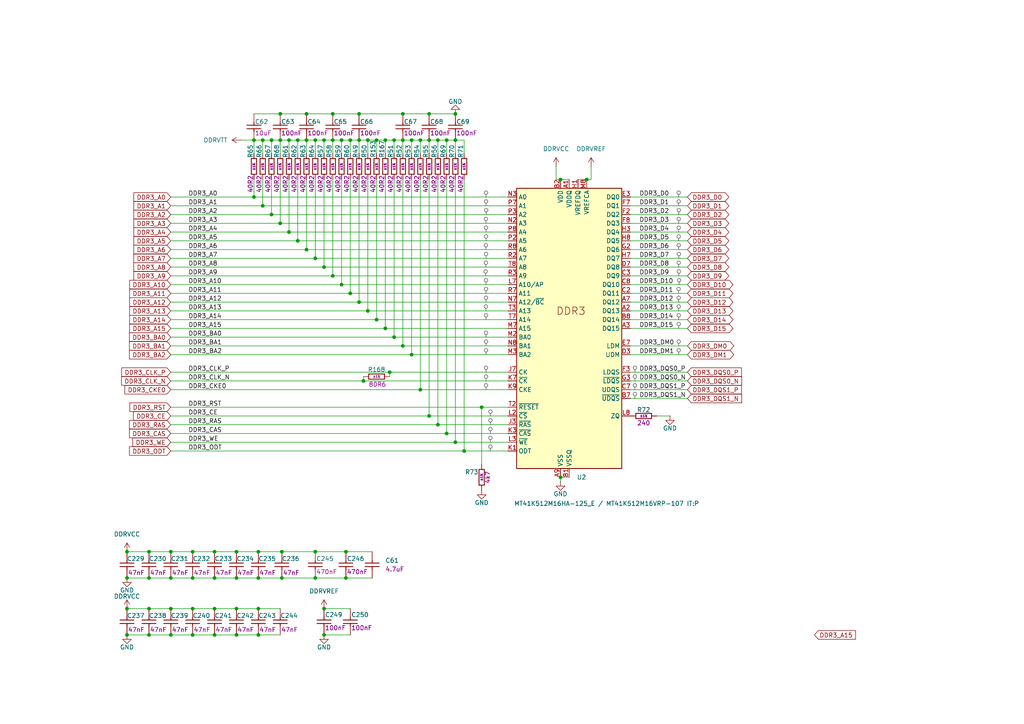
<source format=kicad_sch>
(kicad_sch (version 20250114) (generator "eeschema") (generator_version "9.0")
  (paper "A4")
  (title_block (date "2025-04-18") (rev "${rev}") (company "${name}") (comment 1 "${author}"))
  (junction (at 86.36 40.64))
  (junction (at 73.66 40.64))
  (junction (at 68.58 184.15))
  (junction (at 93.98 176.53))
  (junction (at 49.5508 184.15))
  (junction (at 36.83 176.53))
  (junction (at 114.3 40.64))
  (junction (at 55.88 160.02))
  (junction (at 100.33 167.64))
  (junction (at 111.76 95.25))
  (junction (at 68.58 160.02))
  (junction (at 49.5508 160.02))
  (junction (at 101.6 40.64))
  (junction (at 124.46 33.02))
  (junction (at 111.76 40.64))
  (junction (at 127 40.64))
  (junction (at 88.9 33.02))
  (junction (at 127 123.19))
  (junction (at 162.56 52.07))
  (junction (at 62.23 184.15))
  (junction (at 132.08 40.64))
  (junction (at 96.52 40.64))
  (junction (at 129.54 40.64))
  (junction (at 68.58 176.53))
  (junction (at 81.28 33.02))
  (junction (at 68.58 167.64))
  (junction (at 114.3 97.79))
  (junction (at 81.28 64.77))
  (junction (at 55.88 176.53))
  (junction (at 119.38 102.87))
  (junction (at 132.08 128.27))
  (junction (at 74.93 184.15))
  (junction (at 121.92 40.64))
  (junction (at 74.93 176.53))
  (junction (at 119.38 40.64))
  (junction (at 104.14 33.02))
  (junction (at 88.9 40.64))
  (junction (at 132.08 33.02))
  (junction (at 170.18 52.07))
  (junction (at 116.84 40.64))
  (junction (at 74.93 160.02))
  (junction (at 106.68 90.17))
  (junction (at 88.9 72.39))
  (junction (at 55.88 167.64))
  (junction (at 96.52 80.01))
  (junction (at 36.83 167.64))
  (junction (at 43.2103 160.02))
  (junction (at 93.98 77.47))
  (junction (at 49.5508 176.53))
  (junction (at 104.14 87.63))
  (junction (at 73.66 57.15))
  (junction (at 78.74 62.23))
  (junction (at 96.52 33.02))
  (junction (at 124.46 120.65))
  (junction (at 93.98 40.64))
  (junction (at 62.23 160.02))
  (junction (at 100.33 160.02))
  (junction (at 134.62 130.81))
  (junction (at 62.23 167.64))
  (junction (at 81.28 40.64))
  (junction (at 36.83 160.02))
  (junction (at 93.98 184.15))
  (junction (at 43.2103 167.64))
  (junction (at 43.2103 176.53))
  (junction (at 106.68 40.64))
  (junction (at 104.14 40.64))
  (junction (at 109.22 92.71))
  (junction (at 99.06 40.64))
  (junction (at 121.92 113.03))
  (junction (at 86.36 69.85))
  (junction (at 109.22 40.64))
  (junction (at 139.7 118.11))
  (junction (at 76.2 59.69))
  (junction (at 91.44 74.93))
  (junction (at 62.23 176.53))
  (junction (at 113.03 107.95))
  (junction (at 124.46 40.64))
  (junction (at 55.88 184.15))
  (junction (at 101.6 85.09))
  (junction (at 83.82 40.64))
  (junction (at 99.06 82.55))
  (junction (at 83.82 67.31))
  (junction (at 129.54 125.73))
  (junction (at 81.7496 160.02))
  (junction (at 74.93 167.64))
  (junction (at 116.84 100.33))
  (junction (at 36.83 184.15))
  (junction (at 105.41 110.49))
  (junction (at 43.2103 184.15))
  (junction (at 76.2 40.64))
  (junction (at 91.44 160.02))
  (junction (at 116.84 33.02))
  (junction (at 91.44 167.64))
  (junction (at 49.5508 167.64))
  (junction (at 78.74 40.64))
  (junction (at 162.56 138.43))
  (junction (at 91.44 40.64))
  (junction (at 81.7496 167.64))
  (wire (pts (xy 106.68 40.64) (xy 109.22 40.64)))
  (wire (pts (xy 113.03 107.95) (xy 147.32 107.95)))
  (wire (pts (xy 43.2103 184.15) (xy 49.5508 184.15)))
  (wire (pts (xy 74.93 167.64) (xy 81.7496 167.64)))
  (wire (pts (xy 86.36 40.64) (xy 88.9 40.64)))
  (wire (pts (xy 36.83 176.53) (xy 43.2103 176.53)))
  (wire (pts (xy 36.83 167.64) (xy 43.2103 167.64)))
  (wire (pts (xy 132.08 40.64) (xy 132.08 44.45)))
  (wire (pts (xy 49.53 69.85) (xy 86.36 69.85)))
  (wire (pts (xy 93.98 184.15) (xy 101.6 184.15)))
  (wire (pts (xy 99.06 40.64) (xy 101.6 40.64)))
  (wire (pts (xy 78.74 52.07) (xy 78.74 62.23)))
  (wire (pts (xy 68.58 176.53) (xy 74.93 176.53)))
  (wire (pts (xy 49.53 62.23) (xy 78.74 62.23)))
  (wire (pts (xy 182.88 110.49) (xy 199.39 110.49)))
  (wire (pts (xy 132.08 52.07) (xy 132.08 128.27)))
  (wire (pts (xy 182.88 59.69) (xy 199.39 59.69)))
  (wire (pts (xy 161.29 48.26) (xy 161.29 52.07)))
  (wire (pts (xy 116.84 52.07) (xy 116.84 100.33)))
  (wire (pts (xy 96.52 33.02) (xy 104.14 33.02)))
  (wire (pts (xy 49.53 125.73) (xy 129.54 125.73)))
  (wire (pts (xy 74.93 160.02) (xy 81.7496 160.02)))
  (wire (pts (xy 88.9 72.39) (xy 147.32 72.39)))
  (wire (pts (xy 162.56 52.07) (xy 165.1 52.07)))
  (wire (pts (xy 49.53 87.63) (xy 104.14 87.63)))
  (wire (pts (xy 114.3 40.64) (xy 114.3 44.45)))
  (wire (pts (xy 43.2103 167.64) (xy 49.5508 167.64)))
  (wire (pts (xy 182.88 102.87) (xy 199.39 102.87)))
  (wire (pts (xy 49.53 64.77) (xy 81.28 64.77)))
  (wire (pts (xy 190.5 120.65) (xy 194.31 120.65)))
  (wire (pts (xy 182.88 82.55) (xy 199.39 82.55)))
  (wire (pts (xy 43.2103 176.53) (xy 49.5508 176.53)))
  (wire (pts (xy 129.54 40.64) (xy 132.08 40.64)))
  (wire (pts (xy 73.66 40.64) (xy 76.2 40.64)))
  (wire (pts (xy 49.53 130.81) (xy 134.62 130.81)))
  (wire (pts (xy 49.53 113.03) (xy 121.92 113.03)))
  (wire (pts (xy 81.28 64.77) (xy 147.32 64.77)))
  (wire (pts (xy 49.53 102.87) (xy 119.38 102.87)))
  (wire (pts (xy 49.53 85.09) (xy 101.6 85.09)))
  (wire (pts (xy 49.53 80.01) (xy 96.52 80.01)))
  (wire (pts (xy 119.38 52.07) (xy 119.38 102.87)))
  (wire (pts (xy 104.14 33.02) (xy 116.84 33.02)))
  (wire (pts (xy 182.88 57.15) (xy 199.39 57.15)))
  (wire (pts (xy 49.53 72.39) (xy 88.9 72.39)))
  (wire (pts (xy 49.53 120.65) (xy 124.46 120.65)))
  (wire (pts (xy 68.58 167.64) (xy 74.93 167.64)))
  (wire (pts (xy 96.52 52.07) (xy 96.52 80.01)))
  (wire (pts (xy 182.88 64.77) (xy 199.39 64.77)))
  (wire (pts (xy 88.9 40.64) (xy 88.9 44.45)))
  (wire (pts (xy 49.53 110.49) (xy 105.41 110.49)))
  (wire (pts (xy 100.33 167.64) (xy 107.95 167.64)))
  (wire (pts (xy 68.58 184.15) (xy 74.93 184.15)))
  (wire (pts (xy 93.98 40.64) (xy 96.52 40.64)))
  (wire (pts (xy 182.88 85.09) (xy 199.39 85.09)))
  (wire (pts (xy 101.6 40.64) (xy 101.6 44.45)))
  (wire (pts (xy 96.52 40.64) (xy 99.06 40.64)))
  (wire (pts (xy 91.44 160.02) (xy 100.33 160.02)))
  (wire (pts (xy 81.28 40.64) (xy 81.28 44.45)))
  (wire (pts (xy 78.74 40.64) (xy 81.28 40.64)))
  (wire (pts (xy 182.88 74.93) (xy 199.39 74.93)))
  (wire (pts (xy 182.88 90.17) (xy 199.39 90.17)))
  (wire (pts (xy 96.52 80.01) (xy 147.32 80.01)))
  (wire (pts (xy 49.53 57.15) (xy 73.66 57.15)))
  (wire (pts (xy 96.52 40.64) (xy 96.52 44.45)))
  (wire (pts (xy 104.14 40.64) (xy 106.68 40.64)))
  (wire (pts (xy 62.23 184.15) (xy 68.58 184.15)))
  (wire (pts (xy 124.46 40.64) (xy 124.46 44.45)))
  (wire (pts (xy 170.18 52.07) (xy 171.45 52.07)))
  (wire (pts (xy 182.88 113.03) (xy 199.39 113.03)))
  (wire (pts (xy 49.53 77.47) (xy 93.98 77.47)))
  (wire (pts (xy 93.98 52.07) (xy 93.98 77.47)))
  (wire (pts (xy 119.38 40.64) (xy 119.38 44.45)))
  (wire (pts (xy 99.06 82.55) (xy 147.32 82.55)))
  (wire (pts (xy 91.44 52.07) (xy 91.44 74.93)))
  (wire (pts (xy 88.9 40.64) (xy 91.44 40.64)))
  (wire (pts (xy 121.92 52.07) (xy 121.92 113.03)))
  (wire (pts (xy 76.2 40.64) (xy 78.74 40.64)))
  (wire (pts (xy 49.53 90.17) (xy 106.68 90.17)))
  (wire (pts (xy 109.22 52.07) (xy 109.22 92.71)))
  (wire (pts (xy 49.5508 184.15) (xy 55.88 184.15)))
  (wire (pts (xy 106.68 40.64) (xy 106.68 44.45)))
  (wire (pts (xy 69.85 40.64) (xy 73.66 40.64)))
  (wire (pts (xy 93.98 40.64) (xy 93.98 44.45)))
  (wire (pts (xy 134.62 44.45) (xy 134.62 40.64)))
  (wire (pts (xy 73.66 33.02) (xy 81.28 33.02)))
  (wire (pts (xy 101.6 85.09) (xy 147.32 85.09)))
  (wire (pts (xy 182.88 92.71) (xy 199.39 92.71)))
  (wire (pts (xy 111.76 95.25) (xy 147.32 95.25)))
  (wire (pts (xy 49.5508 167.64) (xy 55.88 167.64)))
  (wire (pts (xy 76.2 59.69) (xy 147.32 59.69)))
  (wire (pts (xy 182.88 77.47) (xy 199.39 77.47)))
  (wire (pts (xy 104.14 87.63) (xy 147.32 87.63)))
  (wire (pts (xy 182.88 115.57) (xy 199.39 115.57)))
  (wire (pts (xy 124.46 33.02) (xy 132.08 33.02)))
  (wire (pts (xy 49.53 97.79) (xy 114.3 97.79)))
  (wire (pts (xy 49.53 100.33) (xy 116.84 100.33)))
  (wire (pts (xy 88.9 33.02) (xy 96.52 33.02)))
  (wire (pts (xy 106.68 52.07) (xy 106.68 90.17)))
  (wire (pts (xy 182.88 62.23) (xy 199.39 62.23)))
  (wire (pts (xy 91.44 40.64) (xy 91.44 44.45)))
  (wire (pts (xy 55.88 176.53) (xy 62.23 176.53)))
  (wire (pts (xy 83.82 40.64) (xy 83.82 44.45)))
  (wire (pts (xy 74.93 184.15) (xy 81.28 184.15)))
  (wire (pts (xy 88.9 52.07) (xy 88.9 72.39)))
  (wire (pts (xy 129.54 52.07) (xy 129.54 125.73)))
  (wire (pts (xy 182.88 72.39) (xy 199.39 72.39)))
  (wire (pts (xy 81.7496 167.64) (xy 91.44 167.64)))
  (wire (pts (xy 36.83 160.02) (xy 43.2103 160.02)))
  (wire (pts (xy 139.7 118.11) (xy 147.32 118.11)))
  (wire (pts (xy 100.33 160.02) (xy 107.95 160.02)))
  (wire (pts (xy 124.46 40.64) (xy 127 40.64)))
  (wire (pts (xy 182.88 87.63) (xy 199.39 87.63)))
  (wire (pts (xy 91.44 74.93) (xy 147.32 74.93)))
  (wire (pts (xy 109.22 40.64) (xy 109.22 44.45)))
  (wire (pts (xy 182.88 107.95) (xy 199.39 107.95)))
  (wire (pts (xy 116.84 40.64) (xy 116.84 44.45)))
  (wire (pts (xy 68.58 160.02) (xy 74.93 160.02)))
  (wire (pts (xy 55.88 160.02) (xy 62.23 160.02)))
  (wire (pts (xy 74.93 176.53) (xy 81.28 176.53)))
  (wire (pts (xy 49.5508 160.02) (xy 55.88 160.02)))
  (wire (pts (xy 55.88 167.64) (xy 62.23 167.64)))
  (wire (pts (xy 73.66 57.15) (xy 147.32 57.15)))
  (wire (pts (xy 49.53 107.95) (xy 113.03 107.95)))
  (wire (pts (xy 127 123.19) (xy 147.32 123.19)))
  (wire (pts (xy 139.7 118.11) (xy 139.7 134.62)))
  (wire (pts (xy 119.38 40.64) (xy 121.92 40.64)))
  (wire (pts (xy 121.92 40.64) (xy 124.46 40.64)))
  (wire (pts (xy 73.66 40.64) (xy 73.66 44.45)))
  (wire (pts (xy 127 40.64) (xy 127 44.45)))
  (wire (pts (xy 161.29 52.07) (xy 162.56 52.07)))
  (wire (pts (xy 49.53 74.93) (xy 91.44 74.93)))
  (wire (pts (xy 116.84 40.64) (xy 119.38 40.64)))
  (wire (pts (xy 78.74 40.64) (xy 78.74 44.45)))
  (wire (pts (xy 111.76 40.64) (xy 111.76 44.45)))
  (wire (pts (xy 49.53 118.11) (xy 139.7 118.11)))
  (wire (pts (xy 162.56 138.43) (xy 165.1 138.43)))
  (wire (pts (xy 36.83 184.15) (xy 43.2103 184.15)))
  (wire (pts (xy 114.3 52.07) (xy 114.3 97.79)))
  (wire (pts (xy 49.53 92.71) (xy 109.22 92.71)))
  (wire (pts (xy 119.38 102.87) (xy 147.32 102.87)))
  (wire (pts (xy 86.36 69.85) (xy 147.32 69.85)))
  (wire (pts (xy 73.66 52.07) (xy 73.66 57.15)))
  (wire (pts (xy 182.88 80.01) (xy 199.39 80.01)))
  (wire (pts (xy 111.76 52.07) (xy 111.76 95.25)))
  (wire (pts (xy 99.06 40.64) (xy 99.06 44.45)))
  (wire (pts (xy 76.2 40.64) (xy 76.2 44.45)))
  (wire (pts (xy 101.6 52.07) (xy 101.6 85.09)))
  (wire (pts (xy 111.76 40.64) (xy 114.3 40.64)))
  (wire (pts (xy 49.53 95.25) (xy 111.76 95.25)))
  (wire (pts (xy 182.88 100.33) (xy 199.39 100.33)))
  (wire (pts (xy 93.98 176.53) (xy 101.6 176.53)))
  (wire (pts (xy 113.03 107.95) (xy 113.03 109.22)))
  (wire (pts (xy 99.06 52.07) (xy 99.06 82.55)))
  (wire (pts (xy 49.53 82.55) (xy 99.06 82.55)))
  (wire (pts (xy 162.56 138.43) (xy 162.56 139.7)))
  (wire (pts (xy 78.74 62.23) (xy 147.32 62.23)))
  (wire (pts (xy 93.98 77.47) (xy 147.32 77.47)))
  (wire (pts (xy 83.82 52.07) (xy 83.82 67.31)))
  (wire (pts (xy 116.84 33.02) (xy 124.46 33.02)))
  (wire (pts (xy 105.41 110.49) (xy 147.32 110.49)))
  (wire (pts (xy 116.84 100.33) (xy 147.32 100.33)))
  (wire (pts (xy 124.46 120.65) (xy 147.32 120.65)))
  (wire (pts (xy 127 40.64) (xy 129.54 40.64)))
  (wire (pts (xy 114.3 97.79) (xy 147.32 97.79)))
  (wire (pts (xy 49.53 128.27) (xy 132.08 128.27)))
  (wire (pts (xy 62.23 176.53) (xy 68.58 176.53)))
  (wire (pts (xy 49.5508 176.53) (xy 55.88 176.53)))
  (wire (pts (xy 76.2 52.07) (xy 76.2 59.69)))
  (wire (pts (xy 124.46 52.07) (xy 124.46 120.65)))
  (wire (pts (xy 101.6 40.64) (xy 104.14 40.64)))
  (wire (pts (xy 91.44 167.64) (xy 100.33 167.64)))
  (wire (pts (xy 129.54 40.64) (xy 129.54 44.45)))
  (wire (pts (xy 182.88 67.31) (xy 199.39 67.31)))
  (wire (pts (xy 86.36 40.64) (xy 86.36 44.45)))
  (wire (pts (xy 49.53 59.69) (xy 76.2 59.69)))
  (wire (pts (xy 134.62 130.81) (xy 147.32 130.81)))
  (wire (pts (xy 55.88 184.15) (xy 62.23 184.15)))
  (wire (pts (xy 134.62 52.07) (xy 134.62 130.81)))
  (wire (pts (xy 182.88 69.85) (xy 199.39 69.85)))
  (wire (pts (xy 104.14 52.07) (xy 104.14 87.63)))
  (wire (pts (xy 62.23 167.64) (xy 68.58 167.64)))
  (wire (pts (xy 83.82 40.64) (xy 86.36 40.64)))
  (wire (pts (xy 81.7496 160.02) (xy 91.44 160.02)))
  (wire (pts (xy 83.82 67.31) (xy 147.32 67.31)))
  (wire (pts (xy 109.22 40.64) (xy 111.76 40.64)))
  (wire (pts (xy 81.28 33.02) (xy 88.9 33.02)))
  (wire (pts (xy 104.14 40.64) (xy 104.14 44.45)))
  (wire (pts (xy 91.44 40.64) (xy 93.98 40.64)))
  (wire (pts (xy 171.45 52.07) (xy 171.45 48.26)))
  (wire (pts (xy 86.36 52.07) (xy 86.36 69.85)))
  (wire (pts (xy 81.28 52.07) (xy 81.28 64.77)))
  (wire (pts (xy 49.53 67.31) (xy 83.82 67.31)))
  (wire (pts (xy 43.2103 160.02) (xy 49.5508 160.02)))
  (wire (pts (xy 121.92 113.03) (xy 147.32 113.03)))
  (wire (pts (xy 114.3 40.64) (xy 116.84 40.64)))
  (wire (pts (xy 106.68 90.17) (xy 147.32 90.17)))
  (wire (pts (xy 109.22 92.71) (xy 147.32 92.71)))
  (wire (pts (xy 62.23 160.02) (xy 68.58 160.02)))
  (wire (pts (xy 132.08 40.64) (xy 134.62 40.64)))
  (wire (pts (xy 105.41 109.22) (xy 105.41 110.49)))
  (wire (pts (xy 167.64 52.07) (xy 170.18 52.07)))
  (wire (pts (xy 129.54 125.73) (xy 147.32 125.73)))
  (wire (pts (xy 127 52.07) (xy 127 123.19)))
  (wire (pts (xy 132.08 128.27) (xy 147.32 128.27)))
  (wire (pts (xy 182.88 95.25) (xy 199.39 95.25)))
  (wire (pts (xy 121.92 40.64) (xy 121.92 44.45)))
  (wire (pts (xy 49.53 123.19) (xy 127 123.19)))
  (wire (pts (xy 81.28 40.64) (xy 83.82 40.64)))
  (label "DDR3_A8" (at 54.61 77.47 0))
  (label "DDR3_WE" (at 54.61 128.27 0))
  (label "DDR3_A10" (at 54.61 82.55 0))
  (label "DDR3_D15" (at 185.42 95.25 0))
  (label "DDR3_D5" (at 185.42 69.85 0))
  (label "DDR3_CKE0" (at 54.61 113.03 0))
  (label "DDR3_A13" (at 54.61 90.17 0))
  (label "DDR3_A11" (at 54.61 85.09 0))
  (label "DDR3_A14" (at 54.61 92.71 0))
  (label "DDR3_A4" (at 54.61 67.31 0))
  (label "DDR3_CAS" (at 54.61 125.73 0))
  (label "DDR3_D3" (at 185.42 64.77 0))
  (label "DDR3_RST" (at 54.61 118.11 0))
  (label "DDR3_A2" (at 54.61 62.23 0))
  (label "DDR3_BA1" (at 54.61 100.33 0))
  (label "DDR3_A9" (at 54.61 80.01 0))
  (label "DDR3_CLK_P" (at 54.61 107.95 0))
  (label "DDR3_A15" (at 54.61 95.25 0))
  (label "DDR3_DQS0_N" (at 185.42 110.49 0))
  (label "DDR3_CE" (at 54.61 120.65 0))
  (label "DDR3_RAS" (at 54.61 123.19 0))
  (label "DDR3_D10" (at 185.42 82.55 0))
  (label "DDR3_D2" (at 185.42 62.23 0))
  (label "DDR3_D11" (at 185.42 85.09 0))
  (label "DDR3_D8" (at 185.42 77.47 0))
  (label "DDR3_BA0" (at 54.61 97.79 0))
  (label "DDR3_DQS0_P" (at 185.42 107.95 0))
  (label "DDR3_D14" (at 185.42 92.71 0))
  (label "DDR3_DM1" (at 185.42 102.87 0))
  (label "DDR3_A5" (at 54.61 69.85 0))
  (label "DDR3_D1" (at 185.42 59.69 0))
  (label "DDR3_D13" (at 185.42 90.17 0))
  (label "DDR3_A7" (at 54.61 74.93 0))
  (label "DDR3_D12" (at 185.42 87.63 0))
  (label "DDR3_BA2" (at 54.61 102.87 0))
  (label "DDR3_D6" (at 185.42 72.39 0))
  (label "DDR3_A6" (at 54.61 72.39 0))
  (label "DDR3_CLK_N" (at 54.61 110.49 0))
  (label "DDR3_ODT" (at 54.61 130.81 0))
  (label "DDR3_A3" (at 54.61 64.77 0))
  (label "DDR3_DM0" (at 185.42 100.33 0))
  (label "DDR3_A0" (at 54.61 57.15 0))
  (label "DDR3_A1" (at 54.61 59.69 0))
  (label "DDR3_D9" (at 185.42 80.01 0))
  (label "DDR3_A12" (at 54.61 87.63 0))
  (label "DDR3_DQS1_N" (at 185.42 115.57 0))
  (label "DDR3_DQS1_P" (at 185.42 113.03 0))
  (label "DDR3_D7" (at 185.42 74.93 0))
  (label "DDR3_D4" (at 185.42 67.31 0))
  (label "DDR3_D0" (at 185.42 57.15 0))
  (global_label "DDR3_D12" (shape bidirectional) (at 199.39 87.63 0) (property "Intersheetrefs" "${INTERSHEET_REFS}" (effects (hide yes))))
  (global_label "DDR3_BA1" (shape input) (at 49.53 100.33 180) (property "Intersheetrefs" "${INTERSHEET_REFS}" (effects (hide yes))))
  (global_label "DDR3_A7" (shape input) (at 49.53 74.93 180) (property "Intersheetrefs" "${INTERSHEET_REFS}" (effects (hide yes))))
  (global_label "DDR3_D10" (shape bidirectional) (at 199.39 82.55 0) (property "Intersheetrefs" "${INTERSHEET_REFS}" (effects (hide yes))))
  (global_label "DDR3_WE" (shape input) (at 49.53 128.27 180) (property "Intersheetrefs" "${INTERSHEET_REFS}" (effects (hide yes))))
  (global_label "DDR3_D14" (shape bidirectional) (at 199.39 92.71 0) (property "Intersheetrefs" "${INTERSHEET_REFS}" (effects (hide yes))))
  (global_label "DDR3_DQS0_N" (shape input) (at 199.39 110.49 0) (property "Intersheetrefs" "${INTERSHEET_REFS}" (effects (hide yes))))
  (global_label "DDR3_A3" (shape input) (at 49.53 64.77 180) (property "Intersheetrefs" "${INTERSHEET_REFS}" (effects (hide yes))))
  (global_label "DDR3_A4" (shape input) (at 49.53 67.31 180) (property "Intersheetrefs" "${INTERSHEET_REFS}" (effects (hide yes))))
  (global_label "DDR3_RAS" (shape input) (at 49.53 123.19 180) (property "Intersheetrefs" "${INTERSHEET_REFS}" (effects (hide yes))))
  (global_label "DDR3_A2" (shape input) (at 49.53 62.23 180) (property "Intersheetrefs" "${INTERSHEET_REFS}" (effects (hide yes))))
  (global_label "DDR3_A14" (shape input) (at 49.53 92.71 180) (property "Intersheetrefs" "${INTERSHEET_REFS}" (effects (hide yes))))
  (global_label "DDR3_ODT" (shape input) (at 49.53 130.81 180) (property "Intersheetrefs" "${INTERSHEET_REFS}" (effects (hide yes))))
  (global_label "DDR3_DM1" (shape bidirectional) (at 199.39 102.87 0) (property "Intersheetrefs" "${INTERSHEET_REFS}" (effects (hide yes))))
  (global_label "DDR3_BA2" (shape input) (at 49.53 102.87 180) (property "Intersheetrefs" "${INTERSHEET_REFS}" (effects (hide yes))))
  (global_label "DDR3_A10" (shape input) (at 49.53 82.55 180) (property "Intersheetrefs" "${INTERSHEET_REFS}" (effects (hide yes))))
  (global_label "DDR3_D7" (shape bidirectional) (at 199.39 74.93 0) (property "Intersheetrefs" "${INTERSHEET_REFS}" (effects (hide yes))))
  (global_label "DDR3_A15" (shape input) (at 236.22 184.15 0) (property "Intersheetrefs" "${INTERSHEET_REFS}" (effects (hide yes))))
  (global_label "DDR3_A0" (shape input) (at 49.53 57.15 180) (property "Intersheetrefs" "${INTERSHEET_REFS}" (effects (hide yes))))
  (global_label "DDR3_D3" (shape bidirectional) (at 199.39 64.77 0) (property "Intersheetrefs" "${INTERSHEET_REFS}" (effects (hide yes))))
  (global_label "DDR3_D5" (shape bidirectional) (at 199.39 69.85 0) (property "Intersheetrefs" "${INTERSHEET_REFS}" (effects (hide yes))))
  (global_label "DDR3_A12" (shape input) (at 49.53 87.63 180) (property "Intersheetrefs" "${INTERSHEET_REFS}" (effects (hide yes))))
  (global_label "DDR3_A11" (shape input) (at 49.53 85.09 180) (property "Intersheetrefs" "${INTERSHEET_REFS}" (effects (hide yes))))
  (global_label "DDR3_D8" (shape bidirectional) (at 199.39 77.47 0) (property "Intersheetrefs" "${INTERSHEET_REFS}" (effects (hide yes))))
  (global_label "DDR3_D4" (shape bidirectional) (at 199.39 67.31 0) (property "Intersheetrefs" "${INTERSHEET_REFS}" (effects (hide yes))))
  (global_label "DDR3_D13" (shape bidirectional) (at 199.39 90.17 0) (property "Intersheetrefs" "${INTERSHEET_REFS}" (effects (hide yes))))
  (global_label "DDR3_RST" (shape input) (at 49.53 118.11 180) (property "Intersheetrefs" "${INTERSHEET_REFS}" (effects (hide yes))))
  (global_label "DDR3_A8" (shape input) (at 49.53 77.47 180) (property "Intersheetrefs" "${INTERSHEET_REFS}" (effects (hide yes))))
  (global_label "DDR3_D9" (shape bidirectional) (at 199.39 80.01 0) (property "Intersheetrefs" "${INTERSHEET_REFS}" (effects (hide yes))))
  (global_label "DDR3_DM0" (shape bidirectional) (at 199.39 100.33 0) (property "Intersheetrefs" "${INTERSHEET_REFS}" (effects (hide yes))))
  (global_label "DDR3_D15" (shape bidirectional) (at 199.39 95.25 0) (property "Intersheetrefs" "${INTERSHEET_REFS}" (effects (hide yes))))
  (global_label "DDR3_CKE0" (shape input) (at 49.53 113.03 180) (property "Intersheetrefs" "${INTERSHEET_REFS}" (effects (hide yes))))
  (global_label "DDR3_CLK_N" (shape input) (at 49.53 110.49 180) (property "Intersheetrefs" "${INTERSHEET_REFS}" (effects (hide yes))))
  (global_label "DDR3_D11" (shape bidirectional) (at 199.39 85.09 0) (property "Intersheetrefs" "${INTERSHEET_REFS}" (effects (hide yes))))
  (global_label "DDR3_D0" (shape bidirectional) (at 199.39 57.15 0) (property "Intersheetrefs" "${INTERSHEET_REFS}" (effects (hide yes))))
  (global_label "DDR3_CE" (shape input) (at 49.53 120.65 180) (property "Intersheetrefs" "${INTERSHEET_REFS}" (effects (hide yes))))
  (global_label "DDR3_CLK_P" (shape input) (at 49.53 107.95 180) (property "Intersheetrefs" "${INTERSHEET_REFS}" (effects (hide yes))))
  (global_label "DDR3_DQS0_P" (shape input) (at 199.39 107.95 0) (property "Intersheetrefs" "${INTERSHEET_REFS}" (effects (hide yes))))
  (global_label "DDR3_A15" (shape input) (at 49.53 95.25 180) (property "Intersheetrefs" "${INTERSHEET_REFS}" (effects (hide yes))))
  (global_label "DDR3_BA0" (shape input) (at 49.53 97.79 180) (property "Intersheetrefs" "${INTERSHEET_REFS}" (effects (hide yes))))
  (global_label "DDR3_DQS1_P" (shape input) (at 199.39 113.03 0) (property "Intersheetrefs" "${INTERSHEET_REFS}" (effects (hide yes))))
  (global_label "DDR3_D1" (shape bidirectional) (at 199.39 59.69 0) (property "Intersheetrefs" "${INTERSHEET_REFS}" (effects (hide yes))))
  (global_label "DDR3_CAS" (shape input) (at 49.53 125.73 180) (property "Intersheetrefs" "${INTERSHEET_REFS}" (effects (hide yes))))
  (global_label "DDR3_A6" (shape input) (at 49.53 72.39 180) (property "Intersheetrefs" "${INTERSHEET_REFS}" (effects (hide yes))))
  (global_label "DDR3_A13" (shape input) (at 49.53 90.17 180) (property "Intersheetrefs" "${INTERSHEET_REFS}" (effects (hide yes))))
  (global_label "DDR3_A5" (shape input) (at 49.53 69.85 180) (property "Intersheetrefs" "${INTERSHEET_REFS}" (effects (hide yes))))
  (global_label "DDR3_A9" (shape input) (at 49.53 80.01 180) (property "Intersheetrefs" "${INTERSHEET_REFS}" (effects (hide yes))))
  (global_label "DDR3_D2" (shape bidirectional) (at 199.39 62.23 0) (property "Intersheetrefs" "${INTERSHEET_REFS}" (effects (hide yes))))
  (global_label "DDR3_D6" (shape bidirectional) (at 199.39 72.39 0) (property "Intersheetrefs" "${INTERSHEET_REFS}" (effects (hide yes))))
  (global_label "DDR3_DQS1_N" (shape input) (at 199.39 115.57 0) (property "Intersheetrefs" "${INTERSHEET_REFS}" (effects (hide yes))))
  (global_label "DDR3_A1" (shape input) (at 49.53 59.69 180) (property "Intersheetrefs" "${INTERSHEET_REFS}" (effects (hide yes))))
  (netclass_flag "" (length 1.27) (shape round) (at 196.85 64.77 0) (property "Netclass" "DDRLD" (effects (hide yes))))
  (netclass_flag "" (length 1.27) (shape round) (at 140.97 110.49 0) (property "Netclass" "DDRA" (effects (hide yes))))
  (netclass_flag "" (length 1.27) (shape round) (at 142.24 130.81 0) (property "Netclass" "DDRA" (effects (hide yes))))
  (netclass_flag "" (length 1.27) (shape round) (at 140.97 59.69 0) (property "Netclass" "DDRA" (effects (hide yes))))
  (netclass_flag "" (length 1.27) (shape round) (at 140.97 100.33 0) (property "Netclass" "DDRA" (effects (hide yes))))
  (netclass_flag "" (length 1.27) (shape round) (at 196.9725 82.55 0) (property "Netclass" "DDRUD" (effects (hide yes))))
  (netclass_flag "" (length 1.27) (shape round) (at 140.97 69.85 0) (property "Netclass" "DDRA" (effects (hide yes))))
  (netclass_flag "" (length 1.27) (shape round) (at 196.8898 80.01 0) (property "Netclass" "DDRUD" (effects (hide yes))))
  (netclass_flag "" (length 1.27) (shape round) (at 196.85 100.33 0) (property "Netclass" "DDRLD" (effects (hide yes))))
  (netclass_flag "" (length 1.27) (shape round) (at 196.85 87.63 0) (property "Netclass" "DDRUD" (effects (hide yes))))
  (netclass_flag "" (length 1.27) (shape round) (at 140.97 67.31 0) (property "Netclass" "DDRA" (effects (hide yes))))
  (netclass_flag "" (length 1.27) (shape round) (at 196.85 72.39 0) (property "Netclass" "DDRLD" (effects (hide yes))))
  (netclass_flag "" (length 1.27) (shape round) (at 141.025 62.23 0) (property "Netclass" "DDRA" (effects (hide yes))))
  (netclass_flag "" (length 1.27) (shape round) (at 140.9304 77.47 0) (property "Netclass" "DDRA" (effects (hide yes))))
  (netclass_flag "" (length 1.27) (shape round) (at 184.15 107.95 0) (property "Netclass" "DDRLD" (effects (hide yes))))
  (netclass_flag "" (length 1.27) (shape round) (at 140.9304 64.77 0) (property "Netclass" "DDRA" (effects (hide yes))))
  (netclass_flag "" (length 1.27) (shape round) (at 142.24 120.65 0) (property "Netclass" "DDRA" (effects (hide yes))))
  (netclass_flag "" (length 1.27) (shape round) (at 196.8898 62.23 0) (property "Netclass" "DDRLD" (effects (hide yes))))
  (netclass_flag "" (length 1.27) (shape round) (at 140.97 57.15 0) (property "Netclass" "DDRA" (effects (hide yes))))
  (netclass_flag "" (length 1.27) (shape round) (at 196.85 95.25 0) (property "Netclass" "DDRUD" (effects (hide yes))))
  (netclass_flag "" (length 1.27) (shape round) (at 140.97 87.63 0) (property "Netclass" "DDRA" (effects (hide yes))))
  (netclass_flag "" (length 1.27) (shape round) (at 196.8898 74.93 0) (property "Netclass" "DDRLD" (effects (hide yes))))
  (netclass_flag "" (length 1.27) (shape round) (at 196.85 102.87 0) (property "Netclass" "DDRUD" (effects (hide yes))))
  (netclass_flag "" (length 1.27) (shape round) (at 196.85 67.31 0) (property "Netclass" "DDRLD" (effects (hide yes))))
  (netclass_flag "" (length 1.27) (shape round) (at 140.97 74.93 0) (property "Netclass" "DDRA" (effects (hide yes))))
  (netclass_flag "" (length 1.27) (shape round) (at 196.85 90.17 0) (property "Netclass" "DDRUD" (effects (hide yes))))
  (netclass_flag "" (length 1.27) (shape round) (at 140.97 97.79 0) (property "Netclass" "DDRA" (effects (hide yes))))
  (netclass_flag "" (length 1.27) (shape round) (at 140.97 107.95 0) (property "Netclass" "DDRA" (effects (hide yes))))
  (netclass_flag "" (length 1.27) (shape round) (at 140.97 82.55 0) (property "Netclass" "DDRA" (effects (hide yes))))
  (netclass_flag "" (length 1.27) (shape round) (at 140.9304 90.17 0) (property "Netclass" "DDRA" (effects (hide yes))))
  (netclass_flag "" (length 1.27) (shape round) (at 142.24 125.73 0) (property "Netclass" "DDRA" (effects (hide yes))))
  (netclass_flag "" (length 1.27) (shape round) (at 196.85 57.15 0) (property "Netclass" "DDRLD" (effects (hide yes))))
  (netclass_flag "" (length 1.27) (shape round) (at 140.97 102.87 0) (property "Netclass" "DDRA" (effects (hide yes))))
  (netclass_flag "" (length 1.27) (shape round) (at 140.97 85.09 0) (property "Netclass" "DDRA" (effects (hide yes))))
  (netclass_flag "" (length 1.27) (shape round) (at 140.8358 80.01 0) (property "Netclass" "DDRA" (effects (hide yes))))
  (netclass_flag "" (length 1.27) (shape round) (at 196.85 77.47 0) (property "Netclass" "DDRUD" (effects (hide yes))))
  (netclass_flag "" (length 1.27) (shape round) (at 196.85 69.85 0) (property "Netclass" "DDRLD" (effects (hide yes))))
  (netclass_flag "" (length 1.27) (shape round) (at 184.15 110.49 0) (property "Netclass" "DDRLD" (effects (hide yes))))
  (netclass_flag "" (length 1.27) (shape round) (at 196.807 85.09 0) (property "Netclass" "DDRUD" (effects (hide yes))))
  (netclass_flag "" (length 1.27) (shape round) (at 142.24 123.19 0) (property "Netclass" "DDRA" (effects (hide yes))))
  (netclass_flag "" (length 1.27) (shape round) (at 140.97 113.03 0) (property "Netclass" "DDRA" (effects (hide yes))))
  (netclass_flag "" (length 1.27) (shape round) (at 142.24 128.27 0) (property "Netclass" "DDRA" (effects (hide yes))))
  (netclass_flag "" (length 1.27) (shape round) (at 184.15 115.57 0) (property "Netclass" "DDRUD" (effects (hide yes))))
  (netclass_flag "" (length 1.27) (shape round) (at 140.9304 72.39 0) (property "Netclass" "DDRA" (effects (hide yes))))
  (netclass_flag "" (length 1.27) (shape round) (at 184.15 113.03 0) (property "Netclass" "DDRUD" (effects (hide yes))))
  (netclass_flag "" (length 1.27) (shape round) (at 140.97 92.71 0) (property "Netclass" "DDRA" (effects (hide yes))))
  (netclass_flag "" (length 1.27) (shape round) (at 196.85 59.69 0) (property "Netclass" "DDRLD" (effects (hide yes))))
  (netclass_flag "" (length 1.27) (shape round) (at 196.85 92.71 0) (property "Netclass" "DDRUD" (effects (hide yes))))
  (symbol (lib_id "Resistors SMD:R0402_40R2_1%_0.0625W_100PPM") (at 111.76 52.07 90) (unit 1)
    (property "Reference" "R167" (at 110.744 40.64 0) (effects (justify right)))
    (property "Value" "R0402_40R2_1%_0.0625W_100PPM" (effects (hide yes)))
    (property "Footprint" "Resistors SMD:RESC1005X40N" (effects (hide yes)))
    (property "Datasheet" "\\\\cern.ch\\dfs\\Applications\\Altium\\Datasheets\\R0402_VISHAY_CRCW e3.pdf" (effects (hide yes)))
    (property "Description" "General Purpose Thick Film Chip Resistor" (effects (hide yes)))
    (property "Tolerance" "±1%" (at 111.76 47.244 0) (effects (font (size 0.635 0.635)) (justify right)))
    (property "Val" "40R2" (at 110.744 50.8 0) (effects (justify right)))
    (property "Part Number" "R0402_40R2_1%_0.0625W_100PPM" (effects (hide yes)))
    (property "Library Ref" "Resistor - 1%" (effects (hide yes)))
    (property "Library Path" "SchLib\\Resistors.SchLib" (effects (hide yes)))
    (property "Comment" "40R2" (effects (hide yes)))
    (property "Component Kind" "Standard" (effects (hide yes)))
    (property "Component Type" "Standard" (effects (hide yes)))
    (property "PackageDescription" " " (effects (hide yes)))
    (property "Pin Count" "2" (effects (hide yes)))
    (property "Footprint Path" "PcbLib\\Resistors SMD.PcbLib" (effects (hide yes)))
    (property "Footprint Ref" "RESC1005X40N" (effects (hide yes)))
    (property "Status" "None" (effects (hide yes)))
    (property "Power" "0.0625W" (effects (hide yes)))
    (property "TC" "±100ppm/°C" (effects (hide yes)))
    (property "Voltage" " " (effects (hide yes)))
    (property "Part Description" "General Purpose Thick Film Chip Resistor" (effects (hide yes)))
    (property "Manufacturer" "GENERIC" (effects (hide yes)))
    (property "Manufacturer Part Number" "R0402_40R2_1%_0.0625W_100PPM" (effects (hide yes)))
    (property "Case" "0402" (effects (hide yes)))
    (property "PressFit" "No" (effects (hide yes)))
    (property "Mounted" "Yes" (effects (hide yes)))
    (property "Sense Comment" " " (effects (hide yes)))
    (property "Sense" "No" (effects (hide yes)))
    (property "Status Comment" " " (effects (hide yes)))
    (property "Socket" "No" (effects (hide yes)))
    (property "SMD" "Yes" (effects (hide yes)))
    (property "ComponentHeight" " " (effects (hide yes)))
    (property "Manufacturer1 Example" "VISHAY" (effects (hide yes)))
    (property "Manufacturer1 Part Number" "CRCW040240R2FK" (effects (hide yes)))
    (property "Manufacturer1 ComponentHeight" "0.4mm" (effects (hide yes)))
    (property "HelpURL" "\\\\cern.ch\\dfs\\Applications\\Altium\\Datasheets\\R0402_VISHAY_CRCW e3.pdf" (effects (hide yes)))
    (property "Author" "CERN DEM JLC" (effects (hide yes)))
    (property "CreateDate" "02/03/15 00:00:00" (effects (hide yes)))
    (property "LatestRevisionDate" "02/03/15 00:00:00" (effects (hide yes)))
    (property "Database Table Name" "Resistors" (effects (hide yes)))
    (property "Library Name" "Resistors SMD" (effects (hide yes)))
    (property "Footprint Library" "Resistors SMD" (effects (hide yes)))
    (property "License" "CC-BY-SA 4.0" (effects (hide yes)))
  )
  (symbol (lib_id "Resistors SMD:R0402_40R2_1%_0.0625W_100PPM") (at 127 52.07 90) (unit 1)
    (property "Reference" "R56" (at 125.984 41.91 0) (effects (justify right)))
    (property "Value" "R0402_40R2_1%_0.0625W_100PPM" (effects (hide yes)))
    (property "Footprint" "Resistors SMD:RESC1005X40N" (effects (hide yes)))
    (property "Datasheet" "\\\\cern.ch\\dfs\\Applications\\Altium\\Datasheets\\R0402_VISHAY_CRCW e3.pdf" (effects (hide yes)))
    (property "Description" "General Purpose Thick Film Chip Resistor" (effects (hide yes)))
    (property "Tolerance" "±1%" (at 127 47.244 0) (effects (font (size 0.635 0.635)) (justify right)))
    (property "Val" "40R2" (at 125.984 50.8 0) (effects (justify right)))
    (property "Part Number" "R0402_40R2_1%_0.0625W_100PPM" (effects (hide yes)))
    (property "Library Ref" "Resistor - 1%" (effects (hide yes)))
    (property "Library Path" "SchLib\\Resistors.SchLib" (effects (hide yes)))
    (property "Comment" "40R2" (effects (hide yes)))
    (property "Component Kind" "Standard" (effects (hide yes)))
    (property "Component Type" "Standard" (effects (hide yes)))
    (property "PackageDescription" " " (effects (hide yes)))
    (property "Pin Count" "2" (effects (hide yes)))
    (property "Footprint Path" "PcbLib\\Resistors SMD.PcbLib" (effects (hide yes)))
    (property "Footprint Ref" "RESC1005X40N" (effects (hide yes)))
    (property "Status" "None" (effects (hide yes)))
    (property "Power" "0.0625W" (effects (hide yes)))
    (property "TC" "±100ppm/°C" (effects (hide yes)))
    (property "Voltage" " " (effects (hide yes)))
    (property "Part Description" "General Purpose Thick Film Chip Resistor" (effects (hide yes)))
    (property "Manufacturer" "GENERIC" (effects (hide yes)))
    (property "Manufacturer Part Number" "R0402_40R2_1%_0.0625W_100PPM" (effects (hide yes)))
    (property "Case" "0402" (effects (hide yes)))
    (property "PressFit" "No" (effects (hide yes)))
    (property "Mounted" "Yes" (effects (hide yes)))
    (property "Sense Comment" " " (effects (hide yes)))
    (property "Sense" "No" (effects (hide yes)))
    (property "Status Comment" " " (effects (hide yes)))
    (property "Socket" "No" (effects (hide yes)))
    (property "SMD" "Yes" (effects (hide yes)))
    (property "ComponentHeight" " " (effects (hide yes)))
    (property "Manufacturer1 Example" "VISHAY" (effects (hide yes)))
    (property "Manufacturer1 Part Number" "CRCW040240R2FK" (effects (hide yes)))
    (property "Manufacturer1 ComponentHeight" "0.4mm" (effects (hide yes)))
    (property "HelpURL" "\\\\cern.ch\\dfs\\Applications\\Altium\\Datasheets\\R0402_VISHAY_CRCW e3.pdf" (effects (hide yes)))
    (property "Author" "CERN DEM JLC" (effects (hide yes)))
    (property "CreateDate" "02/03/15 00:00:00" (effects (hide yes)))
    (property "LatestRevisionDate" "02/03/15 00:00:00" (effects (hide yes)))
    (property "Database Table Name" "Resistors" (effects (hide yes)))
    (property "Library Name" "Resistors SMD" (effects (hide yes)))
    (property "Footprint Library" "Resistors SMD" (effects (hide yes)))
    (property "License" "CC-BY-SA 4.0" (effects (hide yes)))
  )
  (symbol (lib_id "Capacitors SMD:CC0201_47NF_6.3V_10%_X5R") (at 62.23 184.15 90) (unit 1)
    (property "Reference" "C241" (at 62.23 178.562 90) (effects (justify right)))
    (property "Value" "CC0201_47NF_6.3V_10%_X5R" (effects (hide yes)))
    (property "Footprint" "Capacitors SMD:CAPC0603X33N" (effects (hide yes)))
    (property "Datasheet" "\\\\cern.ch\\dfs\\Applications\\Altium\\Datasheets\\CC0201_X5R_AVX.pdf" (effects (hide yes)))
    (property "Description" "SMD Multilayer Chip Ceramic Capacitor" (effects (hide yes)))
    (property "Val" "47nF" (at 62.484 182.626 90) (effects (justify right)))
    (property "Part Number" "CC0201_47NF_6.3V_10%_X5R" (effects (hide yes)))
    (property "Library Ref" "Capacitor - non polarized" (effects (hide yes)))
    (property "Library Path" "SchLib\\Capacitors.SchLib" (effects (hide yes)))
    (property "Comment" "47nF" (effects (hide yes)))
    (property "Component Kind" "Standard" (effects (hide yes)))
    (property "Component Type" "Standard" (effects (hide yes)))
    (property "Pin Count" "2" (effects (hide yes)))
    (property "Footprint Path" "PcbLib\\Capacitors SMD.PcbLib" (effects (hide yes)))
    (property "Footprint Ref" "CAPC0603X33N" (effects (hide yes)))
    (property "PackageDescription" " " (effects (hide yes)))
    (property "Status" "Not Recommended" (effects (hide yes)))
    (property "Status Comment" " " (effects (hide yes)))
    (property "Voltage" "6.3V" (effects (hide yes)))
    (property "TC" "X5R" (effects (hide yes)))
    (property "Tolerance" "±10%" (effects (hide yes)))
    (property "Part Description" "SMD Multilayer Chip Ceramic Capacitor" (effects (hide yes)))
    (property "Manufacturer" "GENERIC" (effects (hide yes)))
    (property "Manufacturer Part Number" "CC0201_47NF_6.3V_10%_X5R" (effects (hide yes)))
    (property "Case" "0201" (effects (hide yes)))
    (property "Mounted" "Yes" (effects (hide yes)))
    (property "Socket" "No" (effects (hide yes)))
    (property "SMD" "Yes" (effects (hide yes)))
    (property "PressFit" " " (effects (hide yes)))
    (property "Sense" "No" (effects (hide yes)))
    (property "Sense Comment" " " (effects (hide yes)))
    (property "ComponentHeight" " " (effects (hide yes)))
    (property "Manufacturer1 Example" "AVX" (effects (hide yes)))
    (property "Manufacturer1 Part Number" "02016D473KAT2A" (effects (hide yes)))
    (property "Manufacturer1 ComponentHeight" "0.33mm" (effects (hide yes)))
    (property "HelpURL" "\\\\cern.ch\\dfs\\Applications\\Altium\\Datasheets\\CC0201_X5R_AVX.pdf" (effects (hide yes)))
    (property "Author" "CERN DEM JLC" (effects (hide yes)))
    (property "CreateDate" "12/03/07 00:00:00" (effects (hide yes)))
    (property "LatestRevisionDate" "12/03/07 00:00:00" (effects (hide yes)))
    (property "Database Table Name" "Capacitors" (effects (hide yes)))
    (property "Library Name" "Capacitors SMD" (effects (hide yes)))
    (property "Footprint Library" "Capacitors SMD" (effects (hide yes)))
    (property "License" "CC-BY-SA 4.0" (effects (hide yes)))
  )
  (symbol (lib_id "Capacitors SMD:CC0201_470NF_4V_20%_X5R") (at 91.44 167.64 90) (unit 1)
    (property "Reference" "C245" (at 91.694 162.052 90) (effects (justify right)))
    (property "Value" "CC0201_470NF_4V_20%_X5R" (effects (hide yes)))
    (property "Footprint" "Capacitors SMD:CAPC0603X33N" (effects (hide yes)))
    (property "Datasheet" "\\\\cern.ch\\dfs\\Applications\\Altium\\Datasheets\\CC0201_X5R_TAIYO-YUDEN_STANDARD-CLASS2.pdf" (effects (hide yes)))
    (property "Description" "SMD Multilayer Chip Ceramic Capacitor" (effects (hide yes)))
    (property "Val" "470nF" (at 91.694 165.862 90) (effects (justify right)))
    (property "Part Number" "CC0201_470NF_4V_20%_X5R" (effects (hide yes)))
    (property "Library Ref" "Capacitor - non polarized" (effects (hide yes)))
    (property "Library Path" "SchLib\\Capacitors.SchLib" (effects (hide yes)))
    (property "Comment" "470nF" (effects (hide yes)))
    (property "Component Kind" "Standard" (effects (hide yes)))
    (property "Component Type" "Standard" (effects (hide yes)))
    (property "Pin Count" "2" (effects (hide yes)))
    (property "Footprint Path" "PcbLib\\Capacitors SMD.PcbLib" (effects (hide yes)))
    (property "Footprint Ref" "CAPC0603X33N" (effects (hide yes)))
    (property "PackageDescription" " " (effects (hide yes)))
    (property "Status" "Not Recommended" (effects (hide yes)))
    (property "Status Comment" " " (effects (hide yes)))
    (property "Voltage" "4V" (effects (hide yes)))
    (property "TC" "X5R" (effects (hide yes)))
    (property "Tolerance" "±20%" (effects (hide yes)))
    (property "Part Description" "SMD Multilayer Chip Ceramic Capacitor" (effects (hide yes)))
    (property "Manufacturer" "GENERIC" (effects (hide yes)))
    (property "Manufacturer Part Number" "CC0201_470NF_4V_20%_X5R" (effects (hide yes)))
    (property "Case" "0201" (effects (hide yes)))
    (property "Mounted" "Yes" (effects (hide yes)))
    (property "Socket" "No" (effects (hide yes)))
    (property "SMD" "Yes" (effects (hide yes)))
    (property "PressFit" " " (effects (hide yes)))
    (property "Sense" "No" (effects (hide yes)))
    (property "Sense Comment" " " (effects (hide yes)))
    (property "ComponentHeight" " " (effects (hide yes)))
    (property "Manufacturer1 Example" "TAIYO YUDEN" (effects (hide yes)))
    (property "Manufacturer1 Part Number" "AMK063BJ474MP-F" (effects (hide yes)))
    (property "Manufacturer1 ComponentHeight" "0.33mm" (effects (hide yes)))
    (property "HelpURL" "\\\\cern.ch\\dfs\\Applications\\Altium\\Datasheets\\CC0201_X5R_TAIYO-YUDEN_STANDARD-CLASS2.pdf" (effects (hide yes)))
    (property "Author" "CERN DEM JLC" (effects (hide yes)))
    (property "CreateDate" "05/27/10 00:00:00" (effects (hide yes)))
    (property "LatestRevisionDate" "05/27/10 00:00:00" (effects (hide yes)))
    (property "Database Table Name" "Capacitors" (effects (hide yes)))
    (property "Library Name" "Capacitors SMD" (effects (hide yes)))
    (property "Footprint Library" "Capacitors SMD" (effects (hide yes)))
    (property "License" "CC-BY-SA 4.0" (effects (hide yes)))
  )
  (symbol (lib_id "Resistors SMD:R0402_40R2_1%_0.0625W_100PPM") (at 99.06 52.07 90) (unit 1)
    (property "Reference" "R59" (at 98.044 41.91 0) (effects (justify right)))
    (property "Value" "R0402_40R2_1%_0.0625W_100PPM" (effects (hide yes)))
    (property "Footprint" "Resistors SMD:RESC1005X40N" (effects (hide yes)))
    (property "Datasheet" "\\\\cern.ch\\dfs\\Applications\\Altium\\Datasheets\\R0402_VISHAY_CRCW e3.pdf" (effects (hide yes)))
    (property "Description" "General Purpose Thick Film Chip Resistor" (effects (hide yes)))
    (property "Tolerance" "±1%" (at 99.06 47.244 0) (effects (font (size 0.635 0.635)) (justify right)))
    (property "Val" "40R2" (at 98.044 50.8 0) (effects (justify right)))
    (property "Part Number" "R0402_40R2_1%_0.0625W_100PPM" (effects (hide yes)))
    (property "Library Ref" "Resistor - 1%" (effects (hide yes)))
    (property "Library Path" "SchLib\\Resistors.SchLib" (effects (hide yes)))
    (property "Comment" "40R2" (effects (hide yes)))
    (property "Component Kind" "Standard" (effects (hide yes)))
    (property "Component Type" "Standard" (effects (hide yes)))
    (property "PackageDescription" " " (effects (hide yes)))
    (property "Pin Count" "2" (effects (hide yes)))
    (property "Footprint Path" "PcbLib\\Resistors SMD.PcbLib" (effects (hide yes)))
    (property "Footprint Ref" "RESC1005X40N" (effects (hide yes)))
    (property "Status" "None" (effects (hide yes)))
    (property "Power" "0.0625W" (effects (hide yes)))
    (property "TC" "±100ppm/°C" (effects (hide yes)))
    (property "Voltage" " " (effects (hide yes)))
    (property "Part Description" "General Purpose Thick Film Chip Resistor" (effects (hide yes)))
    (property "Manufacturer" "GENERIC" (effects (hide yes)))
    (property "Manufacturer Part Number" "R0402_40R2_1%_0.0625W_100PPM" (effects (hide yes)))
    (property "Case" "0402" (effects (hide yes)))
    (property "PressFit" "No" (effects (hide yes)))
    (property "Mounted" "Yes" (effects (hide yes)))
    (property "Sense Comment" " " (effects (hide yes)))
    (property "Sense" "No" (effects (hide yes)))
    (property "Status Comment" " " (effects (hide yes)))
    (property "Socket" "No" (effects (hide yes)))
    (property "SMD" "Yes" (effects (hide yes)))
    (property "ComponentHeight" " " (effects (hide yes)))
    (property "Manufacturer1 Example" "VISHAY" (effects (hide yes)))
    (property "Manufacturer1 Part Number" "CRCW040240R2FK" (effects (hide yes)))
    (property "Manufacturer1 ComponentHeight" "0.4mm" (effects (hide yes)))
    (property "HelpURL" "\\\\cern.ch\\dfs\\Applications\\Altium\\Datasheets\\R0402_VISHAY_CRCW e3.pdf" (effects (hide yes)))
    (property "Author" "CERN DEM JLC" (effects (hide yes)))
    (property "CreateDate" "02/03/15 00:00:00" (effects (hide yes)))
    (property "LatestRevisionDate" "02/03/15 00:00:00" (effects (hide yes)))
    (property "Database Table Name" "Resistors" (effects (hide yes)))
    (property "Library Name" "Resistors SMD" (effects (hide yes)))
    (property "Footprint Library" "Resistors SMD" (effects (hide yes)))
    (property "License" "CC-BY-SA 4.0" (effects (hide yes)))
  )
  (symbol (lib_id "Resistors SMD:R0402_40R2_1%_0.0625W_100PPM") (at 88.9 52.07 90) (unit 1)
    (property "Reference" "R63" (at 87.884 41.91 0) (effects (justify right)))
    (property "Value" "R0402_40R2_1%_0.0625W_100PPM" (effects (hide yes)))
    (property "Footprint" "Resistors SMD:RESC1005X40N" (effects (hide yes)))
    (property "Datasheet" "\\\\cern.ch\\dfs\\Applications\\Altium\\Datasheets\\R0402_VISHAY_CRCW e3.pdf" (effects (hide yes)))
    (property "Description" "General Purpose Thick Film Chip Resistor" (effects (hide yes)))
    (property "Tolerance" "±1%" (at 88.9 47.244 0) (effects (font (size 0.635 0.635)) (justify right)))
    (property "Val" "40R2" (at 87.884 50.8 0) (effects (justify right)))
    (property "Part Number" "R0402_40R2_1%_0.0625W_100PPM" (effects (hide yes)))
    (property "Library Ref" "Resistor - 1%" (effects (hide yes)))
    (property "Library Path" "SchLib\\Resistors.SchLib" (effects (hide yes)))
    (property "Comment" "40R2" (effects (hide yes)))
    (property "Component Kind" "Standard" (effects (hide yes)))
    (property "Component Type" "Standard" (effects (hide yes)))
    (property "PackageDescription" " " (effects (hide yes)))
    (property "Pin Count" "2" (effects (hide yes)))
    (property "Footprint Path" "PcbLib\\Resistors SMD.PcbLib" (effects (hide yes)))
    (property "Footprint Ref" "RESC1005X40N" (effects (hide yes)))
    (property "Status" "None" (effects (hide yes)))
    (property "Power" "0.0625W" (effects (hide yes)))
    (property "TC" "±100ppm/°C" (effects (hide yes)))
    (property "Voltage" " " (effects (hide yes)))
    (property "Part Description" "General Purpose Thick Film Chip Resistor" (effects (hide yes)))
    (property "Manufacturer" "GENERIC" (effects (hide yes)))
    (property "Manufacturer Part Number" "R0402_40R2_1%_0.0625W_100PPM" (effects (hide yes)))
    (property "Case" "0402" (effects (hide yes)))
    (property "PressFit" "No" (effects (hide yes)))
    (property "Mounted" "Yes" (effects (hide yes)))
    (property "Sense Comment" " " (effects (hide yes)))
    (property "Sense" "No" (effects (hide yes)))
    (property "Status Comment" " " (effects (hide yes)))
    (property "Socket" "No" (effects (hide yes)))
    (property "SMD" "Yes" (effects (hide yes)))
    (property "ComponentHeight" " " (effects (hide yes)))
    (property "Manufacturer1 Example" "VISHAY" (effects (hide yes)))
    (property "Manufacturer1 Part Number" "CRCW040240R2FK" (effects (hide yes)))
    (property "Manufacturer1 ComponentHeight" "0.4mm" (effects (hide yes)))
    (property "HelpURL" "\\\\cern.ch\\dfs\\Applications\\Altium\\Datasheets\\R0402_VISHAY_CRCW e3.pdf" (effects (hide yes)))
    (property "Author" "CERN DEM JLC" (effects (hide yes)))
    (property "CreateDate" "02/03/15 00:00:00" (effects (hide yes)))
    (property "LatestRevisionDate" "02/03/15 00:00:00" (effects (hide yes)))
    (property "Database Table Name" "Resistors" (effects (hide yes)))
    (property "Library Name" "Resistors SMD" (effects (hide yes)))
    (property "Footprint Library" "Resistors SMD" (effects (hide yes)))
    (property "License" "CC-BY-SA 4.0" (effects (hide yes)))
  )
  (symbol (lib_id "power:GND") (at 36.83 184.15 0) (unit 1)
    (property "Reference" "#PWR068" (effects (hide yes)))
    (property "Value" "GND" (at 36.83 187.706 0))
    (property "Description" "Power symbol creates a global label with name \"GND\" , ground" (effects (hide yes)))
  )
  (symbol (lib_id "Resistors SMD:R0402_40R2_1%_0.0625W_100PPM") (at 86.36 52.07 90) (unit 1)
    (property "Reference" "R62" (at 85.344 41.91 0) (effects (justify right)))
    (property "Value" "R0402_40R2_1%_0.0625W_100PPM" (effects (hide yes)))
    (property "Footprint" "Resistors SMD:RESC1005X40N" (effects (hide yes)))
    (property "Datasheet" "\\\\cern.ch\\dfs\\Applications\\Altium\\Datasheets\\R0402_VISHAY_CRCW e3.pdf" (effects (hide yes)))
    (property "Description" "General Purpose Thick Film Chip Resistor" (effects (hide yes)))
    (property "Tolerance" "±1%" (at 86.36 47.244 0) (effects (font (size 0.635 0.635)) (justify right)))
    (property "Val" "40R2" (at 85.344 50.8 0) (effects (justify right)))
    (property "Part Number" "R0402_40R2_1%_0.0625W_100PPM" (effects (hide yes)))
    (property "Library Ref" "Resistor - 1%" (effects (hide yes)))
    (property "Library Path" "SchLib\\Resistors.SchLib" (effects (hide yes)))
    (property "Comment" "40R2" (effects (hide yes)))
    (property "Component Kind" "Standard" (effects (hide yes)))
    (property "Component Type" "Standard" (effects (hide yes)))
    (property "PackageDescription" " " (effects (hide yes)))
    (property "Pin Count" "2" (effects (hide yes)))
    (property "Footprint Path" "PcbLib\\Resistors SMD.PcbLib" (effects (hide yes)))
    (property "Footprint Ref" "RESC1005X40N" (effects (hide yes)))
    (property "Status" "None" (effects (hide yes)))
    (property "Power" "0.0625W" (effects (hide yes)))
    (property "TC" "±100ppm/°C" (effects (hide yes)))
    (property "Voltage" " " (effects (hide yes)))
    (property "Part Description" "General Purpose Thick Film Chip Resistor" (effects (hide yes)))
    (property "Manufacturer" "GENERIC" (effects (hide yes)))
    (property "Manufacturer Part Number" "R0402_40R2_1%_0.0625W_100PPM" (effects (hide yes)))
    (property "Case" "0402" (effects (hide yes)))
    (property "PressFit" "No" (effects (hide yes)))
    (property "Mounted" "Yes" (effects (hide yes)))
    (property "Sense Comment" " " (effects (hide yes)))
    (property "Sense" "No" (effects (hide yes)))
    (property "Status Comment" " " (effects (hide yes)))
    (property "Socket" "No" (effects (hide yes)))
    (property "SMD" "Yes" (effects (hide yes)))
    (property "ComponentHeight" " " (effects (hide yes)))
    (property "Manufacturer1 Example" "VISHAY" (effects (hide yes)))
    (property "Manufacturer1 Part Number" "CRCW040240R2FK" (effects (hide yes)))
    (property "Manufacturer1 ComponentHeight" "0.4mm" (effects (hide yes)))
    (property "HelpURL" "\\\\cern.ch\\dfs\\Applications\\Altium\\Datasheets\\R0402_VISHAY_CRCW e3.pdf" (effects (hide yes)))
    (property "Author" "CERN DEM JLC" (effects (hide yes)))
    (property "CreateDate" "02/03/15 00:00:00" (effects (hide yes)))
    (property "LatestRevisionDate" "02/03/15 00:00:00" (effects (hide yes)))
    (property "Database Table Name" "Resistors" (effects (hide yes)))
    (property "Library Name" "Resistors SMD" (effects (hide yes)))
    (property "Footprint Library" "Resistors SMD" (effects (hide yes)))
    (property "License" "CC-BY-SA 4.0" (effects (hide yes)))
  )
  (symbol (lib_id "Capacitors SMD:CC0201_470NF_4V_20%_X5R") (at 100.33 167.64 90) (unit 1)
    (property "Reference" "C246" (at 100.584 162.052 90) (effects (justify right)))
    (property "Value" "CC0201_470NF_4V_20%_X5R" (effects (hide yes)))
    (property "Footprint" "Capacitors SMD:CAPC0603X33N" (effects (hide yes)))
    (property "Datasheet" "\\\\cern.ch\\dfs\\Applications\\Altium\\Datasheets\\CC0201_X5R_TAIYO-YUDEN_STANDARD-CLASS2.pdf" (effects (hide yes)))
    (property "Description" "SMD Multilayer Chip Ceramic Capacitor" (effects (hide yes)))
    (property "Val" "470nF" (at 100.584 165.862 90) (effects (justify right)))
    (property "Part Number" "CC0201_470NF_4V_20%_X5R" (effects (hide yes)))
    (property "Library Ref" "Capacitor - non polarized" (effects (hide yes)))
    (property "Library Path" "SchLib\\Capacitors.SchLib" (effects (hide yes)))
    (property "Comment" "470nF" (effects (hide yes)))
    (property "Component Kind" "Standard" (effects (hide yes)))
    (property "Component Type" "Standard" (effects (hide yes)))
    (property "Pin Count" "2" (effects (hide yes)))
    (property "Footprint Path" "PcbLib\\Capacitors SMD.PcbLib" (effects (hide yes)))
    (property "Footprint Ref" "CAPC0603X33N" (effects (hide yes)))
    (property "PackageDescription" " " (effects (hide yes)))
    (property "Status" "Not Recommended" (effects (hide yes)))
    (property "Status Comment" " " (effects (hide yes)))
    (property "Voltage" "4V" (effects (hide yes)))
    (property "TC" "X5R" (effects (hide yes)))
    (property "Tolerance" "±20%" (effects (hide yes)))
    (property "Part Description" "SMD Multilayer Chip Ceramic Capacitor" (effects (hide yes)))
    (property "Manufacturer" "GENERIC" (effects (hide yes)))
    (property "Manufacturer Part Number" "CC0201_470NF_4V_20%_X5R" (effects (hide yes)))
    (property "Case" "0201" (effects (hide yes)))
    (property "Mounted" "Yes" (effects (hide yes)))
    (property "Socket" "No" (effects (hide yes)))
    (property "SMD" "Yes" (effects (hide yes)))
    (property "PressFit" " " (effects (hide yes)))
    (property "Sense" "No" (effects (hide yes)))
    (property "Sense Comment" " " (effects (hide yes)))
    (property "ComponentHeight" " " (effects (hide yes)))
    (property "Manufacturer1 Example" "TAIYO YUDEN" (effects (hide yes)))
    (property "Manufacturer1 Part Number" "AMK063BJ474MP-F" (effects (hide yes)))
    (property "Manufacturer1 ComponentHeight" "0.33mm" (effects (hide yes)))
    (property "HelpURL" "\\\\cern.ch\\dfs\\Applications\\Altium\\Datasheets\\CC0201_X5R_TAIYO-YUDEN_STANDARD-CLASS2.pdf" (effects (hide yes)))
    (property "Author" "CERN DEM JLC" (effects (hide yes)))
    (property "CreateDate" "05/27/10 00:00:00" (effects (hide yes)))
    (property "LatestRevisionDate" "05/27/10 00:00:00" (effects (hide yes)))
    (property "Database Table Name" "Capacitors" (effects (hide yes)))
    (property "Library Name" "Capacitors SMD" (effects (hide yes)))
    (property "Footprint Library" "Capacitors SMD" (effects (hide yes)))
    (property "License" "CC-BY-SA 4.0" (effects (hide yes)))
  )
  (symbol (lib_id "Resistors SMD:R0402_40R2_1%_0.0625W_100PPM") (at 101.6 52.07 90) (unit 1)
    (property "Reference" "R60" (at 100.584 41.91 0) (effects (justify right)))
    (property "Value" "R0402_40R2_1%_0.0625W_100PPM" (effects (hide yes)))
    (property "Footprint" "Resistors SMD:RESC1005X40N" (effects (hide yes)))
    (property "Datasheet" "\\\\cern.ch\\dfs\\Applications\\Altium\\Datasheets\\R0402_VISHAY_CRCW e3.pdf" (effects (hide yes)))
    (property "Description" "General Purpose Thick Film Chip Resistor" (effects (hide yes)))
    (property "Tolerance" "±1%" (at 101.6 47.244 0) (effects (font (size 0.635 0.635)) (justify right)))
    (property "Val" "40R2" (at 100.584 50.8 0) (effects (justify right)))
    (property "Part Number" "R0402_40R2_1%_0.0625W_100PPM" (effects (hide yes)))
    (property "Library Ref" "Resistor - 1%" (effects (hide yes)))
    (property "Library Path" "SchLib\\Resistors.SchLib" (effects (hide yes)))
    (property "Comment" "40R2" (effects (hide yes)))
    (property "Component Kind" "Standard" (effects (hide yes)))
    (property "Component Type" "Standard" (effects (hide yes)))
    (property "PackageDescription" " " (effects (hide yes)))
    (property "Pin Count" "2" (effects (hide yes)))
    (property "Footprint Path" "PcbLib\\Resistors SMD.PcbLib" (effects (hide yes)))
    (property "Footprint Ref" "RESC1005X40N" (effects (hide yes)))
    (property "Status" "None" (effects (hide yes)))
    (property "Power" "0.0625W" (effects (hide yes)))
    (property "TC" "±100ppm/°C" (effects (hide yes)))
    (property "Voltage" " " (effects (hide yes)))
    (property "Part Description" "General Purpose Thick Film Chip Resistor" (effects (hide yes)))
    (property "Manufacturer" "GENERIC" (effects (hide yes)))
    (property "Manufacturer Part Number" "R0402_40R2_1%_0.0625W_100PPM" (effects (hide yes)))
    (property "Case" "0402" (effects (hide yes)))
    (property "PressFit" "No" (effects (hide yes)))
    (property "Mounted" "Yes" (effects (hide yes)))
    (property "Sense Comment" " " (effects (hide yes)))
    (property "Sense" "No" (effects (hide yes)))
    (property "Status Comment" " " (effects (hide yes)))
    (property "Socket" "No" (effects (hide yes)))
    (property "SMD" "Yes" (effects (hide yes)))
    (property "ComponentHeight" " " (effects (hide yes)))
    (property "Manufacturer1 Example" "VISHAY" (effects (hide yes)))
    (property "Manufacturer1 Part Number" "CRCW040240R2FK" (effects (hide yes)))
    (property "Manufacturer1 ComponentHeight" "0.4mm" (effects (hide yes)))
    (property "HelpURL" "\\\\cern.ch\\dfs\\Applications\\Altium\\Datasheets\\R0402_VISHAY_CRCW e3.pdf" (effects (hide yes)))
    (property "Author" "CERN DEM JLC" (effects (hide yes)))
    (property "CreateDate" "02/03/15 00:00:00" (effects (hide yes)))
    (property "LatestRevisionDate" "02/03/15 00:00:00" (effects (hide yes)))
    (property "Database Table Name" "Resistors" (effects (hide yes)))
    (property "Library Name" "Resistors SMD" (effects (hide yes)))
    (property "Footprint Library" "Resistors SMD" (effects (hide yes)))
    (property "License" "CC-BY-SA 4.0" (effects (hide yes)))
  )
  (symbol (lib_id "Capacitors SMD:CC0201_47NF_6.3V_10%_X5R") (at 81.28 184.15 90) (unit 1)
    (property "Reference" "C244" (at 81.28 178.562 90) (effects (justify right)))
    (property "Value" "CC0201_47NF_6.3V_10%_X5R" (effects (hide yes)))
    (property "Footprint" "Capacitors SMD:CAPC0603X33N" (effects (hide yes)))
    (property "Datasheet" "\\\\cern.ch\\dfs\\Applications\\Altium\\Datasheets\\CC0201_X5R_AVX.pdf" (effects (hide yes)))
    (property "Description" "SMD Multilayer Chip Ceramic Capacitor" (effects (hide yes)))
    (property "Val" "47nF" (at 81.534 182.626 90) (effects (justify right)))
    (property "Part Number" "CC0201_47NF_6.3V_10%_X5R" (effects (hide yes)))
    (property "Library Ref" "Capacitor - non polarized" (effects (hide yes)))
    (property "Library Path" "SchLib\\Capacitors.SchLib" (effects (hide yes)))
    (property "Comment" "47nF" (effects (hide yes)))
    (property "Component Kind" "Standard" (effects (hide yes)))
    (property "Component Type" "Standard" (effects (hide yes)))
    (property "Pin Count" "2" (effects (hide yes)))
    (property "Footprint Path" "PcbLib\\Capacitors SMD.PcbLib" (effects (hide yes)))
    (property "Footprint Ref" "CAPC0603X33N" (effects (hide yes)))
    (property "PackageDescription" " " (effects (hide yes)))
    (property "Status" "Not Recommended" (effects (hide yes)))
    (property "Status Comment" " " (effects (hide yes)))
    (property "Voltage" "6.3V" (effects (hide yes)))
    (property "TC" "X5R" (effects (hide yes)))
    (property "Tolerance" "±10%" (effects (hide yes)))
    (property "Part Description" "SMD Multilayer Chip Ceramic Capacitor" (effects (hide yes)))
    (property "Manufacturer" "GENERIC" (effects (hide yes)))
    (property "Manufacturer Part Number" "CC0201_47NF_6.3V_10%_X5R" (effects (hide yes)))
    (property "Case" "0201" (effects (hide yes)))
    (property "Mounted" "Yes" (effects (hide yes)))
    (property "Socket" "No" (effects (hide yes)))
    (property "SMD" "Yes" (effects (hide yes)))
    (property "PressFit" " " (effects (hide yes)))
    (property "Sense" "No" (effects (hide yes)))
    (property "Sense Comment" " " (effects (hide yes)))
    (property "ComponentHeight" " " (effects (hide yes)))
    (property "Manufacturer1 Example" "AVX" (effects (hide yes)))
    (property "Manufacturer1 Part Number" "02016D473KAT2A" (effects (hide yes)))
    (property "Manufacturer1 ComponentHeight" "0.33mm" (effects (hide yes)))
    (property "HelpURL" "\\\\cern.ch\\dfs\\Applications\\Altium\\Datasheets\\CC0201_X5R_AVX.pdf" (effects (hide yes)))
    (property "Author" "CERN DEM JLC" (effects (hide yes)))
    (property "CreateDate" "12/03/07 00:00:00" (effects (hide yes)))
    (property "LatestRevisionDate" "12/03/07 00:00:00" (effects (hide yes)))
    (property "Database Table Name" "Capacitors" (effects (hide yes)))
    (property "Library Name" "Capacitors SMD" (effects (hide yes)))
    (property "Footprint Library" "Capacitors SMD" (effects (hide yes)))
    (property "License" "CC-BY-SA 4.0" (effects (hide yes)))
  )
  (symbol (lib_id "power:GND") (at 93.98 184.15 0) (unit 1)
    (property "Reference" "#PWR0341" (effects (hide yes)))
    (property "Value" "GND" (at 93.98 187.706 0))
    (property "Description" "Power symbol creates a global label with name \"GND\" , ground" (effects (hide yes)))
  )
  (symbol (lib_id "power:+1V0") (at 36.83 176.53 0) (unit 1)
    (property "Reference" "#PWR077" (effects (hide yes)))
    (property "Value" "DDRVCC" (at 36.83 172.974 0))
    (property "Description" "Power symbol creates a global label with name \"DDRVTT\"" (effects (hide yes)))
  )
  (symbol (lib_id "Capacitors SMD:CC0201_47NF_6.3V_10%_X5R") (at 43.2103 167.64 90) (unit 1)
    (property "Reference" "C230" (at 43.2103 162.052 90) (effects (justify right)))
    (property "Value" "CC0201_47NF_6.3V_10%_X5R" (effects (hide yes)))
    (property "Footprint" "Capacitors SMD:CAPC0603X33N" (effects (hide yes)))
    (property "Datasheet" "\\\\cern.ch\\dfs\\Applications\\Altium\\Datasheets\\CC0201_X5R_AVX.pdf" (effects (hide yes)))
    (property "Description" "SMD Multilayer Chip Ceramic Capacitor" (effects (hide yes)))
    (property "Val" "47nF" (at 43.4643 166.116 90) (effects (justify right)))
    (property "Part Number" "CC0201_47NF_6.3V_10%_X5R" (effects (hide yes)))
    (property "Library Ref" "Capacitor - non polarized" (effects (hide yes)))
    (property "Library Path" "SchLib\\Capacitors.SchLib" (effects (hide yes)))
    (property "Comment" "47nF" (effects (hide yes)))
    (property "Component Kind" "Standard" (effects (hide yes)))
    (property "Component Type" "Standard" (effects (hide yes)))
    (property "Pin Count" "2" (effects (hide yes)))
    (property "Footprint Path" "PcbLib\\Capacitors SMD.PcbLib" (effects (hide yes)))
    (property "Footprint Ref" "CAPC0603X33N" (effects (hide yes)))
    (property "PackageDescription" " " (effects (hide yes)))
    (property "Status" "Not Recommended" (effects (hide yes)))
    (property "Status Comment" " " (effects (hide yes)))
    (property "Voltage" "6.3V" (effects (hide yes)))
    (property "TC" "X5R" (effects (hide yes)))
    (property "Tolerance" "±10%" (effects (hide yes)))
    (property "Part Description" "SMD Multilayer Chip Ceramic Capacitor" (effects (hide yes)))
    (property "Manufacturer" "GENERIC" (effects (hide yes)))
    (property "Manufacturer Part Number" "CC0201_47NF_6.3V_10%_X5R" (effects (hide yes)))
    (property "Case" "0201" (effects (hide yes)))
    (property "Mounted" "Yes" (effects (hide yes)))
    (property "Socket" "No" (effects (hide yes)))
    (property "SMD" "Yes" (effects (hide yes)))
    (property "PressFit" " " (effects (hide yes)))
    (property "Sense" "No" (effects (hide yes)))
    (property "Sense Comment" " " (effects (hide yes)))
    (property "ComponentHeight" " " (effects (hide yes)))
    (property "Manufacturer1 Example" "AVX" (effects (hide yes)))
    (property "Manufacturer1 Part Number" "02016D473KAT2A" (effects (hide yes)))
    (property "Manufacturer1 ComponentHeight" "0.33mm" (effects (hide yes)))
    (property "HelpURL" "\\\\cern.ch\\dfs\\Applications\\Altium\\Datasheets\\CC0201_X5R_AVX.pdf" (effects (hide yes)))
    (property "Author" "CERN DEM JLC" (effects (hide yes)))
    (property "CreateDate" "12/03/07 00:00:00" (effects (hide yes)))
    (property "LatestRevisionDate" "12/03/07 00:00:00" (effects (hide yes)))
    (property "Database Table Name" "Capacitors" (effects (hide yes)))
    (property "Library Name" "Capacitors SMD" (effects (hide yes)))
    (property "Footprint Library" "Capacitors SMD" (effects (hide yes)))
    (property "License" "CC-BY-SA 4.0" (effects (hide yes)))
  )
  (symbol (lib_id "power:GND") (at 36.83 167.64 0) (unit 1)
    (property "Reference" "#PWR069" (effects (hide yes)))
    (property "Value" "GND" (at 36.83 171.196 0))
    (property "Description" "Power symbol creates a global label with name \"GND\" , ground" (effects (hide yes)))
  )
  (symbol (lib_id "Capacitors SMD:CC0201_47NF_6.3V_10%_X5R") (at 74.93 167.64 90) (unit 1)
    (property "Reference" "C235" (at 74.93 162.052 90) (effects (justify right)))
    (property "Value" "CC0201_47NF_6.3V_10%_X5R" (effects (hide yes)))
    (property "Footprint" "Capacitors SMD:CAPC0603X33N" (effects (hide yes)))
    (property "Datasheet" "\\\\cern.ch\\dfs\\Applications\\Altium\\Datasheets\\CC0201_X5R_AVX.pdf" (effects (hide yes)))
    (property "Description" "SMD Multilayer Chip Ceramic Capacitor" (effects (hide yes)))
    (property "Val" "47nF" (at 75.184 166.116 90) (effects (justify right)))
    (property "Part Number" "CC0201_47NF_6.3V_10%_X5R" (effects (hide yes)))
    (property "Library Ref" "Capacitor - non polarized" (effects (hide yes)))
    (property "Library Path" "SchLib\\Capacitors.SchLib" (effects (hide yes)))
    (property "Comment" "47nF" (effects (hide yes)))
    (property "Component Kind" "Standard" (effects (hide yes)))
    (property "Component Type" "Standard" (effects (hide yes)))
    (property "Pin Count" "2" (effects (hide yes)))
    (property "Footprint Path" "PcbLib\\Capacitors SMD.PcbLib" (effects (hide yes)))
    (property "Footprint Ref" "CAPC0603X33N" (effects (hide yes)))
    (property "PackageDescription" " " (effects (hide yes)))
    (property "Status" "Not Recommended" (effects (hide yes)))
    (property "Status Comment" " " (effects (hide yes)))
    (property "Voltage" "6.3V" (effects (hide yes)))
    (property "TC" "X5R" (effects (hide yes)))
    (property "Tolerance" "±10%" (effects (hide yes)))
    (property "Part Description" "SMD Multilayer Chip Ceramic Capacitor" (effects (hide yes)))
    (property "Manufacturer" "GENERIC" (effects (hide yes)))
    (property "Manufacturer Part Number" "CC0201_47NF_6.3V_10%_X5R" (effects (hide yes)))
    (property "Case" "0201" (effects (hide yes)))
    (property "Mounted" "Yes" (effects (hide yes)))
    (property "Socket" "No" (effects (hide yes)))
    (property "SMD" "Yes" (effects (hide yes)))
    (property "PressFit" " " (effects (hide yes)))
    (property "Sense" "No" (effects (hide yes)))
    (property "Sense Comment" " " (effects (hide yes)))
    (property "ComponentHeight" " " (effects (hide yes)))
    (property "Manufacturer1 Example" "AVX" (effects (hide yes)))
    (property "Manufacturer1 Part Number" "02016D473KAT2A" (effects (hide yes)))
    (property "Manufacturer1 ComponentHeight" "0.33mm" (effects (hide yes)))
    (property "HelpURL" "\\\\cern.ch\\dfs\\Applications\\Altium\\Datasheets\\CC0201_X5R_AVX.pdf" (effects (hide yes)))
    (property "Author" "CERN DEM JLC" (effects (hide yes)))
    (property "CreateDate" "12/03/07 00:00:00" (effects (hide yes)))
    (property "LatestRevisionDate" "12/03/07 00:00:00" (effects (hide yes)))
    (property "Database Table Name" "Capacitors" (effects (hide yes)))
    (property "Library Name" "Capacitors SMD" (effects (hide yes)))
    (property "Footprint Library" "Capacitors SMD" (effects (hide yes)))
    (property "License" "CC-BY-SA 4.0" (effects (hide yes)))
  )
  (symbol (lib_id "Capacitors SMD:CC0402_4.7UF_16V_20%_X5R") (at 107.95 167.64 90) (unit 1)
    (property "Reference" "C61" (at 111.76 162.5599 90) (effects (justify right)))
    (property "Value" "CC0402_4.7UF_16V_20%_X5R" (effects (hide yes)))
    (property "Footprint" "Capacitors SMD:CAPC1005X55N" (effects (hide yes)))
    (property "Datasheet" "\\\\cern.ch\\dfs\\Applications\\Altium\\Datasheets\\CC0402_X5R_YAGEO_4VTO50V.pdf" (effects (hide yes)))
    (property "Description" "SMD Multilayer Chip Ceramic Capacitor" (effects (hide yes)))
    (property "Val" "4.7uF" (at 111.76 165.0999 90) (effects (justify right)))
    (property "Part Number" "CC0402_4.7UF_16V_20%_X5R" (effects (hide yes)))
    (property "Library Ref" "Capacitor - non polarized" (effects (hide yes)))
    (property "Library Path" "SchLib\\Capacitors.SchLib" (effects (hide yes)))
    (property "Comment" "4.7uF" (effects (hide yes)))
    (property "Component Kind" "Standard" (effects (hide yes)))
    (property "Component Type" "Standard" (effects (hide yes)))
    (property "Pin Count" "2" (effects (hide yes)))
    (property "Footprint Path" "PcbLib\\Capacitors SMD.PcbLib" (effects (hide yes)))
    (property "Footprint Ref" "CAPC1005X55N" (effects (hide yes)))
    (property "PackageDescription" " " (effects (hide yes)))
    (property "Status" "Preferred" (effects (hide yes)))
    (property "Status Comment" " " (effects (hide yes)))
    (property "Voltage" "16V" (effects (hide yes)))
    (property "TC" "X5R" (effects (hide yes)))
    (property "Tolerance" "±20%" (effects (hide yes)))
    (property "Part Description" "SMD Multilayer Chip Ceramic Capacitor" (effects (hide yes)))
    (property "Manufacturer" "GENERIC" (effects (hide yes)))
    (property "Manufacturer Part Number" "CC0402_4.7UF_16V_20%_X5R" (effects (hide yes)))
    (property "Case" "0402" (effects (hide yes)))
    (property "Mounted" "Yes" (effects (hide yes)))
    (property "Socket" "No" (effects (hide yes)))
    (property "SMD" "Yes" (effects (hide yes)))
    (property "PressFit" " " (effects (hide yes)))
    (property "Sense" "No" (effects (hide yes)))
    (property "Sense Comment" " " (effects (hide yes)))
    (property "ComponentHeight" " " (effects (hide yes)))
    (property "Manufacturer1 Example" "YAGEO PHYCOMP" (effects (hide yes)))
    (property "Manufacturer1 Part Number" "CC0402MRX5R7BB475" (effects (hide yes)))
    (property "Manufacturer1 ComponentHeight" "0.55mm" (effects (hide yes)))
    (property "HelpURL" "\\\\cern.ch\\dfs\\Applications\\Altium\\Datasheets\\CC0402_X5R_YAGEO_4VTO50V.pdf" (effects (hide yes)))
    (property "Author" "CERN DEM BC" (effects (hide yes)))
    (property "CreateDate" "09/07/20 00:00:00" (effects (hide yes)))
    (property "LatestRevisionDate" "09/07/20 00:00:00" (effects (hide yes)))
    (property "Database Table Name" "Capacitors" (effects (hide yes)))
    (property "Library Name" "Capacitors SMD" (effects (hide yes)))
    (property "Footprint Library" "Capacitors SMD" (effects (hide yes)))
    (property "License" "CC-BY-SA 4.0" (effects (hide yes)))
  )
  (symbol (lib_id "Capacitors SMD:CC0201_47NF_6.3V_10%_X5R") (at 62.23 167.64 90) (unit 1)
    (property "Reference" "C233" (at 62.23 162.052 90) (effects (justify right)))
    (property "Value" "CC0201_47NF_6.3V_10%_X5R" (effects (hide yes)))
    (property "Footprint" "Capacitors SMD:CAPC0603X33N" (effects (hide yes)))
    (property "Datasheet" "\\\\cern.ch\\dfs\\Applications\\Altium\\Datasheets\\CC0201_X5R_AVX.pdf" (effects (hide yes)))
    (property "Description" "SMD Multilayer Chip Ceramic Capacitor" (effects (hide yes)))
    (property "Val" "47nF" (at 62.484 166.116 90) (effects (justify right)))
    (property "Part Number" "CC0201_47NF_6.3V_10%_X5R" (effects (hide yes)))
    (property "Library Ref" "Capacitor - non polarized" (effects (hide yes)))
    (property "Library Path" "SchLib\\Capacitors.SchLib" (effects (hide yes)))
    (property "Comment" "47nF" (effects (hide yes)))
    (property "Component Kind" "Standard" (effects (hide yes)))
    (property "Component Type" "Standard" (effects (hide yes)))
    (property "Pin Count" "2" (effects (hide yes)))
    (property "Footprint Path" "PcbLib\\Capacitors SMD.PcbLib" (effects (hide yes)))
    (property "Footprint Ref" "CAPC0603X33N" (effects (hide yes)))
    (property "PackageDescription" " " (effects (hide yes)))
    (property "Status" "Not Recommended" (effects (hide yes)))
    (property "Status Comment" " " (effects (hide yes)))
    (property "Voltage" "6.3V" (effects (hide yes)))
    (property "TC" "X5R" (effects (hide yes)))
    (property "Tolerance" "±10%" (effects (hide yes)))
    (property "Part Description" "SMD Multilayer Chip Ceramic Capacitor" (effects (hide yes)))
    (property "Manufacturer" "GENERIC" (effects (hide yes)))
    (property "Manufacturer Part Number" "CC0201_47NF_6.3V_10%_X5R" (effects (hide yes)))
    (property "Case" "0201" (effects (hide yes)))
    (property "Mounted" "Yes" (effects (hide yes)))
    (property "Socket" "No" (effects (hide yes)))
    (property "SMD" "Yes" (effects (hide yes)))
    (property "PressFit" " " (effects (hide yes)))
    (property "Sense" "No" (effects (hide yes)))
    (property "Sense Comment" " " (effects (hide yes)))
    (property "ComponentHeight" " " (effects (hide yes)))
    (property "Manufacturer1 Example" "AVX" (effects (hide yes)))
    (property "Manufacturer1 Part Number" "02016D473KAT2A" (effects (hide yes)))
    (property "Manufacturer1 ComponentHeight" "0.33mm" (effects (hide yes)))
    (property "HelpURL" "\\\\cern.ch\\dfs\\Applications\\Altium\\Datasheets\\CC0201_X5R_AVX.pdf" (effects (hide yes)))
    (property "Author" "CERN DEM JLC" (effects (hide yes)))
    (property "CreateDate" "12/03/07 00:00:00" (effects (hide yes)))
    (property "LatestRevisionDate" "12/03/07 00:00:00" (effects (hide yes)))
    (property "Database Table Name" "Capacitors" (effects (hide yes)))
    (property "Library Name" "Capacitors SMD" (effects (hide yes)))
    (property "Footprint Library" "Capacitors SMD" (effects (hide yes)))
    (property "License" "CC-BY-SA 4.0" (effects (hide yes)))
  )
  (symbol (lib_id "Resistors SMD:R0402_40R2_1%_0.0625W_100PPM") (at 73.66 52.07 90) (unit 1)
    (property "Reference" "R65" (at 72.644 41.91 0) (effects (justify right)))
    (property "Value" "R0402_40R2_1%_0.0625W_100PPM" (effects (hide yes)))
    (property "Footprint" "Resistors SMD:RESC1005X40N" (effects (hide yes)))
    (property "Datasheet" "\\\\cern.ch\\dfs\\Applications\\Altium\\Datasheets\\R0402_VISHAY_CRCW e3.pdf" (effects (hide yes)))
    (property "Description" "General Purpose Thick Film Chip Resistor" (effects (hide yes)))
    (property "Tolerance" "±1%" (at 73.66 47.244 0) (effects (font (size 0.635 0.635)) (justify right)))
    (property "Val" "40R2" (at 72.644 50.8 0) (effects (justify right)))
    (property "Part Number" "R0402_40R2_1%_0.0625W_100PPM" (effects (hide yes)))
    (property "Library Ref" "Resistor - 1%" (effects (hide yes)))
    (property "Library Path" "SchLib\\Resistors.SchLib" (effects (hide yes)))
    (property "Comment" "40R2" (effects (hide yes)))
    (property "Component Kind" "Standard" (effects (hide yes)))
    (property "Component Type" "Standard" (effects (hide yes)))
    (property "PackageDescription" " " (effects (hide yes)))
    (property "Pin Count" "2" (effects (hide yes)))
    (property "Footprint Path" "PcbLib\\Resistors SMD.PcbLib" (effects (hide yes)))
    (property "Footprint Ref" "RESC1005X40N" (effects (hide yes)))
    (property "Status" "None" (effects (hide yes)))
    (property "Power" "0.0625W" (effects (hide yes)))
    (property "TC" "±100ppm/°C" (effects (hide yes)))
    (property "Voltage" " " (effects (hide yes)))
    (property "Part Description" "General Purpose Thick Film Chip Resistor" (effects (hide yes)))
    (property "Manufacturer" "GENERIC" (effects (hide yes)))
    (property "Manufacturer Part Number" "R0402_40R2_1%_0.0625W_100PPM" (effects (hide yes)))
    (property "Case" "0402" (effects (hide yes)))
    (property "PressFit" "No" (effects (hide yes)))
    (property "Mounted" "Yes" (effects (hide yes)))
    (property "Sense Comment" " " (effects (hide yes)))
    (property "Sense" "No" (effects (hide yes)))
    (property "Status Comment" " " (effects (hide yes)))
    (property "Socket" "No" (effects (hide yes)))
    (property "SMD" "Yes" (effects (hide yes)))
    (property "ComponentHeight" " " (effects (hide yes)))
    (property "Manufacturer1 Example" "VISHAY" (effects (hide yes)))
    (property "Manufacturer1 Part Number" "CRCW040240R2FK" (effects (hide yes)))
    (property "Manufacturer1 ComponentHeight" "0.4mm" (effects (hide yes)))
    (property "HelpURL" "\\\\cern.ch\\dfs\\Applications\\Altium\\Datasheets\\R0402_VISHAY_CRCW e3.pdf" (effects (hide yes)))
    (property "Author" "CERN DEM JLC" (effects (hide yes)))
    (property "CreateDate" "02/03/15 00:00:00" (effects (hide yes)))
    (property "LatestRevisionDate" "02/03/15 00:00:00" (effects (hide yes)))
    (property "Database Table Name" "Resistors" (effects (hide yes)))
    (property "Library Name" "Resistors SMD" (effects (hide yes)))
    (property "Footprint Library" "Resistors SMD" (effects (hide yes)))
    (property "License" "CC-BY-SA 4.0" (effects (hide yes)))
  )
  (symbol (lib_id "Capacitors SMD:CC0201_47NF_6.3V_10%_X5R") (at 68.58 167.64 90) (unit 1)
    (property "Reference" "C234" (at 68.58 162.052 90) (effects (justify right)))
    (property "Value" "CC0201_47NF_6.3V_10%_X5R" (effects (hide yes)))
    (property "Footprint" "Capacitors SMD:CAPC0603X33N" (effects (hide yes)))
    (property "Datasheet" "\\\\cern.ch\\dfs\\Applications\\Altium\\Datasheets\\CC0201_X5R_AVX.pdf" (effects (hide yes)))
    (property "Description" "SMD Multilayer Chip Ceramic Capacitor" (effects (hide yes)))
    (property "Val" "47nF" (at 68.834 166.116 90) (effects (justify right)))
    (property "Part Number" "CC0201_47NF_6.3V_10%_X5R" (effects (hide yes)))
    (property "Library Ref" "Capacitor - non polarized" (effects (hide yes)))
    (property "Library Path" "SchLib\\Capacitors.SchLib" (effects (hide yes)))
    (property "Comment" "47nF" (effects (hide yes)))
    (property "Component Kind" "Standard" (effects (hide yes)))
    (property "Component Type" "Standard" (effects (hide yes)))
    (property "Pin Count" "2" (effects (hide yes)))
    (property "Footprint Path" "PcbLib\\Capacitors SMD.PcbLib" (effects (hide yes)))
    (property "Footprint Ref" "CAPC0603X33N" (effects (hide yes)))
    (property "PackageDescription" " " (effects (hide yes)))
    (property "Status" "Not Recommended" (effects (hide yes)))
    (property "Status Comment" " " (effects (hide yes)))
    (property "Voltage" "6.3V" (effects (hide yes)))
    (property "TC" "X5R" (effects (hide yes)))
    (property "Tolerance" "±10%" (effects (hide yes)))
    (property "Part Description" "SMD Multilayer Chip Ceramic Capacitor" (effects (hide yes)))
    (property "Manufacturer" "GENERIC" (effects (hide yes)))
    (property "Manufacturer Part Number" "CC0201_47NF_6.3V_10%_X5R" (effects (hide yes)))
    (property "Case" "0201" (effects (hide yes)))
    (property "Mounted" "Yes" (effects (hide yes)))
    (property "Socket" "No" (effects (hide yes)))
    (property "SMD" "Yes" (effects (hide yes)))
    (property "PressFit" " " (effects (hide yes)))
    (property "Sense" "No" (effects (hide yes)))
    (property "Sense Comment" " " (effects (hide yes)))
    (property "ComponentHeight" " " (effects (hide yes)))
    (property "Manufacturer1 Example" "AVX" (effects (hide yes)))
    (property "Manufacturer1 Part Number" "02016D473KAT2A" (effects (hide yes)))
    (property "Manufacturer1 ComponentHeight" "0.33mm" (effects (hide yes)))
    (property "HelpURL" "\\\\cern.ch\\dfs\\Applications\\Altium\\Datasheets\\CC0201_X5R_AVX.pdf" (effects (hide yes)))
    (property "Author" "CERN DEM JLC" (effects (hide yes)))
    (property "CreateDate" "12/03/07 00:00:00" (effects (hide yes)))
    (property "LatestRevisionDate" "12/03/07 00:00:00" (effects (hide yes)))
    (property "Database Table Name" "Capacitors" (effects (hide yes)))
    (property "Library Name" "Capacitors SMD" (effects (hide yes)))
    (property "Footprint Library" "Capacitors SMD" (effects (hide yes)))
    (property "License" "CC-BY-SA 4.0" (effects (hide yes)))
  )
  (symbol (lib_id "Capacitors SMD:CC0402_100NF_50V_10%_X7R") (at 132.08 40.64 90) (unit 1)
    (property "Reference" "C69" (at 132.334 35.306 90) (effects (justify right)))
    (property "Value" "CC0402_100NF_50V_10%_X7R" (effects (hide yes)))
    (property "Footprint" "Capacitors SMD:CAPC1005X55N" (effects (hide yes)))
    (property "Datasheet" "\\\\cern.ch\\dfs\\Applications\\Altium\\Datasheets\\CC0402_MURATA_GRM155R71H104KE14D.pdf" (effects (hide yes)))
    (property "Description" "SMD Multilayer Chip Ceramic Capacitor" (effects (hide yes)))
    (property "Val" "100nF" (at 132.334 38.608 90) (effects (justify right)))
    (property "Part Number" "CC0402_100NF_50V_10%_X7R" (effects (hide yes)))
    (property "Library Ref" "Capacitor - non polarized" (effects (hide yes)))
    (property "Library Path" "SchLib\\Capacitors.SchLib" (effects (hide yes)))
    (property "Comment" "100nF" (effects (hide yes)))
    (property "Component Kind" "Standard" (effects (hide yes)))
    (property "Component Type" "Standard" (effects (hide yes)))
    (property "Pin Count" "2" (effects (hide yes)))
    (property "Footprint Path" "PcbLib\\Capacitors SMD.PcbLib" (effects (hide yes)))
    (property "Footprint Ref" "CAPC1005X55N" (effects (hide yes)))
    (property "PackageDescription" " " (effects (hide yes)))
    (property "Status" "None" (effects (hide yes)))
    (property "Status Comment" " " (effects (hide yes)))
    (property "Voltage" "50V" (effects (hide yes)))
    (property "TC" "X7R" (effects (hide yes)))
    (property "Tolerance" "±10%" (effects (hide yes)))
    (property "Part Description" "SMD Multilayer Chip Ceramic Capacitor" (effects (hide yes)))
    (property "Manufacturer" "GENERIC" (effects (hide yes)))
    (property "Manufacturer Part Number" "CC0402_100NF_50V_10%_X7R" (effects (hide yes)))
    (property "Case" "0402" (effects (hide yes)))
    (property "Mounted" "Yes" (effects (hide yes)))
    (property "Socket" "No" (effects (hide yes)))
    (property "SMD" "Yes" (effects (hide yes)))
    (property "PressFit" " " (effects (hide yes)))
    (property "Sense" "No" (effects (hide yes)))
    (property "Sense Comment" " " (effects (hide yes)))
    (property "ComponentHeight" " " (effects (hide yes)))
    (property "Manufacturer1 Example" "MURATA" (effects (hide yes)))
    (property "Manufacturer1 Part Number" "GRM155R71H104KE14D" (effects (hide yes)))
    (property "Manufacturer1 ComponentHeight" "0.55mm" (effects (hide yes)))
    (property "HelpURL" "\\\\cern.ch\\dfs\\Applications\\Altium\\Datasheets\\CC0402_MURATA_GRM155R71H104KE14D.pdf" (effects (hide yes)))
    (property "Author" "CERN DEM MR" (effects (hide yes)))
    (property "CreateDate" "06/30/17 00:00:00" (effects (hide yes)))
    (property "LatestRevisionDate" "06/30/17 00:00:00" (effects (hide yes)))
    (property "Database Table Name" "Capacitors" (effects (hide yes)))
    (property "Library Name" "Capacitors SMD" (effects (hide yes)))
    (property "Footprint Library" "Capacitors SMD" (effects (hide yes)))
    (property "License" "CC-BY-SA 4.0" (effects (hide yes)))
  )
  (symbol (lib_id "power:+1V0") (at 36.83 160.02 0) (unit 1)
    (property "Reference" "#PWR076" (effects (hide yes)))
    (property "Value" "DDRVCC" (at 36.83 154.94 0))
    (property "Description" "Power symbol creates a global label with name \"DDRVTT\"" (effects (hide yes)))
  )
  (symbol (lib_id "Resistors SMD:R0402_40R2_1%_0.0625W_100PPM") (at 124.46 52.07 90) (unit 1)
    (property "Reference" "R55" (at 123.444 41.91 0) (effects (justify right)))
    (property "Value" "R0402_40R2_1%_0.0625W_100PPM" (effects (hide yes)))
    (property "Footprint" "Resistors SMD:RESC1005X40N" (effects (hide yes)))
    (property "Datasheet" "\\\\cern.ch\\dfs\\Applications\\Altium\\Datasheets\\R0402_VISHAY_CRCW e3.pdf" (effects (hide yes)))
    (property "Description" "General Purpose Thick Film Chip Resistor" (effects (hide yes)))
    (property "Tolerance" "±1%" (at 124.46 47.244 0) (effects (font (size 0.635 0.635)) (justify right)))
    (property "Val" "40R2" (at 123.444 50.8 0) (effects (justify right)))
    (property "Part Number" "R0402_40R2_1%_0.0625W_100PPM" (effects (hide yes)))
    (property "Library Ref" "Resistor - 1%" (effects (hide yes)))
    (property "Library Path" "SchLib\\Resistors.SchLib" (effects (hide yes)))
    (property "Comment" "40R2" (effects (hide yes)))
    (property "Component Kind" "Standard" (effects (hide yes)))
    (property "Component Type" "Standard" (effects (hide yes)))
    (property "PackageDescription" " " (effects (hide yes)))
    (property "Pin Count" "2" (effects (hide yes)))
    (property "Footprint Path" "PcbLib\\Resistors SMD.PcbLib" (effects (hide yes)))
    (property "Footprint Ref" "RESC1005X40N" (effects (hide yes)))
    (property "Status" "None" (effects (hide yes)))
    (property "Power" "0.0625W" (effects (hide yes)))
    (property "TC" "±100ppm/°C" (effects (hide yes)))
    (property "Voltage" " " (effects (hide yes)))
    (property "Part Description" "General Purpose Thick Film Chip Resistor" (effects (hide yes)))
    (property "Manufacturer" "GENERIC" (effects (hide yes)))
    (property "Manufacturer Part Number" "R0402_40R2_1%_0.0625W_100PPM" (effects (hide yes)))
    (property "Case" "0402" (effects (hide yes)))
    (property "PressFit" "No" (effects (hide yes)))
    (property "Mounted" "Yes" (effects (hide yes)))
    (property "Sense Comment" " " (effects (hide yes)))
    (property "Sense" "No" (effects (hide yes)))
    (property "Status Comment" " " (effects (hide yes)))
    (property "Socket" "No" (effects (hide yes)))
    (property "SMD" "Yes" (effects (hide yes)))
    (property "ComponentHeight" " " (effects (hide yes)))
    (property "Manufacturer1 Example" "VISHAY" (effects (hide yes)))
    (property "Manufacturer1 Part Number" "CRCW040240R2FK" (effects (hide yes)))
    (property "Manufacturer1 ComponentHeight" "0.4mm" (effects (hide yes)))
    (property "HelpURL" "\\\\cern.ch\\dfs\\Applications\\Altium\\Datasheets\\R0402_VISHAY_CRCW e3.pdf" (effects (hide yes)))
    (property "Author" "CERN DEM JLC" (effects (hide yes)))
    (property "CreateDate" "02/03/15 00:00:00" (effects (hide yes)))
    (property "LatestRevisionDate" "02/03/15 00:00:00" (effects (hide yes)))
    (property "Database Table Name" "Resistors" (effects (hide yes)))
    (property "Library Name" "Resistors SMD" (effects (hide yes)))
    (property "Footprint Library" "Resistors SMD" (effects (hide yes)))
    (property "License" "CC-BY-SA 4.0" (effects (hide yes)))
  )
  (symbol (lib_id "Resistors SMD:R0402_40R2_1%_0.0625W_100PPM") (at 96.52 52.07 90) (unit 1)
    (property "Reference" "R58" (at 95.504 41.91 0) (effects (justify right)))
    (property "Value" "R0402_40R2_1%_0.0625W_100PPM" (effects (hide yes)))
    (property "Footprint" "Resistors SMD:RESC1005X40N" (effects (hide yes)))
    (property "Datasheet" "\\\\cern.ch\\dfs\\Applications\\Altium\\Datasheets\\R0402_VISHAY_CRCW e3.pdf" (effects (hide yes)))
    (property "Description" "General Purpose Thick Film Chip Resistor" (effects (hide yes)))
    (property "Tolerance" "±1%" (at 96.52 47.244 0) (effects (font (size 0.635 0.635)) (justify right)))
    (property "Val" "40R2" (at 95.504 50.8 0) (effects (justify right)))
    (property "Part Number" "R0402_40R2_1%_0.0625W_100PPM" (effects (hide yes)))
    (property "Library Ref" "Resistor - 1%" (effects (hide yes)))
    (property "Library Path" "SchLib\\Resistors.SchLib" (effects (hide yes)))
    (property "Comment" "40R2" (effects (hide yes)))
    (property "Component Kind" "Standard" (effects (hide yes)))
    (property "Component Type" "Standard" (effects (hide yes)))
    (property "PackageDescription" " " (effects (hide yes)))
    (property "Pin Count" "2" (effects (hide yes)))
    (property "Footprint Path" "PcbLib\\Resistors SMD.PcbLib" (effects (hide yes)))
    (property "Footprint Ref" "RESC1005X40N" (effects (hide yes)))
    (property "Status" "None" (effects (hide yes)))
    (property "Power" "0.0625W" (effects (hide yes)))
    (property "TC" "±100ppm/°C" (effects (hide yes)))
    (property "Voltage" " " (effects (hide yes)))
    (property "Part Description" "General Purpose Thick Film Chip Resistor" (effects (hide yes)))
    (property "Manufacturer" "GENERIC" (effects (hide yes)))
    (property "Manufacturer Part Number" "R0402_40R2_1%_0.0625W_100PPM" (effects (hide yes)))
    (property "Case" "0402" (effects (hide yes)))
    (property "PressFit" "No" (effects (hide yes)))
    (property "Mounted" "Yes" (effects (hide yes)))
    (property "Sense Comment" " " (effects (hide yes)))
    (property "Sense" "No" (effects (hide yes)))
    (property "Status Comment" " " (effects (hide yes)))
    (property "Socket" "No" (effects (hide yes)))
    (property "SMD" "Yes" (effects (hide yes)))
    (property "ComponentHeight" " " (effects (hide yes)))
    (property "Manufacturer1 Example" "VISHAY" (effects (hide yes)))
    (property "Manufacturer1 Part Number" "CRCW040240R2FK" (effects (hide yes)))
    (property "Manufacturer1 ComponentHeight" "0.4mm" (effects (hide yes)))
    (property "HelpURL" "\\\\cern.ch\\dfs\\Applications\\Altium\\Datasheets\\R0402_VISHAY_CRCW e3.pdf" (effects (hide yes)))
    (property "Author" "CERN DEM JLC" (effects (hide yes)))
    (property "CreateDate" "02/03/15 00:00:00" (effects (hide yes)))
    (property "LatestRevisionDate" "02/03/15 00:00:00" (effects (hide yes)))
    (property "Database Table Name" "Resistors" (effects (hide yes)))
    (property "Library Name" "Resistors SMD" (effects (hide yes)))
    (property "Footprint Library" "Resistors SMD" (effects (hide yes)))
    (property "License" "CC-BY-SA 4.0" (effects (hide yes)))
  )
  (symbol (lib_id "Capacitors SMD:CC0201_47NF_6.3V_10%_X5R") (at 36.83 167.64 90) (unit 1)
    (property "Reference" "C229" (at 36.83 162.052 90) (effects (justify right)))
    (property "Value" "CC0201_47NF_6.3V_10%_X5R" (effects (hide yes)))
    (property "Footprint" "Capacitors SMD:CAPC0603X33N" (effects (hide yes)))
    (property "Datasheet" "\\\\cern.ch\\dfs\\Applications\\Altium\\Datasheets\\CC0201_X5R_AVX.pdf" (effects (hide yes)))
    (property "Description" "SMD Multilayer Chip Ceramic Capacitor" (effects (hide yes)))
    (property "Val" "47nF" (at 37.084 166.116 90) (effects (justify right)))
    (property "Part Number" "CC0201_47NF_6.3V_10%_X5R" (effects (hide yes)))
    (property "Library Ref" "Capacitor - non polarized" (effects (hide yes)))
    (property "Library Path" "SchLib\\Capacitors.SchLib" (effects (hide yes)))
    (property "Comment" "47nF" (effects (hide yes)))
    (property "Component Kind" "Standard" (effects (hide yes)))
    (property "Component Type" "Standard" (effects (hide yes)))
    (property "Pin Count" "2" (effects (hide yes)))
    (property "Footprint Path" "PcbLib\\Capacitors SMD.PcbLib" (effects (hide yes)))
    (property "Footprint Ref" "CAPC0603X33N" (effects (hide yes)))
    (property "PackageDescription" " " (effects (hide yes)))
    (property "Status" "Not Recommended" (effects (hide yes)))
    (property "Status Comment" " " (effects (hide yes)))
    (property "Voltage" "6.3V" (effects (hide yes)))
    (property "TC" "X5R" (effects (hide yes)))
    (property "Tolerance" "±10%" (effects (hide yes)))
    (property "Part Description" "SMD Multilayer Chip Ceramic Capacitor" (effects (hide yes)))
    (property "Manufacturer" "GENERIC" (effects (hide yes)))
    (property "Manufacturer Part Number" "CC0201_47NF_6.3V_10%_X5R" (effects (hide yes)))
    (property "Case" "0201" (effects (hide yes)))
    (property "Mounted" "Yes" (effects (hide yes)))
    (property "Socket" "No" (effects (hide yes)))
    (property "SMD" "Yes" (effects (hide yes)))
    (property "PressFit" " " (effects (hide yes)))
    (property "Sense" "No" (effects (hide yes)))
    (property "Sense Comment" " " (effects (hide yes)))
    (property "ComponentHeight" " " (effects (hide yes)))
    (property "Manufacturer1 Example" "AVX" (effects (hide yes)))
    (property "Manufacturer1 Part Number" "02016D473KAT2A" (effects (hide yes)))
    (property "Manufacturer1 ComponentHeight" "0.33mm" (effects (hide yes)))
    (property "HelpURL" "\\\\cern.ch\\dfs\\Applications\\Altium\\Datasheets\\CC0201_X5R_AVX.pdf" (effects (hide yes)))
    (property "Author" "CERN DEM JLC" (effects (hide yes)))
    (property "CreateDate" "12/03/07 00:00:00" (effects (hide yes)))
    (property "LatestRevisionDate" "12/03/07 00:00:00" (effects (hide yes)))
    (property "Database Table Name" "Capacitors" (effects (hide yes)))
    (property "Library Name" "Capacitors SMD" (effects (hide yes)))
    (property "Footprint Library" "Capacitors SMD" (effects (hide yes)))
    (property "License" "CC-BY-SA 4.0" (effects (hide yes)))
  )
  (symbol (lib_id "power:+1V0") (at 161.29 48.26 0) (unit 1)
    (property "Reference" "#PWR074" (effects (hide yes)))
    (property "Value" "DDRVCC" (at 161.29 43.18 0))
    (property "Description" "Power symbol creates a global label with name \"DDRVTT\"" (effects (hide yes)))
  )
  (symbol (lib_id "power:GND") (at 162.56 139.7 0) (unit 1)
    (property "Reference" "#PWR067" (effects (hide yes)))
    (property "Value" "GND" (at 162.56 143.256 0))
    (property "Description" "Power symbol creates a global label with name \"GND\" , ground" (effects (hide yes)))
  )
  (symbol (lib_id "Capacitors SMD:CC0402_100NF_50V_10%_X7R") (at 104.14 40.64 90) (unit 1)
    (property "Reference" "C66" (at 104.394 35.306 90) (effects (justify right)))
    (property "Value" "CC0402_100NF_50V_10%_X7R" (effects (hide yes)))
    (property "Footprint" "Capacitors SMD:CAPC1005X55N" (effects (hide yes)))
    (property "Datasheet" "\\\\cern.ch\\dfs\\Applications\\Altium\\Datasheets\\CC0402_MURATA_GRM155R71H104KE14D.pdf" (effects (hide yes)))
    (property "Description" "SMD Multilayer Chip Ceramic Capacitor" (effects (hide yes)))
    (property "Val" "100nF" (at 104.394 38.608 90) (effects (justify right)))
    (property "Part Number" "CC0402_100NF_50V_10%_X7R" (effects (hide yes)))
    (property "Library Ref" "Capacitor - non polarized" (effects (hide yes)))
    (property "Library Path" "SchLib\\Capacitors.SchLib" (effects (hide yes)))
    (property "Comment" "100nF" (effects (hide yes)))
    (property "Component Kind" "Standard" (effects (hide yes)))
    (property "Component Type" "Standard" (effects (hide yes)))
    (property "Pin Count" "2" (effects (hide yes)))
    (property "Footprint Path" "PcbLib\\Capacitors SMD.PcbLib" (effects (hide yes)))
    (property "Footprint Ref" "CAPC1005X55N" (effects (hide yes)))
    (property "PackageDescription" " " (effects (hide yes)))
    (property "Status" "None" (effects (hide yes)))
    (property "Status Comment" " " (effects (hide yes)))
    (property "Voltage" "50V" (effects (hide yes)))
    (property "TC" "X7R" (effects (hide yes)))
    (property "Tolerance" "±10%" (effects (hide yes)))
    (property "Part Description" "SMD Multilayer Chip Ceramic Capacitor" (effects (hide yes)))
    (property "Manufacturer" "GENERIC" (effects (hide yes)))
    (property "Manufacturer Part Number" "CC0402_100NF_50V_10%_X7R" (effects (hide yes)))
    (property "Case" "0402" (effects (hide yes)))
    (property "Mounted" "Yes" (effects (hide yes)))
    (property "Socket" "No" (effects (hide yes)))
    (property "SMD" "Yes" (effects (hide yes)))
    (property "PressFit" " " (effects (hide yes)))
    (property "Sense" "No" (effects (hide yes)))
    (property "Sense Comment" " " (effects (hide yes)))
    (property "ComponentHeight" " " (effects (hide yes)))
    (property "Manufacturer1 Example" "MURATA" (effects (hide yes)))
    (property "Manufacturer1 Part Number" "GRM155R71H104KE14D" (effects (hide yes)))
    (property "Manufacturer1 ComponentHeight" "0.55mm" (effects (hide yes)))
    (property "HelpURL" "\\\\cern.ch\\dfs\\Applications\\Altium\\Datasheets\\CC0402_MURATA_GRM155R71H104KE14D.pdf" (effects (hide yes)))
    (property "Author" "CERN DEM MR" (effects (hide yes)))
    (property "CreateDate" "06/30/17 00:00:00" (effects (hide yes)))
    (property "LatestRevisionDate" "06/30/17 00:00:00" (effects (hide yes)))
    (property "Database Table Name" "Capacitors" (effects (hide yes)))
    (property "Library Name" "Capacitors SMD" (effects (hide yes)))
    (property "Footprint Library" "Capacitors SMD" (effects (hide yes)))
    (property "License" "CC-BY-SA 4.0" (effects (hide yes)))
  )
  (symbol (lib_id "Resistors SMD:R0402_40R2_1%_0.0625W_100PPM") (at 119.38 52.07 90) (unit 1)
    (property "Reference" "R53" (at 118.364 41.91 0) (effects (justify right)))
    (property "Value" "R0402_40R2_1%_0.0625W_100PPM" (effects (hide yes)))
    (property "Footprint" "Resistors SMD:RESC1005X40N" (effects (hide yes)))
    (property "Datasheet" "\\\\cern.ch\\dfs\\Applications\\Altium\\Datasheets\\R0402_VISHAY_CRCW e3.pdf" (effects (hide yes)))
    (property "Description" "General Purpose Thick Film Chip Resistor" (effects (hide yes)))
    (property "Tolerance" "±1%" (at 119.38 47.244 0) (effects (font (size 0.635 0.635)) (justify right)))
    (property "Val" "40R2" (at 118.364 50.8 0) (effects (justify right)))
    (property "Part Number" "R0402_40R2_1%_0.0625W_100PPM" (effects (hide yes)))
    (property "Library Ref" "Resistor - 1%" (effects (hide yes)))
    (property "Library Path" "SchLib\\Resistors.SchLib" (effects (hide yes)))
    (property "Comment" "40R2" (effects (hide yes)))
    (property "Component Kind" "Standard" (effects (hide yes)))
    (property "Component Type" "Standard" (effects (hide yes)))
    (property "PackageDescription" " " (effects (hide yes)))
    (property "Pin Count" "2" (effects (hide yes)))
    (property "Footprint Path" "PcbLib\\Resistors SMD.PcbLib" (effects (hide yes)))
    (property "Footprint Ref" "RESC1005X40N" (effects (hide yes)))
    (property "Status" "None" (effects (hide yes)))
    (property "Power" "0.0625W" (effects (hide yes)))
    (property "TC" "±100ppm/°C" (effects (hide yes)))
    (property "Voltage" " " (effects (hide yes)))
    (property "Part Description" "General Purpose Thick Film Chip Resistor" (effects (hide yes)))
    (property "Manufacturer" "GENERIC" (effects (hide yes)))
    (property "Manufacturer Part Number" "R0402_40R2_1%_0.0625W_100PPM" (effects (hide yes)))
    (property "Case" "0402" (effects (hide yes)))
    (property "PressFit" "No" (effects (hide yes)))
    (property "Mounted" "Yes" (effects (hide yes)))
    (property "Sense Comment" " " (effects (hide yes)))
    (property "Sense" "No" (effects (hide yes)))
    (property "Status Comment" " " (effects (hide yes)))
    (property "Socket" "No" (effects (hide yes)))
    (property "SMD" "Yes" (effects (hide yes)))
    (property "ComponentHeight" " " (effects (hide yes)))
    (property "Manufacturer1 Example" "VISHAY" (effects (hide yes)))
    (property "Manufacturer1 Part Number" "CRCW040240R2FK" (effects (hide yes)))
    (property "Manufacturer1 ComponentHeight" "0.4mm" (effects (hide yes)))
    (property "HelpURL" "\\\\cern.ch\\dfs\\Applications\\Altium\\Datasheets\\R0402_VISHAY_CRCW e3.pdf" (effects (hide yes)))
    (property "Author" "CERN DEM JLC" (effects (hide yes)))
    (property "CreateDate" "02/03/15 00:00:00" (effects (hide yes)))
    (property "LatestRevisionDate" "02/03/15 00:00:00" (effects (hide yes)))
    (property "Database Table Name" "Resistors" (effects (hide yes)))
    (property "Library Name" "Resistors SMD" (effects (hide yes)))
    (property "Footprint Library" "Resistors SMD" (effects (hide yes)))
    (property "License" "CC-BY-SA 4.0" (effects (hide yes)))
  )
  (symbol (lib_id "Resistors SMD:R0402_40R2_1%_0.0625W_100PPM") (at 132.08 52.07 90) (unit 1)
    (property "Reference" "R70" (at 131.064 41.91 0) (effects (justify right)))
    (property "Value" "R0402_40R2_1%_0.0625W_100PPM" (effects (hide yes)))
    (property "Footprint" "Resistors SMD:RESC1005X40N" (effects (hide yes)))
    (property "Datasheet" "\\\\cern.ch\\dfs\\Applications\\Altium\\Datasheets\\R0402_VISHAY_CRCW e3.pdf" (effects (hide yes)))
    (property "Description" "General Purpose Thick Film Chip Resistor" (effects (hide yes)))
    (property "Tolerance" "±1%" (at 132.08 47.244 0) (effects (font (size 0.635 0.635)) (justify right)))
    (property "Val" "40R2" (at 131.064 50.8 0) (effects (justify right)))
    (property "Part Number" "R0402_40R2_1%_0.0625W_100PPM" (effects (hide yes)))
    (property "Library Ref" "Resistor - 1%" (effects (hide yes)))
    (property "Library Path" "SchLib\\Resistors.SchLib" (effects (hide yes)))
    (property "Comment" "40R2" (effects (hide yes)))
    (property "Component Kind" "Standard" (effects (hide yes)))
    (property "Component Type" "Standard" (effects (hide yes)))
    (property "PackageDescription" " " (effects (hide yes)))
    (property "Pin Count" "2" (effects (hide yes)))
    (property "Footprint Path" "PcbLib\\Resistors SMD.PcbLib" (effects (hide yes)))
    (property "Footprint Ref" "RESC1005X40N" (effects (hide yes)))
    (property "Status" "None" (effects (hide yes)))
    (property "Power" "0.0625W" (effects (hide yes)))
    (property "TC" "±100ppm/°C" (effects (hide yes)))
    (property "Voltage" " " (effects (hide yes)))
    (property "Part Description" "General Purpose Thick Film Chip Resistor" (effects (hide yes)))
    (property "Manufacturer" "GENERIC" (effects (hide yes)))
    (property "Manufacturer Part Number" "R0402_40R2_1%_0.0625W_100PPM" (effects (hide yes)))
    (property "Case" "0402" (effects (hide yes)))
    (property "PressFit" "No" (effects (hide yes)))
    (property "Mounted" "Yes" (effects (hide yes)))
    (property "Sense Comment" " " (effects (hide yes)))
    (property "Sense" "No" (effects (hide yes)))
    (property "Status Comment" " " (effects (hide yes)))
    (property "Socket" "No" (effects (hide yes)))
    (property "SMD" "Yes" (effects (hide yes)))
    (property "ComponentHeight" " " (effects (hide yes)))
    (property "Manufacturer1 Example" "VISHAY" (effects (hide yes)))
    (property "Manufacturer1 Part Number" "CRCW040240R2FK" (effects (hide yes)))
    (property "Manufacturer1 ComponentHeight" "0.4mm" (effects (hide yes)))
    (property "HelpURL" "\\\\cern.ch\\dfs\\Applications\\Altium\\Datasheets\\R0402_VISHAY_CRCW e3.pdf" (effects (hide yes)))
    (property "Author" "CERN DEM JLC" (effects (hide yes)))
    (property "CreateDate" "02/03/15 00:00:00" (effects (hide yes)))
    (property "LatestRevisionDate" "02/03/15 00:00:00" (effects (hide yes)))
    (property "Database Table Name" "Resistors" (effects (hide yes)))
    (property "Library Name" "Resistors SMD" (effects (hide yes)))
    (property "Footprint Library" "Resistors SMD" (effects (hide yes)))
    (property "License" "CC-BY-SA 4.0" (effects (hide yes)))
  )
  (symbol (lib_id "power:GND") (at 139.7 142.24 0) (unit 1)
    (property "Reference" "#PWR075" (effects (hide yes)))
    (property "Value" "GND" (at 139.7 145.796 0))
    (property "Description" "Power symbol creates a global label with name \"GND\" , ground" (effects (hide yes)))
  )
  (symbol (lib_id "Capacitors SMD:CC0402_100NF_50V_10%_X7R") (at 88.9 40.64 90) (unit 1)
    (property "Reference" "C64" (at 89.154 35.306 90) (effects (justify right)))
    (property "Value" "CC0402_100NF_50V_10%_X7R" (effects (hide yes)))
    (property "Footprint" "Capacitors SMD:CAPC1005X55N" (effects (hide yes)))
    (property "Datasheet" "\\\\cern.ch\\dfs\\Applications\\Altium\\Datasheets\\CC0402_MURATA_GRM155R71H104KE14D.pdf" (effects (hide yes)))
    (property "Description" "SMD Multilayer Chip Ceramic Capacitor" (effects (hide yes)))
    (property "Val" "100nF" (at 89.154 38.608 90) (effects (justify right)))
    (property "Part Number" "CC0402_100NF_50V_10%_X7R" (effects (hide yes)))
    (property "Library Ref" "Capacitor - non polarized" (effects (hide yes)))
    (property "Library Path" "SchLib\\Capacitors.SchLib" (effects (hide yes)))
    (property "Comment" "100nF" (effects (hide yes)))
    (property "Component Kind" "Standard" (effects (hide yes)))
    (property "Component Type" "Standard" (effects (hide yes)))
    (property "Pin Count" "2" (effects (hide yes)))
    (property "Footprint Path" "PcbLib\\Capacitors SMD.PcbLib" (effects (hide yes)))
    (property "Footprint Ref" "CAPC1005X55N" (effects (hide yes)))
    (property "PackageDescription" " " (effects (hide yes)))
    (property "Status" "None" (effects (hide yes)))
    (property "Status Comment" " " (effects (hide yes)))
    (property "Voltage" "50V" (effects (hide yes)))
    (property "TC" "X7R" (effects (hide yes)))
    (property "Tolerance" "±10%" (effects (hide yes)))
    (property "Part Description" "SMD Multilayer Chip Ceramic Capacitor" (effects (hide yes)))
    (property "Manufacturer" "GENERIC" (effects (hide yes)))
    (property "Manufacturer Part Number" "CC0402_100NF_50V_10%_X7R" (effects (hide yes)))
    (property "Case" "0402" (effects (hide yes)))
    (property "Mounted" "Yes" (effects (hide yes)))
    (property "Socket" "No" (effects (hide yes)))
    (property "SMD" "Yes" (effects (hide yes)))
    (property "PressFit" " " (effects (hide yes)))
    (property "Sense" "No" (effects (hide yes)))
    (property "Sense Comment" " " (effects (hide yes)))
    (property "ComponentHeight" " " (effects (hide yes)))
    (property "Manufacturer1 Example" "MURATA" (effects (hide yes)))
    (property "Manufacturer1 Part Number" "GRM155R71H104KE14D" (effects (hide yes)))
    (property "Manufacturer1 ComponentHeight" "0.55mm" (effects (hide yes)))
    (property "HelpURL" "\\\\cern.ch\\dfs\\Applications\\Altium\\Datasheets\\CC0402_MURATA_GRM155R71H104KE14D.pdf" (effects (hide yes)))
    (property "Author" "CERN DEM MR" (effects (hide yes)))
    (property "CreateDate" "06/30/17 00:00:00" (effects (hide yes)))
    (property "LatestRevisionDate" "06/30/17 00:00:00" (effects (hide yes)))
    (property "Database Table Name" "Capacitors" (effects (hide yes)))
    (property "Library Name" "Capacitors SMD" (effects (hide yes)))
    (property "Footprint Library" "Capacitors SMD" (effects (hide yes)))
    (property "License" "CC-BY-SA 4.0" (effects (hide yes)))
  )
  (symbol (lib_id "Resistors SMD:R0402_4K7_1%_0.0625W_100PPM") (at 139.7 142.24 90) (unit 1)
    (property "Reference" "R73" (at 134.874 136.906 90) (effects (justify right)))
    (property "Value" "R0402_4K7_1%_0.0625W_100PPM" (effects (hide yes)))
    (property "Footprint" "Resistors SMD:RESC1005X40N" (effects (hide yes)))
    (property "Datasheet" "\\\\cern.ch\\dfs\\Applications\\Altium\\Datasheets\\R0402_Phycomp_RC0402.pdf" (effects (hide yes)))
    (property "Description" "General Purpose Thick Film Chip Resistor" (effects (hide yes)))
    (property "Tolerance" "±1%" (at 139.7 138.43 0) (effects (font (size 0.635 0.635))))
    (property "Val" "4k7" (at 141.478 138.43 0))
    (property "Part Number" "R0402_4K7_1%_0.0625W_100PPM" (effects (hide yes)))
    (property "Library Ref" "Resistor - 1%" (effects (hide yes)))
    (property "Library Path" "SchLib\\Resistors.SchLib" (effects (hide yes)))
    (property "Comment" "4k7" (effects (hide yes)))
    (property "Component Kind" "Standard" (effects (hide yes)))
    (property "Component Type" "Standard" (effects (hide yes)))
    (property "PackageDescription" " " (effects (hide yes)))
    (property "Pin Count" "2" (effects (hide yes)))
    (property "Footprint Path" "PcbLib\\Resistors SMD.PcbLib" (effects (hide yes)))
    (property "Footprint Ref" "RESC1005X40N" (effects (hide yes)))
    (property "Status" "Not Recommended" (effects (hide yes)))
    (property "Power" "0.0625W" (effects (hide yes)))
    (property "TC" "±100ppm/°C" (effects (hide yes)))
    (property "Voltage" " " (effects (hide yes)))
    (property "Part Description" "General Purpose Thick Film Chip Resistor" (effects (hide yes)))
    (property "Manufacturer" "GENERIC" (effects (hide yes)))
    (property "Manufacturer Part Number" "R0402_4K7_1%_0.0625W_100PPM" (effects (hide yes)))
    (property "Case" "0402" (effects (hide yes)))
    (property "PressFit" "No" (effects (hide yes)))
    (property "Mounted" "Yes" (effects (hide yes)))
    (property "Sense Comment" " " (effects (hide yes)))
    (property "Sense" "No" (effects (hide yes)))
    (property "Status Comment" " " (effects (hide yes)))
    (property "Socket" "No" (effects (hide yes)))
    (property "SMD" "Yes" (effects (hide yes)))
    (property "ComponentHeight" " " (effects (hide yes)))
    (property "Manufacturer1 Example" "YAGEO PHYCOMP" (effects (hide yes)))
    (property "Manufacturer1 Part Number" "232270674702L" (effects (hide yes)))
    (property "Manufacturer1 ComponentHeight" "0.4mm" (effects (hide yes)))
    (property "HelpURL" "\\\\cern.ch\\dfs\\Applications\\Altium\\Datasheets\\R0402_Phycomp_RC0402.pdf" (effects (hide yes)))
    (property "Author" "CERN DEM JLC" (effects (hide yes)))
    (property "CreateDate" "12/03/07 00:00:00" (effects (hide yes)))
    (property "LatestRevisionDate" "10/17/12 00:00:00" (effects (hide yes)))
    (property "Database Table Name" "Resistors" (effects (hide yes)))
    (property "Library Name" "Resistors SMD" (effects (hide yes)))
    (property "Footprint Library" "Resistors SMD" (effects (hide yes)))
    (property "License" "CC-BY-SA 4.0" (effects (hide yes)))
  )
  (symbol (lib_id "Resistors SMD:R0402_40R2_1%_0.0625W_100PPM") (at 121.92 52.07 90) (unit 1)
    (property "Reference" "R54" (at 120.904 41.91 0) (effects (justify right)))
    (property "Value" "R0402_40R2_1%_0.0625W_100PPM" (effects (hide yes)))
    (property "Footprint" "Resistors SMD:RESC1005X40N" (effects (hide yes)))
    (property "Datasheet" "\\\\cern.ch\\dfs\\Applications\\Altium\\Datasheets\\R0402_VISHAY_CRCW e3.pdf" (effects (hide yes)))
    (property "Description" "General Purpose Thick Film Chip Resistor" (effects (hide yes)))
    (property "Tolerance" "±1%" (at 121.92 47.244 0) (effects (font (size 0.635 0.635)) (justify right)))
    (property "Val" "40R2" (at 120.904 50.8 0) (effects (justify right)))
    (property "Part Number" "R0402_40R2_1%_0.0625W_100PPM" (effects (hide yes)))
    (property "Library Ref" "Resistor - 1%" (effects (hide yes)))
    (property "Library Path" "SchLib\\Resistors.SchLib" (effects (hide yes)))
    (property "Comment" "40R2" (effects (hide yes)))
    (property "Component Kind" "Standard" (effects (hide yes)))
    (property "Component Type" "Standard" (effects (hide yes)))
    (property "PackageDescription" " " (effects (hide yes)))
    (property "Pin Count" "2" (effects (hide yes)))
    (property "Footprint Path" "PcbLib\\Resistors SMD.PcbLib" (effects (hide yes)))
    (property "Footprint Ref" "RESC1005X40N" (effects (hide yes)))
    (property "Status" "None" (effects (hide yes)))
    (property "Power" "0.0625W" (effects (hide yes)))
    (property "TC" "±100ppm/°C" (effects (hide yes)))
    (property "Voltage" " " (effects (hide yes)))
    (property "Part Description" "General Purpose Thick Film Chip Resistor" (effects (hide yes)))
    (property "Manufacturer" "GENERIC" (effects (hide yes)))
    (property "Manufacturer Part Number" "R0402_40R2_1%_0.0625W_100PPM" (effects (hide yes)))
    (property "Case" "0402" (effects (hide yes)))
    (property "PressFit" "No" (effects (hide yes)))
    (property "Mounted" "Yes" (effects (hide yes)))
    (property "Sense Comment" " " (effects (hide yes)))
    (property "Sense" "No" (effects (hide yes)))
    (property "Status Comment" " " (effects (hide yes)))
    (property "Socket" "No" (effects (hide yes)))
    (property "SMD" "Yes" (effects (hide yes)))
    (property "ComponentHeight" " " (effects (hide yes)))
    (property "Manufacturer1 Example" "VISHAY" (effects (hide yes)))
    (property "Manufacturer1 Part Number" "CRCW040240R2FK" (effects (hide yes)))
    (property "Manufacturer1 ComponentHeight" "0.4mm" (effects (hide yes)))
    (property "HelpURL" "\\\\cern.ch\\dfs\\Applications\\Altium\\Datasheets\\R0402_VISHAY_CRCW e3.pdf" (effects (hide yes)))
    (property "Author" "CERN DEM JLC" (effects (hide yes)))
    (property "CreateDate" "02/03/15 00:00:00" (effects (hide yes)))
    (property "LatestRevisionDate" "02/03/15 00:00:00" (effects (hide yes)))
    (property "Database Table Name" "Resistors" (effects (hide yes)))
    (property "Library Name" "Resistors SMD" (effects (hide yes)))
    (property "Footprint Library" "Resistors SMD" (effects (hide yes)))
    (property "License" "CC-BY-SA 4.0" (effects (hide yes)))
  )
  (symbol (lib_id "Resistors SMD:R0402_80R6_1%_0.1W_100PPM") (at 105.41 109.22 0) (unit 1)
    (property "Reference" "R168" (at 109.22 107.188 0))
    (property "Value" "R0402_80R6_1%_0.1W_100PPM" (effects (hide yes)))
    (property "Footprint" "Resistors SMD:RESC1005X40N" (effects (hide yes)))
    (property "Datasheet" "\\\\cern.ch\\dfs\\Applications\\Altium\\Datasheets\\R0402_PANASONIC_ERJ2RK.pdf" (effects (hide yes)))
    (property "Description" "General Purpose Thick Film Chip Resistor" (effects (hide yes)))
    (property "Tolerance" "±1%" (at 109.22 109.22 0) (effects (font (size 0.635 0.635))))
    (property "Val" "80R6" (at 109.474 111.506 0))
    (property "Part Number" "R0402_80R6_1%_0.1W_100PPM" (effects (hide yes)))
    (property "Library Ref" "Resistor - 1%" (effects (hide yes)))
    (property "Library Path" "SchLib\\Resistors.SchLib" (effects (hide yes)))
    (property "Comment" "80R6" (effects (hide yes)))
    (property "Component Kind" "Standard" (effects (hide yes)))
    (property "Component Type" "Standard" (effects (hide yes)))
    (property "PackageDescription" " " (effects (hide yes)))
    (property "Pin Count" "2" (effects (hide yes)))
    (property "Footprint Path" "PcbLib\\Resistors SMD.PcbLib" (effects (hide yes)))
    (property "Footprint Ref" "RESC1005X40N" (effects (hide yes)))
    (property "Status" "Not Recommended" (effects (hide yes)))
    (property "Power" "0.1W" (effects (hide yes)))
    (property "TC" "±100ppm/°C" (effects (hide yes)))
    (property "Voltage" "50V" (effects (hide yes)))
    (property "Part Description" "General Purpose Thick Film Chip Resistor" (effects (hide yes)))
    (property "Manufacturer" "GENERIC" (effects (hide yes)))
    (property "Manufacturer Part Number" "R0402_80R6_1%_0.1W_100PPM" (effects (hide yes)))
    (property "Case" "0402" (effects (hide yes)))
    (property "PressFit" "No" (effects (hide yes)))
    (property "Mounted" "Yes" (effects (hide yes)))
    (property "Sense Comment" " " (effects (hide yes)))
    (property "Sense" "No" (effects (hide yes)))
    (property "Status Comment" " " (effects (hide yes)))
    (property "Socket" "No" (effects (hide yes)))
    (property "SMD" "Yes" (effects (hide yes)))
    (property "ComponentHeight" " " (effects (hide yes)))
    (property "Manufacturer1 Example" "PANASONIC" (effects (hide yes)))
    (property "Manufacturer1 Part Number" "ERJ2RKF80R6X" (effects (hide yes)))
    (property "Manufacturer1 ComponentHeight" "0.4mm" (effects (hide yes)))
    (property "HelpURL" "\\\\cern.ch\\dfs\\Applications\\Altium\\Datasheets\\R0402_PANASONIC_ERJ2RK.pdf" (effects (hide yes)))
    (property "Author" "CERN DEM JLC" (effects (hide yes)))
    (property "CreateDate" "03/03/15 00:00:00" (effects (hide yes)))
    (property "LatestRevisionDate" "03/03/15 00:00:00" (effects (hide yes)))
    (property "Database Table Name" "Resistors" (effects (hide yes)))
    (property "Library Name" "Resistors SMD" (effects (hide yes)))
    (property "Footprint Library" "Resistors SMD" (effects (hide yes)))
    (property "License" "CC-BY-SA 4.0" (effects (hide yes)))
  )
  (symbol (lib_id "Capacitors SMD:CC0402_10UF_6.3V_20%_X5R") (at 73.66 40.64 90) (unit 1)
    (property "Reference" "C62" (at 73.914 35.306 90) (effects (justify right)))
    (property "Value" "CC0402_10UF_6.3V_20%_X5R" (effects (hide yes)))
    (property "Footprint" "Capacitors SMD:CAPC1005X70N" (effects (hide yes)))
    (property "Datasheet" "\\\\cern.ch\\dfs\\Applications\\Altium\\Datasheets\\CC0402_X5R_TDK_C.pdf" (effects (hide yes)))
    (property "Description" "SMD Multilayer Chip Ceramic Capacitor" (effects (hide yes)))
    (property "Val" "10uF" (at 73.914 38.608 90) (effects (justify right)))
    (property "Part Number" "CC0402_10UF_6.3V_20%_X5R" (effects (hide yes)))
    (property "Library Ref" "Capacitor - non polarized" (effects (hide yes)))
    (property "Library Path" "SchLib\\Capacitors.SchLib" (effects (hide yes)))
    (property "Comment" "10uF" (effects (hide yes)))
    (property "Component Kind" "Standard" (effects (hide yes)))
    (property "Component Type" "Standard" (effects (hide yes)))
    (property "Pin Count" "2" (effects (hide yes)))
    (property "Footprint Path" "PcbLib\\Capacitors SMD.PcbLib" (effects (hide yes)))
    (property "Footprint Ref" "CAPC1005X70N" (effects (hide yes)))
    (property "PackageDescription" " " (effects (hide yes)))
    (property "Status" "Preferred" (effects (hide yes)))
    (property "Status Comment" " " (effects (hide yes)))
    (property "Voltage" "6.3V" (effects (hide yes)))
    (property "TC" "X5R" (effects (hide yes)))
    (property "Tolerance" "±10%" (effects (hide yes)))
    (property "Part Description" "SMD Multilayer Chip Ceramic Capacitor" (effects (hide yes)))
    (property "Manufacturer" "GENERIC" (effects (hide yes)))
    (property "Manufacturer Part Number" "CC0402_10UF_6.3V_20%_X5R" (effects (hide yes)))
    (property "Case" "0402" (effects (hide yes)))
    (property "Mounted" "Yes" (effects (hide yes)))
    (property "Socket" "No" (effects (hide yes)))
    (property "SMD" "Yes" (effects (hide yes)))
    (property "PressFit" " " (effects (hide yes)))
    (property "Sense" "No" (effects (hide yes)))
    (property "Sense Comment" " " (effects (hide yes)))
    (property "ComponentHeight" " " (effects (hide yes)))
    (property "Manufacturer1 Example" "TDK" (effects (hide yes)))
    (property "Manufacturer1 Part Number" "C1005X5R0J106M050" (effects (hide yes)))
    (property "Manufacturer1 ComponentHeight" "0.70mm" (effects (hide yes)))
    (property "HelpURL" "\\\\cern.ch\\dfs\\Applications\\Altium\\Datasheets\\CC0402_X5R_TDK_C.pdf" (effects (hide yes)))
    (property "Author" "CERN DEM JLC" (effects (hide yes)))
    (property "CreateDate" "01/07/15 00:00:00" (effects (hide yes)))
    (property "LatestRevisionDate" "01/07/15 00:00:00" (effects (hide yes)))
    (property "Database Table Name" "Capacitors" (effects (hide yes)))
    (property "Library Name" "Capacitors SMD" (effects (hide yes)))
    (property "Footprint Library" "Capacitors SMD" (effects (hide yes)))
    (property "License" "CC-BY-SA 4.0" (effects (hide yes)))
  )
  (symbol (lib_id "Resistors SMD:R0402_240R_1%_0.0625W_100PPM") (at 182.88 120.65 0) (unit 1)
    (property "Reference" "R72" (at 186.69 118.872 0))
    (property "Value" "R0402_240R_1%_0.0625W_100PPM" (effects (hide yes)))
    (property "Footprint" "Resistors SMD:RESC1005X40N" (effects (hide yes)))
    (property "Datasheet" "\\\\cern.ch\\dfs\\Applications\\Altium\\Datasheets\\R0402_Phycomp_RC0402.pdf" (effects (hide yes)))
    (property "Description" "General Purpose Thick Film Chip Resistor" (effects (hide yes)))
    (property "Tolerance" "±1%" (at 186.69 120.65 0) (effects (font (size 0.635 0.635))))
    (property "Val" "240" (at 186.69 122.682 0))
    (property "Part Number" "R0402_240R_1%_0.0625W_100PPM" (effects (hide yes)))
    (property "Library Ref" "Resistor - 1%" (effects (hide yes)))
    (property "Library Path" "SchLib\\Resistors.SchLib" (effects (hide yes)))
    (property "Comment" "240" (effects (hide yes)))
    (property "Component Kind" "Standard" (effects (hide yes)))
    (property "Component Type" "Standard" (effects (hide yes)))
    (property "PackageDescription" " " (effects (hide yes)))
    (property "Pin Count" "2" (effects (hide yes)))
    (property "Footprint Path" "PcbLib\\Resistors SMD.PcbLib" (effects (hide yes)))
    (property "Footprint Ref" "RESC1005X40N" (effects (hide yes)))
    (property "Status" "Not Recommended" (effects (hide yes)))
    (property "Power" "0.0625W" (effects (hide yes)))
    (property "TC" "±100ppm/°C" (effects (hide yes)))
    (property "Voltage" " " (effects (hide yes)))
    (property "Part Description" "General Purpose Thick Film Chip Resistor" (effects (hide yes)))
    (property "Manufacturer" "GENERIC" (effects (hide yes)))
    (property "Manufacturer Part Number" "R0402_240R_1%_0.0625W_100PPM" (effects (hide yes)))
    (property "Case" "0402" (effects (hide yes)))
    (property "PressFit" "No" (effects (hide yes)))
    (property "Mounted" "Yes" (effects (hide yes)))
    (property "Sense Comment" " " (effects (hide yes)))
    (property "Sense" "No" (effects (hide yes)))
    (property "Status Comment" " " (effects (hide yes)))
    (property "Socket" "No" (effects (hide yes)))
    (property "SMD" "Yes" (effects (hide yes)))
    (property "ComponentHeight" " " (effects (hide yes)))
    (property "Manufacturer1 Example" "YAGEO PHYCOMP" (effects (hide yes)))
    (property "Manufacturer1 Part Number" "232270672401L" (effects (hide yes)))
    (property "Manufacturer1 ComponentHeight" "0.4mm" (effects (hide yes)))
    (property "HelpURL" "\\\\cern.ch\\dfs\\Applications\\Altium\\Datasheets\\R0402_Phycomp_RC0402.pdf" (effects (hide yes)))
    (property "Author" "CERN DEM JLC" (effects (hide yes)))
    (property "CreateDate" "12/03/07 00:00:00" (effects (hide yes)))
    (property "LatestRevisionDate" "10/17/12 00:00:00" (effects (hide yes)))
    (property "Database Table Name" "Resistors" (effects (hide yes)))
    (property "Library Name" "Resistors SMD" (effects (hide yes)))
    (property "Footprint Library" "Resistors SMD" (effects (hide yes)))
    (property "License" "CC-BY-SA 4.0" (effects (hide yes)))
  )
  (symbol (lib_id "Capacitors SMD:CC0201_47NF_6.3V_10%_X5R") (at 43.2103 184.15 90) (unit 1)
    (property "Reference" "C238" (at 43.2103 178.562 90) (effects (justify right)))
    (property "Value" "CC0201_47NF_6.3V_10%_X5R" (effects (hide yes)))
    (property "Footprint" "Capacitors SMD:CAPC0603X33N" (effects (hide yes)))
    (property "Datasheet" "\\\\cern.ch\\dfs\\Applications\\Altium\\Datasheets\\CC0201_X5R_AVX.pdf" (effects (hide yes)))
    (property "Description" "SMD Multilayer Chip Ceramic Capacitor" (effects (hide yes)))
    (property "Val" "47nF" (at 43.4643 182.626 90) (effects (justify right)))
    (property "Part Number" "CC0201_47NF_6.3V_10%_X5R" (effects (hide yes)))
    (property "Library Ref" "Capacitor - non polarized" (effects (hide yes)))
    (property "Library Path" "SchLib\\Capacitors.SchLib" (effects (hide yes)))
    (property "Comment" "47nF" (effects (hide yes)))
    (property "Component Kind" "Standard" (effects (hide yes)))
    (property "Component Type" "Standard" (effects (hide yes)))
    (property "Pin Count" "2" (effects (hide yes)))
    (property "Footprint Path" "PcbLib\\Capacitors SMD.PcbLib" (effects (hide yes)))
    (property "Footprint Ref" "CAPC0603X33N" (effects (hide yes)))
    (property "PackageDescription" " " (effects (hide yes)))
    (property "Status" "Not Recommended" (effects (hide yes)))
    (property "Status Comment" " " (effects (hide yes)))
    (property "Voltage" "6.3V" (effects (hide yes)))
    (property "TC" "X5R" (effects (hide yes)))
    (property "Tolerance" "±10%" (effects (hide yes)))
    (property "Part Description" "SMD Multilayer Chip Ceramic Capacitor" (effects (hide yes)))
    (property "Manufacturer" "GENERIC" (effects (hide yes)))
    (property "Manufacturer Part Number" "CC0201_47NF_6.3V_10%_X5R" (effects (hide yes)))
    (property "Case" "0201" (effects (hide yes)))
    (property "Mounted" "Yes" (effects (hide yes)))
    (property "Socket" "No" (effects (hide yes)))
    (property "SMD" "Yes" (effects (hide yes)))
    (property "PressFit" " " (effects (hide yes)))
    (property "Sense" "No" (effects (hide yes)))
    (property "Sense Comment" " " (effects (hide yes)))
    (property "ComponentHeight" " " (effects (hide yes)))
    (property "Manufacturer1 Example" "AVX" (effects (hide yes)))
    (property "Manufacturer1 Part Number" "02016D473KAT2A" (effects (hide yes)))
    (property "Manufacturer1 ComponentHeight" "0.33mm" (effects (hide yes)))
    (property "HelpURL" "\\\\cern.ch\\dfs\\Applications\\Altium\\Datasheets\\CC0201_X5R_AVX.pdf" (effects (hide yes)))
    (property "Author" "CERN DEM JLC" (effects (hide yes)))
    (property "CreateDate" "12/03/07 00:00:00" (effects (hide yes)))
    (property "LatestRevisionDate" "12/03/07 00:00:00" (effects (hide yes)))
    (property "Database Table Name" "Capacitors" (effects (hide yes)))
    (property "Library Name" "Capacitors SMD" (effects (hide yes)))
    (property "Footprint Library" "Capacitors SMD" (effects (hide yes)))
    (property "License" "CC-BY-SA 4.0" (effects (hide yes)))
  )
  (symbol (lib_id "Resistors SMD:R0402_40R2_1%_0.0625W_100PPM") (at 116.84 52.07 90) (unit 1)
    (property "Reference" "R52" (at 115.824 41.91 0) (effects (justify right)))
    (property "Value" "R0402_40R2_1%_0.0625W_100PPM" (effects (hide yes)))
    (property "Footprint" "Resistors SMD:RESC1005X40N" (effects (hide yes)))
    (property "Datasheet" "\\\\cern.ch\\dfs\\Applications\\Altium\\Datasheets\\R0402_VISHAY_CRCW e3.pdf" (effects (hide yes)))
    (property "Description" "General Purpose Thick Film Chip Resistor" (effects (hide yes)))
    (property "Tolerance" "±1%" (at 116.84 47.244 0) (effects (font (size 0.635 0.635)) (justify right)))
    (property "Val" "40R2" (at 115.824 50.8 0) (effects (justify right)))
    (property "Part Number" "R0402_40R2_1%_0.0625W_100PPM" (effects (hide yes)))
    (property "Library Ref" "Resistor - 1%" (effects (hide yes)))
    (property "Library Path" "SchLib\\Resistors.SchLib" (effects (hide yes)))
    (property "Comment" "40R2" (effects (hide yes)))
    (property "Component Kind" "Standard" (effects (hide yes)))
    (property "Component Type" "Standard" (effects (hide yes)))
    (property "PackageDescription" " " (effects (hide yes)))
    (property "Pin Count" "2" (effects (hide yes)))
    (property "Footprint Path" "PcbLib\\Resistors SMD.PcbLib" (effects (hide yes)))
    (property "Footprint Ref" "RESC1005X40N" (effects (hide yes)))
    (property "Status" "None" (effects (hide yes)))
    (property "Power" "0.0625W" (effects (hide yes)))
    (property "TC" "±100ppm/°C" (effects (hide yes)))
    (property "Voltage" " " (effects (hide yes)))
    (property "Part Description" "General Purpose Thick Film Chip Resistor" (effects (hide yes)))
    (property "Manufacturer" "GENERIC" (effects (hide yes)))
    (property "Manufacturer Part Number" "R0402_40R2_1%_0.0625W_100PPM" (effects (hide yes)))
    (property "Case" "0402" (effects (hide yes)))
    (property "PressFit" "No" (effects (hide yes)))
    (property "Mounted" "Yes" (effects (hide yes)))
    (property "Sense Comment" " " (effects (hide yes)))
    (property "Sense" "No" (effects (hide yes)))
    (property "Status Comment" " " (effects (hide yes)))
    (property "Socket" "No" (effects (hide yes)))
    (property "SMD" "Yes" (effects (hide yes)))
    (property "ComponentHeight" " " (effects (hide yes)))
    (property "Manufacturer1 Example" "VISHAY" (effects (hide yes)))
    (property "Manufacturer1 Part Number" "CRCW040240R2FK" (effects (hide yes)))
    (property "Manufacturer1 ComponentHeight" "0.4mm" (effects (hide yes)))
    (property "HelpURL" "\\\\cern.ch\\dfs\\Applications\\Altium\\Datasheets\\R0402_VISHAY_CRCW e3.pdf" (effects (hide yes)))
    (property "Author" "CERN DEM JLC" (effects (hide yes)))
    (property "CreateDate" "02/03/15 00:00:00" (effects (hide yes)))
    (property "LatestRevisionDate" "02/03/15 00:00:00" (effects (hide yes)))
    (property "Database Table Name" "Resistors" (effects (hide yes)))
    (property "Library Name" "Resistors SMD" (effects (hide yes)))
    (property "Footprint Library" "Resistors SMD" (effects (hide yes)))
    (property "License" "CC-BY-SA 4.0" (effects (hide yes)))
  )
  (symbol (lib_id "Resistors SMD:R0402_40R2_1%_0.0625W_100PPM") (at 83.82 52.07 90) (unit 1)
    (property "Reference" "R61" (at 82.804 41.91 0) (effects (justify right)))
    (property "Value" "R0402_40R2_1%_0.0625W_100PPM" (effects (hide yes)))
    (property "Footprint" "Resistors SMD:RESC1005X40N" (effects (hide yes)))
    (property "Datasheet" "\\\\cern.ch\\dfs\\Applications\\Altium\\Datasheets\\R0402_VISHAY_CRCW e3.pdf" (effects (hide yes)))
    (property "Description" "General Purpose Thick Film Chip Resistor" (effects (hide yes)))
    (property "Tolerance" "±1%" (at 83.82 47.244 0) (effects (font (size 0.635 0.635)) (justify right)))
    (property "Val" "40R2" (at 82.804 50.8 0) (effects (justify right)))
    (property "Part Number" "R0402_40R2_1%_0.0625W_100PPM" (effects (hide yes)))
    (property "Library Ref" "Resistor - 1%" (effects (hide yes)))
    (property "Library Path" "SchLib\\Resistors.SchLib" (effects (hide yes)))
    (property "Comment" "40R2" (effects (hide yes)))
    (property "Component Kind" "Standard" (effects (hide yes)))
    (property "Component Type" "Standard" (effects (hide yes)))
    (property "PackageDescription" " " (effects (hide yes)))
    (property "Pin Count" "2" (effects (hide yes)))
    (property "Footprint Path" "PcbLib\\Resistors SMD.PcbLib" (effects (hide yes)))
    (property "Footprint Ref" "RESC1005X40N" (effects (hide yes)))
    (property "Status" "None" (effects (hide yes)))
    (property "Power" "0.0625W" (effects (hide yes)))
    (property "TC" "±100ppm/°C" (effects (hide yes)))
    (property "Voltage" " " (effects (hide yes)))
    (property "Part Description" "General Purpose Thick Film Chip Resistor" (effects (hide yes)))
    (property "Manufacturer" "GENERIC" (effects (hide yes)))
    (property "Manufacturer Part Number" "R0402_40R2_1%_0.0625W_100PPM" (effects (hide yes)))
    (property "Case" "0402" (effects (hide yes)))
    (property "PressFit" "No" (effects (hide yes)))
    (property "Mounted" "Yes" (effects (hide yes)))
    (property "Sense Comment" " " (effects (hide yes)))
    (property "Sense" "No" (effects (hide yes)))
    (property "Status Comment" " " (effects (hide yes)))
    (property "Socket" "No" (effects (hide yes)))
    (property "SMD" "Yes" (effects (hide yes)))
    (property "ComponentHeight" " " (effects (hide yes)))
    (property "Manufacturer1 Example" "VISHAY" (effects (hide yes)))
    (property "Manufacturer1 Part Number" "CRCW040240R2FK" (effects (hide yes)))
    (property "Manufacturer1 ComponentHeight" "0.4mm" (effects (hide yes)))
    (property "HelpURL" "\\\\cern.ch\\dfs\\Applications\\Altium\\Datasheets\\R0402_VISHAY_CRCW e3.pdf" (effects (hide yes)))
    (property "Author" "CERN DEM JLC" (effects (hide yes)))
    (property "CreateDate" "02/03/15 00:00:00" (effects (hide yes)))
    (property "LatestRevisionDate" "02/03/15 00:00:00" (effects (hide yes)))
    (property "Database Table Name" "Resistors" (effects (hide yes)))
    (property "Library Name" "Resistors SMD" (effects (hide yes)))
    (property "Footprint Library" "Resistors SMD" (effects (hide yes)))
    (property "License" "CC-BY-SA 4.0" (effects (hide yes)))
  )
  (symbol (lib_id "Resistors SMD:R0402_40R2_1%_0.0625W_100PPM") (at 81.28 52.07 90) (unit 1)
    (property "Reference" "R68" (at 80.264 41.91 0) (effects (justify right)))
    (property "Value" "R0402_40R2_1%_0.0625W_100PPM" (effects (hide yes)))
    (property "Footprint" "Resistors SMD:RESC1005X40N" (effects (hide yes)))
    (property "Datasheet" "\\\\cern.ch\\dfs\\Applications\\Altium\\Datasheets\\R0402_VISHAY_CRCW e3.pdf" (effects (hide yes)))
    (property "Description" "General Purpose Thick Film Chip Resistor" (effects (hide yes)))
    (property "Tolerance" "±1%" (at 81.28 47.244 0) (effects (font (size 0.635 0.635)) (justify right)))
    (property "Val" "40R2" (at 80.264 50.8 0) (effects (justify right)))
    (property "Part Number" "R0402_40R2_1%_0.0625W_100PPM" (effects (hide yes)))
    (property "Library Ref" "Resistor - 1%" (effects (hide yes)))
    (property "Library Path" "SchLib\\Resistors.SchLib" (effects (hide yes)))
    (property "Comment" "40R2" (effects (hide yes)))
    (property "Component Kind" "Standard" (effects (hide yes)))
    (property "Component Type" "Standard" (effects (hide yes)))
    (property "PackageDescription" " " (effects (hide yes)))
    (property "Pin Count" "2" (effects (hide yes)))
    (property "Footprint Path" "PcbLib\\Resistors SMD.PcbLib" (effects (hide yes)))
    (property "Footprint Ref" "RESC1005X40N" (effects (hide yes)))
    (property "Status" "None" (effects (hide yes)))
    (property "Power" "0.0625W" (effects (hide yes)))
    (property "TC" "±100ppm/°C" (effects (hide yes)))
    (property "Voltage" " " (effects (hide yes)))
    (property "Part Description" "General Purpose Thick Film Chip Resistor" (effects (hide yes)))
    (property "Manufacturer" "GENERIC" (effects (hide yes)))
    (property "Manufacturer Part Number" "R0402_40R2_1%_0.0625W_100PPM" (effects (hide yes)))
    (property "Case" "0402" (effects (hide yes)))
    (property "PressFit" "No" (effects (hide yes)))
    (property "Mounted" "Yes" (effects (hide yes)))
    (property "Sense Comment" " " (effects (hide yes)))
    (property "Sense" "No" (effects (hide yes)))
    (property "Status Comment" " " (effects (hide yes)))
    (property "Socket" "No" (effects (hide yes)))
    (property "SMD" "Yes" (effects (hide yes)))
    (property "ComponentHeight" " " (effects (hide yes)))
    (property "Manufacturer1 Example" "VISHAY" (effects (hide yes)))
    (property "Manufacturer1 Part Number" "CRCW040240R2FK" (effects (hide yes)))
    (property "Manufacturer1 ComponentHeight" "0.4mm" (effects (hide yes)))
    (property "HelpURL" "\\\\cern.ch\\dfs\\Applications\\Altium\\Datasheets\\R0402_VISHAY_CRCW e3.pdf" (effects (hide yes)))
    (property "Author" "CERN DEM JLC" (effects (hide yes)))
    (property "CreateDate" "02/03/15 00:00:00" (effects (hide yes)))
    (property "LatestRevisionDate" "02/03/15 00:00:00" (effects (hide yes)))
    (property "Database Table Name" "Resistors" (effects (hide yes)))
    (property "Library Name" "Resistors SMD" (effects (hide yes)))
    (property "Footprint Library" "Resistors SMD" (effects (hide yes)))
    (property "License" "CC-BY-SA 4.0" (effects (hide yes)))
  )
  (symbol (lib_id "power:+1V0") (at 93.98 176.53 0) (unit 1)
    (property "Reference" "#PWR0340" (effects (hide yes)))
    (property "Value" "DDRVREF" (at 93.98 171.45 0))
    (property "Description" "Power symbol creates a global label with name \"DDRVTT\"" (effects (hide yes)))
  )
  (symbol (lib_id "Capacitors SMD:CC0201_47NF_6.3V_10%_X5R") (at 36.83 184.15 90) (unit 1)
    (property "Reference" "C237" (at 36.83 178.562 90) (effects (justify right)))
    (property "Value" "CC0201_47NF_6.3V_10%_X5R" (effects (hide yes)))
    (property "Footprint" "Capacitors SMD:CAPC0603X33N" (effects (hide yes)))
    (property "Datasheet" "\\\\cern.ch\\dfs\\Applications\\Altium\\Datasheets\\CC0201_X5R_AVX.pdf" (effects (hide yes)))
    (property "Description" "SMD Multilayer Chip Ceramic Capacitor" (effects (hide yes)))
    (property "Val" "47nF" (at 37.084 182.626 90) (effects (justify right)))
    (property "Part Number" "CC0201_47NF_6.3V_10%_X5R" (effects (hide yes)))
    (property "Library Ref" "Capacitor - non polarized" (effects (hide yes)))
    (property "Library Path" "SchLib\\Capacitors.SchLib" (effects (hide yes)))
    (property "Comment" "47nF" (effects (hide yes)))
    (property "Component Kind" "Standard" (effects (hide yes)))
    (property "Component Type" "Standard" (effects (hide yes)))
    (property "Pin Count" "2" (effects (hide yes)))
    (property "Footprint Path" "PcbLib\\Capacitors SMD.PcbLib" (effects (hide yes)))
    (property "Footprint Ref" "CAPC0603X33N" (effects (hide yes)))
    (property "PackageDescription" " " (effects (hide yes)))
    (property "Status" "Not Recommended" (effects (hide yes)))
    (property "Status Comment" " " (effects (hide yes)))
    (property "Voltage" "6.3V" (effects (hide yes)))
    (property "TC" "X5R" (effects (hide yes)))
    (property "Tolerance" "±10%" (effects (hide yes)))
    (property "Part Description" "SMD Multilayer Chip Ceramic Capacitor" (effects (hide yes)))
    (property "Manufacturer" "GENERIC" (effects (hide yes)))
    (property "Manufacturer Part Number" "CC0201_47NF_6.3V_10%_X5R" (effects (hide yes)))
    (property "Case" "0201" (effects (hide yes)))
    (property "Mounted" "Yes" (effects (hide yes)))
    (property "Socket" "No" (effects (hide yes)))
    (property "SMD" "Yes" (effects (hide yes)))
    (property "PressFit" " " (effects (hide yes)))
    (property "Sense" "No" (effects (hide yes)))
    (property "Sense Comment" " " (effects (hide yes)))
    (property "ComponentHeight" " " (effects (hide yes)))
    (property "Manufacturer1 Example" "AVX" (effects (hide yes)))
    (property "Manufacturer1 Part Number" "02016D473KAT2A" (effects (hide yes)))
    (property "Manufacturer1 ComponentHeight" "0.33mm" (effects (hide yes)))
    (property "HelpURL" "\\\\cern.ch\\dfs\\Applications\\Altium\\Datasheets\\CC0201_X5R_AVX.pdf" (effects (hide yes)))
    (property "Author" "CERN DEM JLC" (effects (hide yes)))
    (property "CreateDate" "12/03/07 00:00:00" (effects (hide yes)))
    (property "LatestRevisionDate" "12/03/07 00:00:00" (effects (hide yes)))
    (property "Database Table Name" "Capacitors" (effects (hide yes)))
    (property "Library Name" "Capacitors SMD" (effects (hide yes)))
    (property "Footprint Library" "Capacitors SMD" (effects (hide yes)))
    (property "License" "CC-BY-SA 4.0" (effects (hide yes)))
  )
  (symbol (lib_id "Capacitors SMD:CC0201_47NF_6.3V_10%_X5R") (at 74.93 184.15 90) (unit 1)
    (property "Reference" "C243" (at 74.93 178.562 90) (effects (justify right)))
    (property "Value" "CC0201_47NF_6.3V_10%_X5R" (effects (hide yes)))
    (property "Footprint" "Capacitors SMD:CAPC0603X33N" (effects (hide yes)))
    (property "Datasheet" "\\\\cern.ch\\dfs\\Applications\\Altium\\Datasheets\\CC0201_X5R_AVX.pdf" (effects (hide yes)))
    (property "Description" "SMD Multilayer Chip Ceramic Capacitor" (effects (hide yes)))
    (property "Val" "47nF" (at 75.184 182.626 90) (effects (justify right)))
    (property "Part Number" "CC0201_47NF_6.3V_10%_X5R" (effects (hide yes)))
    (property "Library Ref" "Capacitor - non polarized" (effects (hide yes)))
    (property "Library Path" "SchLib\\Capacitors.SchLib" (effects (hide yes)))
    (property "Comment" "47nF" (effects (hide yes)))
    (property "Component Kind" "Standard" (effects (hide yes)))
    (property "Component Type" "Standard" (effects (hide yes)))
    (property "Pin Count" "2" (effects (hide yes)))
    (property "Footprint Path" "PcbLib\\Capacitors SMD.PcbLib" (effects (hide yes)))
    (property "Footprint Ref" "CAPC0603X33N" (effects (hide yes)))
    (property "PackageDescription" " " (effects (hide yes)))
    (property "Status" "Not Recommended" (effects (hide yes)))
    (property "Status Comment" " " (effects (hide yes)))
    (property "Voltage" "6.3V" (effects (hide yes)))
    (property "TC" "X5R" (effects (hide yes)))
    (property "Tolerance" "±10%" (effects (hide yes)))
    (property "Part Description" "SMD Multilayer Chip Ceramic Capacitor" (effects (hide yes)))
    (property "Manufacturer" "GENERIC" (effects (hide yes)))
    (property "Manufacturer Part Number" "CC0201_47NF_6.3V_10%_X5R" (effects (hide yes)))
    (property "Case" "0201" (effects (hide yes)))
    (property "Mounted" "Yes" (effects (hide yes)))
    (property "Socket" "No" (effects (hide yes)))
    (property "SMD" "Yes" (effects (hide yes)))
    (property "PressFit" " " (effects (hide yes)))
    (property "Sense" "No" (effects (hide yes)))
    (property "Sense Comment" " " (effects (hide yes)))
    (property "ComponentHeight" " " (effects (hide yes)))
    (property "Manufacturer1 Example" "AVX" (effects (hide yes)))
    (property "Manufacturer1 Part Number" "02016D473KAT2A" (effects (hide yes)))
    (property "Manufacturer1 ComponentHeight" "0.33mm" (effects (hide yes)))
    (property "HelpURL" "\\\\cern.ch\\dfs\\Applications\\Altium\\Datasheets\\CC0201_X5R_AVX.pdf" (effects (hide yes)))
    (property "Author" "CERN DEM JLC" (effects (hide yes)))
    (property "CreateDate" "12/03/07 00:00:00" (effects (hide yes)))
    (property "LatestRevisionDate" "12/03/07 00:00:00" (effects (hide yes)))
    (property "Database Table Name" "Capacitors" (effects (hide yes)))
    (property "Library Name" "Capacitors SMD" (effects (hide yes)))
    (property "Footprint Library" "Capacitors SMD" (effects (hide yes)))
    (property "License" "CC-BY-SA 4.0" (effects (hide yes)))
  )
  (symbol (lib_id "Capacitors SMD:CC0201_47NF_6.3V_10%_X5R") (at 49.5508 184.15 90) (unit 1)
    (property "Reference" "C239" (at 49.5508 178.562 90) (effects (justify right)))
    (property "Value" "CC0201_47NF_6.3V_10%_X5R" (effects (hide yes)))
    (property "Footprint" "Capacitors SMD:CAPC0603X33N" (effects (hide yes)))
    (property "Datasheet" "\\\\cern.ch\\dfs\\Applications\\Altium\\Datasheets\\CC0201_X5R_AVX.pdf" (effects (hide yes)))
    (property "Description" "SMD Multilayer Chip Ceramic Capacitor" (effects (hide yes)))
    (property "Val" "47nF" (at 49.8048 182.626 90) (effects (justify right)))
    (property "Part Number" "CC0201_47NF_6.3V_10%_X5R" (effects (hide yes)))
    (property "Library Ref" "Capacitor - non polarized" (effects (hide yes)))
    (property "Library Path" "SchLib\\Capacitors.SchLib" (effects (hide yes)))
    (property "Comment" "47nF" (effects (hide yes)))
    (property "Component Kind" "Standard" (effects (hide yes)))
    (property "Component Type" "Standard" (effects (hide yes)))
    (property "Pin Count" "2" (effects (hide yes)))
    (property "Footprint Path" "PcbLib\\Capacitors SMD.PcbLib" (effects (hide yes)))
    (property "Footprint Ref" "CAPC0603X33N" (effects (hide yes)))
    (property "PackageDescription" " " (effects (hide yes)))
    (property "Status" "Not Recommended" (effects (hide yes)))
    (property "Status Comment" " " (effects (hide yes)))
    (property "Voltage" "6.3V" (effects (hide yes)))
    (property "TC" "X5R" (effects (hide yes)))
    (property "Tolerance" "±10%" (effects (hide yes)))
    (property "Part Description" "SMD Multilayer Chip Ceramic Capacitor" (effects (hide yes)))
    (property "Manufacturer" "GENERIC" (effects (hide yes)))
    (property "Manufacturer Part Number" "CC0201_47NF_6.3V_10%_X5R" (effects (hide yes)))
    (property "Case" "0201" (effects (hide yes)))
    (property "Mounted" "Yes" (effects (hide yes)))
    (property "Socket" "No" (effects (hide yes)))
    (property "SMD" "Yes" (effects (hide yes)))
    (property "PressFit" " " (effects (hide yes)))
    (property "Sense" "No" (effects (hide yes)))
    (property "Sense Comment" " " (effects (hide yes)))
    (property "ComponentHeight" " " (effects (hide yes)))
    (property "Manufacturer1 Example" "AVX" (effects (hide yes)))
    (property "Manufacturer1 Part Number" "02016D473KAT2A" (effects (hide yes)))
    (property "Manufacturer1 ComponentHeight" "0.33mm" (effects (hide yes)))
    (property "HelpURL" "\\\\cern.ch\\dfs\\Applications\\Altium\\Datasheets\\CC0201_X5R_AVX.pdf" (effects (hide yes)))
    (property "Author" "CERN DEM JLC" (effects (hide yes)))
    (property "CreateDate" "12/03/07 00:00:00" (effects (hide yes)))
    (property "LatestRevisionDate" "12/03/07 00:00:00" (effects (hide yes)))
    (property "Database Table Name" "Capacitors" (effects (hide yes)))
    (property "Library Name" "Capacitors SMD" (effects (hide yes)))
    (property "Footprint Library" "Capacitors SMD" (effects (hide yes)))
    (property "License" "CC-BY-SA 4.0" (effects (hide yes)))
  )
  (symbol (lib_id "Resistors SMD:R0402_40R2_1%_0.0625W_100PPM") (at 93.98 52.07 90) (unit 1)
    (property "Reference" "R57" (at 92.964 41.91 0) (effects (justify right)))
    (property "Value" "R0402_40R2_1%_0.0625W_100PPM" (effects (hide yes)))
    (property "Footprint" "Resistors SMD:RESC1005X40N" (effects (hide yes)))
    (property "Datasheet" "\\\\cern.ch\\dfs\\Applications\\Altium\\Datasheets\\R0402_VISHAY_CRCW e3.pdf" (effects (hide yes)))
    (property "Description" "General Purpose Thick Film Chip Resistor" (effects (hide yes)))
    (property "Tolerance" "±1%" (at 93.98 47.244 0) (effects (font (size 0.635 0.635)) (justify right)))
    (property "Val" "40R2" (at 92.964 50.8 0) (effects (justify right)))
    (property "Part Number" "R0402_40R2_1%_0.0625W_100PPM" (effects (hide yes)))
    (property "Library Ref" "Resistor - 1%" (effects (hide yes)))
    (property "Library Path" "SchLib\\Resistors.SchLib" (effects (hide yes)))
    (property "Comment" "40R2" (effects (hide yes)))
    (property "Component Kind" "Standard" (effects (hide yes)))
    (property "Component Type" "Standard" (effects (hide yes)))
    (property "PackageDescription" " " (effects (hide yes)))
    (property "Pin Count" "2" (effects (hide yes)))
    (property "Footprint Path" "PcbLib\\Resistors SMD.PcbLib" (effects (hide yes)))
    (property "Footprint Ref" "RESC1005X40N" (effects (hide yes)))
    (property "Status" "None" (effects (hide yes)))
    (property "Power" "0.0625W" (effects (hide yes)))
    (property "TC" "±100ppm/°C" (effects (hide yes)))
    (property "Voltage" " " (effects (hide yes)))
    (property "Part Description" "General Purpose Thick Film Chip Resistor" (effects (hide yes)))
    (property "Manufacturer" "GENERIC" (effects (hide yes)))
    (property "Manufacturer Part Number" "R0402_40R2_1%_0.0625W_100PPM" (effects (hide yes)))
    (property "Case" "0402" (effects (hide yes)))
    (property "PressFit" "No" (effects (hide yes)))
    (property "Mounted" "Yes" (effects (hide yes)))
    (property "Sense Comment" " " (effects (hide yes)))
    (property "Sense" "No" (effects (hide yes)))
    (property "Status Comment" " " (effects (hide yes)))
    (property "Socket" "No" (effects (hide yes)))
    (property "SMD" "Yes" (effects (hide yes)))
    (property "ComponentHeight" " " (effects (hide yes)))
    (property "Manufacturer1 Example" "VISHAY" (effects (hide yes)))
    (property "Manufacturer1 Part Number" "CRCW040240R2FK" (effects (hide yes)))
    (property "Manufacturer1 ComponentHeight" "0.4mm" (effects (hide yes)))
    (property "HelpURL" "\\\\cern.ch\\dfs\\Applications\\Altium\\Datasheets\\R0402_VISHAY_CRCW e3.pdf" (effects (hide yes)))
    (property "Author" "CERN DEM JLC" (effects (hide yes)))
    (property "CreateDate" "02/03/15 00:00:00" (effects (hide yes)))
    (property "LatestRevisionDate" "02/03/15 00:00:00" (effects (hide yes)))
    (property "Database Table Name" "Resistors" (effects (hide yes)))
    (property "Library Name" "Resistors SMD" (effects (hide yes)))
    (property "Footprint Library" "Resistors SMD" (effects (hide yes)))
    (property "License" "CC-BY-SA 4.0" (effects (hide yes)))
  )
  (symbol (lib_id "Capacitors SMD:CC0201_47NF_6.3V_10%_X5R") (at 49.5508 167.64 90) (unit 1)
    (property "Reference" "C231" (at 49.5508 162.052 90) (effects (justify right)))
    (property "Value" "CC0201_47NF_6.3V_10%_X5R" (effects (hide yes)))
    (property "Footprint" "Capacitors SMD:CAPC0603X33N" (effects (hide yes)))
    (property "Datasheet" "\\\\cern.ch\\dfs\\Applications\\Altium\\Datasheets\\CC0201_X5R_AVX.pdf" (effects (hide yes)))
    (property "Description" "SMD Multilayer Chip Ceramic Capacitor" (effects (hide yes)))
    (property "Val" "47nF" (at 49.8048 166.116 90) (effects (justify right)))
    (property "Part Number" "CC0201_47NF_6.3V_10%_X5R" (effects (hide yes)))
    (property "Library Ref" "Capacitor - non polarized" (effects (hide yes)))
    (property "Library Path" "SchLib\\Capacitors.SchLib" (effects (hide yes)))
    (property "Comment" "47nF" (effects (hide yes)))
    (property "Component Kind" "Standard" (effects (hide yes)))
    (property "Component Type" "Standard" (effects (hide yes)))
    (property "Pin Count" "2" (effects (hide yes)))
    (property "Footprint Path" "PcbLib\\Capacitors SMD.PcbLib" (effects (hide yes)))
    (property "Footprint Ref" "CAPC0603X33N" (effects (hide yes)))
    (property "PackageDescription" " " (effects (hide yes)))
    (property "Status" "Not Recommended" (effects (hide yes)))
    (property "Status Comment" " " (effects (hide yes)))
    (property "Voltage" "6.3V" (effects (hide yes)))
    (property "TC" "X5R" (effects (hide yes)))
    (property "Tolerance" "±10%" (effects (hide yes)))
    (property "Part Description" "SMD Multilayer Chip Ceramic Capacitor" (effects (hide yes)))
    (property "Manufacturer" "GENERIC" (effects (hide yes)))
    (property "Manufacturer Part Number" "CC0201_47NF_6.3V_10%_X5R" (effects (hide yes)))
    (property "Case" "0201" (effects (hide yes)))
    (property "Mounted" "Yes" (effects (hide yes)))
    (property "Socket" "No" (effects (hide yes)))
    (property "SMD" "Yes" (effects (hide yes)))
    (property "PressFit" " " (effects (hide yes)))
    (property "Sense" "No" (effects (hide yes)))
    (property "Sense Comment" " " (effects (hide yes)))
    (property "ComponentHeight" " " (effects (hide yes)))
    (property "Manufacturer1 Example" "AVX" (effects (hide yes)))
    (property "Manufacturer1 Part Number" "02016D473KAT2A" (effects (hide yes)))
    (property "Manufacturer1 ComponentHeight" "0.33mm" (effects (hide yes)))
    (property "HelpURL" "\\\\cern.ch\\dfs\\Applications\\Altium\\Datasheets\\CC0201_X5R_AVX.pdf" (effects (hide yes)))
    (property "Author" "CERN DEM JLC" (effects (hide yes)))
    (property "CreateDate" "12/03/07 00:00:00" (effects (hide yes)))
    (property "LatestRevisionDate" "12/03/07 00:00:00" (effects (hide yes)))
    (property "Database Table Name" "Capacitors" (effects (hide yes)))
    (property "Library Name" "Capacitors SMD" (effects (hide yes)))
    (property "Footprint Library" "Capacitors SMD" (effects (hide yes)))
    (property "License" "CC-BY-SA 4.0" (effects (hide yes)))
  )
  (symbol (lib_id "power:GND") (at 132.08 33.02 180) (unit 1)
    (property "Reference" "#PWR071" (effects (hide yes)))
    (property "Value" "GND" (at 132.08 29.464 0))
    (property "Description" "Power symbol creates a global label with name \"GND\" , ground" (effects (hide yes)))
  )
  (symbol (lib_id "power:+1V0") (at 69.85 40.64 90) (unit 1)
    (property "Reference" "#PWR072" (effects (hide yes)))
    (property "Value" "DDRVTT" (at 66.04 40.6399 90) (effects (justify left)))
    (property "Description" "Power symbol creates a global label with name \"DDRVTT\"" (effects (hide yes)))
  )
  (symbol (lib_id "Memory_RAM:AS4C256M16D3") (at 165.1 95.25 0) (unit 1)
    (property "Reference" "U2" (at 167.2941 138.43 0) (effects (justify left)))
    (property "Value" "MT41K512M16HA-125_E / MT41K512M16VRP-107 IT:P" (at 149.098 146.05 0) (effects (justify left)))
    (property "Footprint" "Package_BGA:FBGA-96_9x14mm_Layout9x16_P0.8mm" (effects (hide yes)))
    (property "Datasheet" "https://www.alliancememory.com/wp-content/uploads/pdf/ddr3/4GB-AS4C256M16D3.pdf" (effects (hide yes)))
    (property "Description" "4Gb (256Mx16 bit) Double Data Rate 3 Synchronous DRAM" (effects (hide yes)))
  )
  (symbol (lib_id "Resistors SMD:R0402_40R2_1%_0.0625W_100PPM") (at 78.74 52.07 90) (unit 1)
    (property "Reference" "R67" (at 77.724 41.91 0) (effects (justify right)))
    (property "Value" "R0402_40R2_1%_0.0625W_100PPM" (effects (hide yes)))
    (property "Footprint" "Resistors SMD:RESC1005X40N" (effects (hide yes)))
    (property "Datasheet" "\\\\cern.ch\\dfs\\Applications\\Altium\\Datasheets\\R0402_VISHAY_CRCW e3.pdf" (effects (hide yes)))
    (property "Description" "General Purpose Thick Film Chip Resistor" (effects (hide yes)))
    (property "Tolerance" "±1%" (at 78.74 47.244 0) (effects (font (size 0.635 0.635)) (justify right)))
    (property "Val" "40R2" (at 77.724 50.8 0) (effects (justify right)))
    (property "Part Number" "R0402_40R2_1%_0.0625W_100PPM" (effects (hide yes)))
    (property "Library Ref" "Resistor - 1%" (effects (hide yes)))
    (property "Library Path" "SchLib\\Resistors.SchLib" (effects (hide yes)))
    (property "Comment" "40R2" (effects (hide yes)))
    (property "Component Kind" "Standard" (effects (hide yes)))
    (property "Component Type" "Standard" (effects (hide yes)))
    (property "PackageDescription" " " (effects (hide yes)))
    (property "Pin Count" "2" (effects (hide yes)))
    (property "Footprint Path" "PcbLib\\Resistors SMD.PcbLib" (effects (hide yes)))
    (property "Footprint Ref" "RESC1005X40N" (effects (hide yes)))
    (property "Status" "None" (effects (hide yes)))
    (property "Power" "0.0625W" (effects (hide yes)))
    (property "TC" "±100ppm/°C" (effects (hide yes)))
    (property "Voltage" " " (effects (hide yes)))
    (property "Part Description" "General Purpose Thick Film Chip Resistor" (effects (hide yes)))
    (property "Manufacturer" "GENERIC" (effects (hide yes)))
    (property "Manufacturer Part Number" "R0402_40R2_1%_0.0625W_100PPM" (effects (hide yes)))
    (property "Case" "0402" (effects (hide yes)))
    (property "PressFit" "No" (effects (hide yes)))
    (property "Mounted" "Yes" (effects (hide yes)))
    (property "Sense Comment" " " (effects (hide yes)))
    (property "Sense" "No" (effects (hide yes)))
    (property "Status Comment" " " (effects (hide yes)))
    (property "Socket" "No" (effects (hide yes)))
    (property "SMD" "Yes" (effects (hide yes)))
    (property "ComponentHeight" " " (effects (hide yes)))
    (property "Manufacturer1 Example" "VISHAY" (effects (hide yes)))
    (property "Manufacturer1 Part Number" "CRCW040240R2FK" (effects (hide yes)))
    (property "Manufacturer1 ComponentHeight" "0.4mm" (effects (hide yes)))
    (property "HelpURL" "\\\\cern.ch\\dfs\\Applications\\Altium\\Datasheets\\R0402_VISHAY_CRCW e3.pdf" (effects (hide yes)))
    (property "Author" "CERN DEM JLC" (effects (hide yes)))
    (property "CreateDate" "02/03/15 00:00:00" (effects (hide yes)))
    (property "LatestRevisionDate" "02/03/15 00:00:00" (effects (hide yes)))
    (property "Database Table Name" "Resistors" (effects (hide yes)))
    (property "Library Name" "Resistors SMD" (effects (hide yes)))
    (property "Footprint Library" "Resistors SMD" (effects (hide yes)))
    (property "License" "CC-BY-SA 4.0" (effects (hide yes)))
  )
  (symbol (lib_id "Capacitors SMD:CC0201_47NF_6.3V_10%_X5R") (at 81.7496 167.64 90) (unit 1)
    (property "Reference" "C236" (at 81.7496 162.052 90) (effects (justify right)))
    (property "Value" "CC0201_47NF_6.3V_10%_X5R" (effects (hide yes)))
    (property "Footprint" "Capacitors SMD:CAPC0603X33N" (effects (hide yes)))
    (property "Datasheet" "\\\\cern.ch\\dfs\\Applications\\Altium\\Datasheets\\CC0201_X5R_AVX.pdf" (effects (hide yes)))
    (property "Description" "SMD Multilayer Chip Ceramic Capacitor" (effects (hide yes)))
    (property "Val" "47nF" (at 82.0036 166.116 90) (effects (justify right)))
    (property "Part Number" "CC0201_47NF_6.3V_10%_X5R" (effects (hide yes)))
    (property "Library Ref" "Capacitor - non polarized" (effects (hide yes)))
    (property "Library Path" "SchLib\\Capacitors.SchLib" (effects (hide yes)))
    (property "Comment" "47nF" (effects (hide yes)))
    (property "Component Kind" "Standard" (effects (hide yes)))
    (property "Component Type" "Standard" (effects (hide yes)))
    (property "Pin Count" "2" (effects (hide yes)))
    (property "Footprint Path" "PcbLib\\Capacitors SMD.PcbLib" (effects (hide yes)))
    (property "Footprint Ref" "CAPC0603X33N" (effects (hide yes)))
    (property "PackageDescription" " " (effects (hide yes)))
    (property "Status" "Not Recommended" (effects (hide yes)))
    (property "Status Comment" " " (effects (hide yes)))
    (property "Voltage" "6.3V" (effects (hide yes)))
    (property "TC" "X5R" (effects (hide yes)))
    (property "Tolerance" "±10%" (effects (hide yes)))
    (property "Part Description" "SMD Multilayer Chip Ceramic Capacitor" (effects (hide yes)))
    (property "Manufacturer" "GENERIC" (effects (hide yes)))
    (property "Manufacturer Part Number" "CC0201_47NF_6.3V_10%_X5R" (effects (hide yes)))
    (property "Case" "0201" (effects (hide yes)))
    (property "Mounted" "Yes" (effects (hide yes)))
    (property "Socket" "No" (effects (hide yes)))
    (property "SMD" "Yes" (effects (hide yes)))
    (property "PressFit" " " (effects (hide yes)))
    (property "Sense" "No" (effects (hide yes)))
    (property "Sense Comment" " " (effects (hide yes)))
    (property "ComponentHeight" " " (effects (hide yes)))
    (property "Manufacturer1 Example" "AVX" (effects (hide yes)))
    (property "Manufacturer1 Part Number" "02016D473KAT2A" (effects (hide yes)))
    (property "Manufacturer1 ComponentHeight" "0.33mm" (effects (hide yes)))
    (property "HelpURL" "\\\\cern.ch\\dfs\\Applications\\Altium\\Datasheets\\CC0201_X5R_AVX.pdf" (effects (hide yes)))
    (property "Author" "CERN DEM JLC" (effects (hide yes)))
    (property "CreateDate" "12/03/07 00:00:00" (effects (hide yes)))
    (property "LatestRevisionDate" "12/03/07 00:00:00" (effects (hide yes)))
    (property "Database Table Name" "Capacitors" (effects (hide yes)))
    (property "Library Name" "Capacitors SMD" (effects (hide yes)))
    (property "Footprint Library" "Capacitors SMD" (effects (hide yes)))
    (property "License" "CC-BY-SA 4.0" (effects (hide yes)))
  )
  (symbol (lib_id "Capacitors SMD:CC0201_47NF_6.3V_10%_X5R") (at 55.88 167.64 90) (unit 1)
    (property "Reference" "C232" (at 55.88 162.052 90) (effects (justify right)))
    (property "Value" "CC0201_47NF_6.3V_10%_X5R" (effects (hide yes)))
    (property "Footprint" "Capacitors SMD:CAPC0603X33N" (effects (hide yes)))
    (property "Datasheet" "\\\\cern.ch\\dfs\\Applications\\Altium\\Datasheets\\CC0201_X5R_AVX.pdf" (effects (hide yes)))
    (property "Description" "SMD Multilayer Chip Ceramic Capacitor" (effects (hide yes)))
    (property "Val" "47nF" (at 56.134 166.116 90) (effects (justify right)))
    (property "Part Number" "CC0201_47NF_6.3V_10%_X5R" (effects (hide yes)))
    (property "Library Ref" "Capacitor - non polarized" (effects (hide yes)))
    (property "Library Path" "SchLib\\Capacitors.SchLib" (effects (hide yes)))
    (property "Comment" "47nF" (effects (hide yes)))
    (property "Component Kind" "Standard" (effects (hide yes)))
    (property "Component Type" "Standard" (effects (hide yes)))
    (property "Pin Count" "2" (effects (hide yes)))
    (property "Footprint Path" "PcbLib\\Capacitors SMD.PcbLib" (effects (hide yes)))
    (property "Footprint Ref" "CAPC0603X33N" (effects (hide yes)))
    (property "PackageDescription" " " (effects (hide yes)))
    (property "Status" "Not Recommended" (effects (hide yes)))
    (property "Status Comment" " " (effects (hide yes)))
    (property "Voltage" "6.3V" (effects (hide yes)))
    (property "TC" "X5R" (effects (hide yes)))
    (property "Tolerance" "±10%" (effects (hide yes)))
    (property "Part Description" "SMD Multilayer Chip Ceramic Capacitor" (effects (hide yes)))
    (property "Manufacturer" "GENERIC" (effects (hide yes)))
    (property "Manufacturer Part Number" "CC0201_47NF_6.3V_10%_X5R" (effects (hide yes)))
    (property "Case" "0201" (effects (hide yes)))
    (property "Mounted" "Yes" (effects (hide yes)))
    (property "Socket" "No" (effects (hide yes)))
    (property "SMD" "Yes" (effects (hide yes)))
    (property "PressFit" " " (effects (hide yes)))
    (property "Sense" "No" (effects (hide yes)))
    (property "Sense Comment" " " (effects (hide yes)))
    (property "ComponentHeight" " " (effects (hide yes)))
    (property "Manufacturer1 Example" "AVX" (effects (hide yes)))
    (property "Manufacturer1 Part Number" "02016D473KAT2A" (effects (hide yes)))
    (property "Manufacturer1 ComponentHeight" "0.33mm" (effects (hide yes)))
    (property "HelpURL" "\\\\cern.ch\\dfs\\Applications\\Altium\\Datasheets\\CC0201_X5R_AVX.pdf" (effects (hide yes)))
    (property "Author" "CERN DEM JLC" (effects (hide yes)))
    (property "CreateDate" "12/03/07 00:00:00" (effects (hide yes)))
    (property "LatestRevisionDate" "12/03/07 00:00:00" (effects (hide yes)))
    (property "Database Table Name" "Capacitors" (effects (hide yes)))
    (property "Library Name" "Capacitors SMD" (effects (hide yes)))
    (property "Footprint Library" "Capacitors SMD" (effects (hide yes)))
    (property "License" "CC-BY-SA 4.0" (effects (hide yes)))
  )
  (symbol (lib_id "Resistors SMD:R0402_40R2_1%_0.0625W_100PPM") (at 109.22 52.07 90) (unit 1)
    (property "Reference" "R153" (at 108.204 40.64 0) (effects (justify right)))
    (property "Value" "R0402_40R2_1%_0.0625W_100PPM" (effects (hide yes)))
    (property "Footprint" "Resistors SMD:RESC1005X40N" (effects (hide yes)))
    (property "Datasheet" "\\\\cern.ch\\dfs\\Applications\\Altium\\Datasheets\\R0402_VISHAY_CRCW e3.pdf" (effects (hide yes)))
    (property "Description" "General Purpose Thick Film Chip Resistor" (effects (hide yes)))
    (property "Tolerance" "±1%" (at 109.22 47.244 0) (effects (font (size 0.635 0.635)) (justify right)))
    (property "Val" "40R2" (at 108.204 50.8 0) (effects (justify right)))
    (property "Part Number" "R0402_40R2_1%_0.0625W_100PPM" (effects (hide yes)))
    (property "Library Ref" "Resistor - 1%" (effects (hide yes)))
    (property "Library Path" "SchLib\\Resistors.SchLib" (effects (hide yes)))
    (property "Comment" "40R2" (effects (hide yes)))
    (property "Component Kind" "Standard" (effects (hide yes)))
    (property "Component Type" "Standard" (effects (hide yes)))
    (property "PackageDescription" " " (effects (hide yes)))
    (property "Pin Count" "2" (effects (hide yes)))
    (property "Footprint Path" "PcbLib\\Resistors SMD.PcbLib" (effects (hide yes)))
    (property "Footprint Ref" "RESC1005X40N" (effects (hide yes)))
    (property "Status" "None" (effects (hide yes)))
    (property "Power" "0.0625W" (effects (hide yes)))
    (property "TC" "±100ppm/°C" (effects (hide yes)))
    (property "Voltage" " " (effects (hide yes)))
    (property "Part Description" "General Purpose Thick Film Chip Resistor" (effects (hide yes)))
    (property "Manufacturer" "GENERIC" (effects (hide yes)))
    (property "Manufacturer Part Number" "R0402_40R2_1%_0.0625W_100PPM" (effects (hide yes)))
    (property "Case" "0402" (effects (hide yes)))
    (property "PressFit" "No" (effects (hide yes)))
    (property "Mounted" "Yes" (effects (hide yes)))
    (property "Sense Comment" " " (effects (hide yes)))
    (property "Sense" "No" (effects (hide yes)))
    (property "Status Comment" " " (effects (hide yes)))
    (property "Socket" "No" (effects (hide yes)))
    (property "SMD" "Yes" (effects (hide yes)))
    (property "ComponentHeight" " " (effects (hide yes)))
    (property "Manufacturer1 Example" "VISHAY" (effects (hide yes)))
    (property "Manufacturer1 Part Number" "CRCW040240R2FK" (effects (hide yes)))
    (property "Manufacturer1 ComponentHeight" "0.4mm" (effects (hide yes)))
    (property "HelpURL" "\\\\cern.ch\\dfs\\Applications\\Altium\\Datasheets\\R0402_VISHAY_CRCW e3.pdf" (effects (hide yes)))
    (property "Author" "CERN DEM JLC" (effects (hide yes)))
    (property "CreateDate" "02/03/15 00:00:00" (effects (hide yes)))
    (property "LatestRevisionDate" "02/03/15 00:00:00" (effects (hide yes)))
    (property "Database Table Name" "Resistors" (effects (hide yes)))
    (property "Library Name" "Resistors SMD" (effects (hide yes)))
    (property "Footprint Library" "Resistors SMD" (effects (hide yes)))
    (property "License" "CC-BY-SA 4.0" (effects (hide yes)))
  )
  (symbol (lib_id "Capacitors SMD:CC0201_47NF_6.3V_10%_X5R") (at 55.88 184.15 90) (unit 1)
    (property "Reference" "C240" (at 55.88 178.562 90) (effects (justify right)))
    (property "Value" "CC0201_47NF_6.3V_10%_X5R" (effects (hide yes)))
    (property "Footprint" "Capacitors SMD:CAPC0603X33N" (effects (hide yes)))
    (property "Datasheet" "\\\\cern.ch\\dfs\\Applications\\Altium\\Datasheets\\CC0201_X5R_AVX.pdf" (effects (hide yes)))
    (property "Description" "SMD Multilayer Chip Ceramic Capacitor" (effects (hide yes)))
    (property "Val" "47nF" (at 56.134 182.626 90) (effects (justify right)))
    (property "Part Number" "CC0201_47NF_6.3V_10%_X5R" (effects (hide yes)))
    (property "Library Ref" "Capacitor - non polarized" (effects (hide yes)))
    (property "Library Path" "SchLib\\Capacitors.SchLib" (effects (hide yes)))
    (property "Comment" "47nF" (effects (hide yes)))
    (property "Component Kind" "Standard" (effects (hide yes)))
    (property "Component Type" "Standard" (effects (hide yes)))
    (property "Pin Count" "2" (effects (hide yes)))
    (property "Footprint Path" "PcbLib\\Capacitors SMD.PcbLib" (effects (hide yes)))
    (property "Footprint Ref" "CAPC0603X33N" (effects (hide yes)))
    (property "PackageDescription" " " (effects (hide yes)))
    (property "Status" "Not Recommended" (effects (hide yes)))
    (property "Status Comment" " " (effects (hide yes)))
    (property "Voltage" "6.3V" (effects (hide yes)))
    (property "TC" "X5R" (effects (hide yes)))
    (property "Tolerance" "±10%" (effects (hide yes)))
    (property "Part Description" "SMD Multilayer Chip Ceramic Capacitor" (effects (hide yes)))
    (property "Manufacturer" "GENERIC" (effects (hide yes)))
    (property "Manufacturer Part Number" "CC0201_47NF_6.3V_10%_X5R" (effects (hide yes)))
    (property "Case" "0201" (effects (hide yes)))
    (property "Mounted" "Yes" (effects (hide yes)))
    (property "Socket" "No" (effects (hide yes)))
    (property "SMD" "Yes" (effects (hide yes)))
    (property "PressFit" " " (effects (hide yes)))
    (property "Sense" "No" (effects (hide yes)))
    (property "Sense Comment" " " (effects (hide yes)))
    (property "ComponentHeight" " " (effects (hide yes)))
    (property "Manufacturer1 Example" "AVX" (effects (hide yes)))
    (property "Manufacturer1 Part Number" "02016D473KAT2A" (effects (hide yes)))
    (property "Manufacturer1 ComponentHeight" "0.33mm" (effects (hide yes)))
    (property "HelpURL" "\\\\cern.ch\\dfs\\Applications\\Altium\\Datasheets\\CC0201_X5R_AVX.pdf" (effects (hide yes)))
    (property "Author" "CERN DEM JLC" (effects (hide yes)))
    (property "CreateDate" "12/03/07 00:00:00" (effects (hide yes)))
    (property "LatestRevisionDate" "12/03/07 00:00:00" (effects (hide yes)))
    (property "Database Table Name" "Capacitors" (effects (hide yes)))
    (property "Library Name" "Capacitors SMD" (effects (hide yes)))
    (property "Footprint Library" "Capacitors SMD" (effects (hide yes)))
    (property "License" "CC-BY-SA 4.0" (effects (hide yes)))
  )
  (symbol (lib_id "Resistors SMD:R0402_40R2_1%_0.0625W_100PPM") (at 104.14 52.07 90) (unit 1)
    (property "Reference" "R49" (at 103.124 41.91 0) (effects (justify right)))
    (property "Value" "R0402_40R2_1%_0.0625W_100PPM" (effects (hide yes)))
    (property "Footprint" "Resistors SMD:RESC1005X40N" (effects (hide yes)))
    (property "Datasheet" "\\\\cern.ch\\dfs\\Applications\\Altium\\Datasheets\\R0402_VISHAY_CRCW e3.pdf" (effects (hide yes)))
    (property "Description" "General Purpose Thick Film Chip Resistor" (effects (hide yes)))
    (property "Tolerance" "±1%" (at 104.14 47.244 0) (effects (font (size 0.635 0.635)) (justify right)))
    (property "Val" "40R2" (at 103.124 50.8 0) (effects (justify right)))
    (property "Part Number" "R0402_40R2_1%_0.0625W_100PPM" (effects (hide yes)))
    (property "Library Ref" "Resistor - 1%" (effects (hide yes)))
    (property "Library Path" "SchLib\\Resistors.SchLib" (effects (hide yes)))
    (property "Comment" "40R2" (effects (hide yes)))
    (property "Component Kind" "Standard" (effects (hide yes)))
    (property "Component Type" "Standard" (effects (hide yes)))
    (property "PackageDescription" " " (effects (hide yes)))
    (property "Pin Count" "2" (effects (hide yes)))
    (property "Footprint Path" "PcbLib\\Resistors SMD.PcbLib" (effects (hide yes)))
    (property "Footprint Ref" "RESC1005X40N" (effects (hide yes)))
    (property "Status" "None" (effects (hide yes)))
    (property "Power" "0.0625W" (effects (hide yes)))
    (property "TC" "±100ppm/°C" (effects (hide yes)))
    (property "Voltage" " " (effects (hide yes)))
    (property "Part Description" "General Purpose Thick Film Chip Resistor" (effects (hide yes)))
    (property "Manufacturer" "GENERIC" (effects (hide yes)))
    (property "Manufacturer Part Number" "R0402_40R2_1%_0.0625W_100PPM" (effects (hide yes)))
    (property "Case" "0402" (effects (hide yes)))
    (property "PressFit" "No" (effects (hide yes)))
    (property "Mounted" "Yes" (effects (hide yes)))
    (property "Sense Comment" " " (effects (hide yes)))
    (property "Sense" "No" (effects (hide yes)))
    (property "Status Comment" " " (effects (hide yes)))
    (property "Socket" "No" (effects (hide yes)))
    (property "SMD" "Yes" (effects (hide yes)))
    (property "ComponentHeight" " " (effects (hide yes)))
    (property "Manufacturer1 Example" "VISHAY" (effects (hide yes)))
    (property "Manufacturer1 Part Number" "CRCW040240R2FK" (effects (hide yes)))
    (property "Manufacturer1 ComponentHeight" "0.4mm" (effects (hide yes)))
    (property "HelpURL" "\\\\cern.ch\\dfs\\Applications\\Altium\\Datasheets\\R0402_VISHAY_CRCW e3.pdf" (effects (hide yes)))
    (property "Author" "CERN DEM JLC" (effects (hide yes)))
    (property "CreateDate" "02/03/15 00:00:00" (effects (hide yes)))
    (property "LatestRevisionDate" "02/03/15 00:00:00" (effects (hide yes)))
    (property "Database Table Name" "Resistors" (effects (hide yes)))
    (property "Library Name" "Resistors SMD" (effects (hide yes)))
    (property "Footprint Library" "Resistors SMD" (effects (hide yes)))
    (property "License" "CC-BY-SA 4.0" (effects (hide yes)))
  )
  (symbol (lib_id "Capacitors SMD:CC0201_47NF_6.3V_10%_X5R") (at 68.58 184.15 90) (unit 1)
    (property "Reference" "C242" (at 68.58 178.562 90) (effects (justify right)))
    (property "Value" "CC0201_47NF_6.3V_10%_X5R" (effects (hide yes)))
    (property "Footprint" "Capacitors SMD:CAPC0603X33N" (effects (hide yes)))
    (property "Datasheet" "\\\\cern.ch\\dfs\\Applications\\Altium\\Datasheets\\CC0201_X5R_AVX.pdf" (effects (hide yes)))
    (property "Description" "SMD Multilayer Chip Ceramic Capacitor" (effects (hide yes)))
    (property "Val" "47nF" (at 68.834 182.626 90) (effects (justify right)))
    (property "Part Number" "CC0201_47NF_6.3V_10%_X5R" (effects (hide yes)))
    (property "Library Ref" "Capacitor - non polarized" (effects (hide yes)))
    (property "Library Path" "SchLib\\Capacitors.SchLib" (effects (hide yes)))
    (property "Comment" "47nF" (effects (hide yes)))
    (property "Component Kind" "Standard" (effects (hide yes)))
    (property "Component Type" "Standard" (effects (hide yes)))
    (property "Pin Count" "2" (effects (hide yes)))
    (property "Footprint Path" "PcbLib\\Capacitors SMD.PcbLib" (effects (hide yes)))
    (property "Footprint Ref" "CAPC0603X33N" (effects (hide yes)))
    (property "PackageDescription" " " (effects (hide yes)))
    (property "Status" "Not Recommended" (effects (hide yes)))
    (property "Status Comment" " " (effects (hide yes)))
    (property "Voltage" "6.3V" (effects (hide yes)))
    (property "TC" "X5R" (effects (hide yes)))
    (property "Tolerance" "±10%" (effects (hide yes)))
    (property "Part Description" "SMD Multilayer Chip Ceramic Capacitor" (effects (hide yes)))
    (property "Manufacturer" "GENERIC" (effects (hide yes)))
    (property "Manufacturer Part Number" "CC0201_47NF_6.3V_10%_X5R" (effects (hide yes)))
    (property "Case" "0201" (effects (hide yes)))
    (property "Mounted" "Yes" (effects (hide yes)))
    (property "Socket" "No" (effects (hide yes)))
    (property "SMD" "Yes" (effects (hide yes)))
    (property "PressFit" " " (effects (hide yes)))
    (property "Sense" "No" (effects (hide yes)))
    (property "Sense Comment" " " (effects (hide yes)))
    (property "ComponentHeight" " " (effects (hide yes)))
    (property "Manufacturer1 Example" "AVX" (effects (hide yes)))
    (property "Manufacturer1 Part Number" "02016D473KAT2A" (effects (hide yes)))
    (property "Manufacturer1 ComponentHeight" "0.33mm" (effects (hide yes)))
    (property "HelpURL" "\\\\cern.ch\\dfs\\Applications\\Altium\\Datasheets\\CC0201_X5R_AVX.pdf" (effects (hide yes)))
    (property "Author" "CERN DEM JLC" (effects (hide yes)))
    (property "CreateDate" "12/03/07 00:00:00" (effects (hide yes)))
    (property "LatestRevisionDate" "12/03/07 00:00:00" (effects (hide yes)))
    (property "Database Table Name" "Capacitors" (effects (hide yes)))
    (property "Library Name" "Capacitors SMD" (effects (hide yes)))
    (property "Footprint Library" "Capacitors SMD" (effects (hide yes)))
    (property "License" "CC-BY-SA 4.0" (effects (hide yes)))
  )
  (symbol (lib_id "Resistors SMD:R0402_40R2_1%_0.0625W_100PPM") (at 76.2 52.07 90) (unit 1)
    (property "Reference" "R66" (at 75.184 41.91 0) (effects (justify right)))
    (property "Value" "R0402_40R2_1%_0.0625W_100PPM" (effects (hide yes)))
    (property "Footprint" "Resistors SMD:RESC1005X40N" (effects (hide yes)))
    (property "Datasheet" "\\\\cern.ch\\dfs\\Applications\\Altium\\Datasheets\\R0402_VISHAY_CRCW e3.pdf" (effects (hide yes)))
    (property "Description" "General Purpose Thick Film Chip Resistor" (effects (hide yes)))
    (property "Tolerance" "±1%" (at 76.2 47.244 0) (effects (font (size 0.635 0.635)) (justify right)))
    (property "Val" "40R2" (at 75.184 50.8 0) (effects (justify right)))
    (property "Part Number" "R0402_40R2_1%_0.0625W_100PPM" (effects (hide yes)))
    (property "Library Ref" "Resistor - 1%" (effects (hide yes)))
    (property "Library Path" "SchLib\\Resistors.SchLib" (effects (hide yes)))
    (property "Comment" "40R2" (effects (hide yes)))
    (property "Component Kind" "Standard" (effects (hide yes)))
    (property "Component Type" "Standard" (effects (hide yes)))
    (property "PackageDescription" " " (effects (hide yes)))
    (property "Pin Count" "2" (effects (hide yes)))
    (property "Footprint Path" "PcbLib\\Resistors SMD.PcbLib" (effects (hide yes)))
    (property "Footprint Ref" "RESC1005X40N" (effects (hide yes)))
    (property "Status" "None" (effects (hide yes)))
    (property "Power" "0.0625W" (effects (hide yes)))
    (property "TC" "±100ppm/°C" (effects (hide yes)))
    (property "Voltage" " " (effects (hide yes)))
    (property "Part Description" "General Purpose Thick Film Chip Resistor" (effects (hide yes)))
    (property "Manufacturer" "GENERIC" (effects (hide yes)))
    (property "Manufacturer Part Number" "R0402_40R2_1%_0.0625W_100PPM" (effects (hide yes)))
    (property "Case" "0402" (effects (hide yes)))
    (property "PressFit" "No" (effects (hide yes)))
    (property "Mounted" "Yes" (effects (hide yes)))
    (property "Sense Comment" " " (effects (hide yes)))
    (property "Sense" "No" (effects (hide yes)))
    (property "Status Comment" " " (effects (hide yes)))
    (property "Socket" "No" (effects (hide yes)))
    (property "SMD" "Yes" (effects (hide yes)))
    (property "ComponentHeight" " " (effects (hide yes)))
    (property "Manufacturer1 Example" "VISHAY" (effects (hide yes)))
    (property "Manufacturer1 Part Number" "CRCW040240R2FK" (effects (hide yes)))
    (property "Manufacturer1 ComponentHeight" "0.4mm" (effects (hide yes)))
    (property "HelpURL" "\\\\cern.ch\\dfs\\Applications\\Altium\\Datasheets\\R0402_VISHAY_CRCW e3.pdf" (effects (hide yes)))
    (property "Author" "CERN DEM JLC" (effects (hide yes)))
    (property "CreateDate" "02/03/15 00:00:00" (effects (hide yes)))
    (property "LatestRevisionDate" "02/03/15 00:00:00" (effects (hide yes)))
    (property "Database Table Name" "Resistors" (effects (hide yes)))
    (property "Library Name" "Resistors SMD" (effects (hide yes)))
    (property "Footprint Library" "Resistors SMD" (effects (hide yes)))
    (property "License" "CC-BY-SA 4.0" (effects (hide yes)))
  )
  (symbol (lib_id "Capacitors SMD:CC0402_100NF_50V_10%_X7R") (at 96.52 40.64 90) (unit 1)
    (property "Reference" "C65" (at 96.774 35.306 90) (effects (justify right)))
    (property "Value" "CC0402_100NF_50V_10%_X7R" (effects (hide yes)))
    (property "Footprint" "Capacitors SMD:CAPC1005X55N" (effects (hide yes)))
    (property "Datasheet" "\\\\cern.ch\\dfs\\Applications\\Altium\\Datasheets\\CC0402_MURATA_GRM155R71H104KE14D.pdf" (effects (hide yes)))
    (property "Description" "SMD Multilayer Chip Ceramic Capacitor" (effects (hide yes)))
    (property "Val" "100nF" (at 96.774 38.608 90) (effects (justify right)))
    (property "Part Number" "CC0402_100NF_50V_10%_X7R" (effects (hide yes)))
    (property "Library Ref" "Capacitor - non polarized" (effects (hide yes)))
    (property "Library Path" "SchLib\\Capacitors.SchLib" (effects (hide yes)))
    (property "Comment" "100nF" (effects (hide yes)))
    (property "Component Kind" "Standard" (effects (hide yes)))
    (property "Component Type" "Standard" (effects (hide yes)))
    (property "Pin Count" "2" (effects (hide yes)))
    (property "Footprint Path" "PcbLib\\Capacitors SMD.PcbLib" (effects (hide yes)))
    (property "Footprint Ref" "CAPC1005X55N" (effects (hide yes)))
    (property "PackageDescription" " " (effects (hide yes)))
    (property "Status" "None" (effects (hide yes)))
    (property "Status Comment" " " (effects (hide yes)))
    (property "Voltage" "50V" (effects (hide yes)))
    (property "TC" "X7R" (effects (hide yes)))
    (property "Tolerance" "±10%" (effects (hide yes)))
    (property "Part Description" "SMD Multilayer Chip Ceramic Capacitor" (effects (hide yes)))
    (property "Manufacturer" "GENERIC" (effects (hide yes)))
    (property "Manufacturer Part Number" "CC0402_100NF_50V_10%_X7R" (effects (hide yes)))
    (property "Case" "0402" (effects (hide yes)))
    (property "Mounted" "Yes" (effects (hide yes)))
    (property "Socket" "No" (effects (hide yes)))
    (property "SMD" "Yes" (effects (hide yes)))
    (property "PressFit" " " (effects (hide yes)))
    (property "Sense" "No" (effects (hide yes)))
    (property "Sense Comment" " " (effects (hide yes)))
    (property "ComponentHeight" " " (effects (hide yes)))
    (property "Manufacturer1 Example" "MURATA" (effects (hide yes)))
    (property "Manufacturer1 Part Number" "GRM155R71H104KE14D" (effects (hide yes)))
    (property "Manufacturer1 ComponentHeight" "0.55mm" (effects (hide yes)))
    (property "HelpURL" "\\\\cern.ch\\dfs\\Applications\\Altium\\Datasheets\\CC0402_MURATA_GRM155R71H104KE14D.pdf" (effects (hide yes)))
    (property "Author" "CERN DEM MR" (effects (hide yes)))
    (property "CreateDate" "06/30/17 00:00:00" (effects (hide yes)))
    (property "LatestRevisionDate" "06/30/17 00:00:00" (effects (hide yes)))
    (property "Database Table Name" "Capacitors" (effects (hide yes)))
    (property "Library Name" "Capacitors SMD" (effects (hide yes)))
    (property "Footprint Library" "Capacitors SMD" (effects (hide yes)))
    (property "License" "CC-BY-SA 4.0" (effects (hide yes)))
  )
  (symbol (lib_id "Capacitors SMD:CC0402_100NF_50V_10%_X7R") (at 81.28 40.64 90) (unit 1)
    (property "Reference" "C63" (at 81.534 35.306 90) (effects (justify right)))
    (property "Value" "CC0402_100NF_50V_10%_X7R" (effects (hide yes)))
    (property "Footprint" "Capacitors SMD:CAPC1005X55N" (effects (hide yes)))
    (property "Datasheet" "\\\\cern.ch\\dfs\\Applications\\Altium\\Datasheets\\CC0402_MURATA_GRM155R71H104KE14D.pdf" (effects (hide yes)))
    (property "Description" "SMD Multilayer Chip Ceramic Capacitor" (effects (hide yes)))
    (property "Val" "100nF" (at 81.534 38.608 90) (effects (justify right)))
    (property "Part Number" "CC0402_100NF_50V_10%_X7R" (effects (hide yes)))
    (property "Library Ref" "Capacitor - non polarized" (effects (hide yes)))
    (property "Library Path" "SchLib\\Capacitors.SchLib" (effects (hide yes)))
    (property "Comment" "100nF" (effects (hide yes)))
    (property "Component Kind" "Standard" (effects (hide yes)))
    (property "Component Type" "Standard" (effects (hide yes)))
    (property "Pin Count" "2" (effects (hide yes)))
    (property "Footprint Path" "PcbLib\\Capacitors SMD.PcbLib" (effects (hide yes)))
    (property "Footprint Ref" "CAPC1005X55N" (effects (hide yes)))
    (property "PackageDescription" " " (effects (hide yes)))
    (property "Status" "None" (effects (hide yes)))
    (property "Status Comment" " " (effects (hide yes)))
    (property "Voltage" "50V" (effects (hide yes)))
    (property "TC" "X7R" (effects (hide yes)))
    (property "Tolerance" "±10%" (effects (hide yes)))
    (property "Part Description" "SMD Multilayer Chip Ceramic Capacitor" (effects (hide yes)))
    (property "Manufacturer" "GENERIC" (effects (hide yes)))
    (property "Manufacturer Part Number" "CC0402_100NF_50V_10%_X7R" (effects (hide yes)))
    (property "Case" "0402" (effects (hide yes)))
    (property "Mounted" "Yes" (effects (hide yes)))
    (property "Socket" "No" (effects (hide yes)))
    (property "SMD" "Yes" (effects (hide yes)))
    (property "PressFit" " " (effects (hide yes)))
    (property "Sense" "No" (effects (hide yes)))
    (property "Sense Comment" " " (effects (hide yes)))
    (property "ComponentHeight" " " (effects (hide yes)))
    (property "Manufacturer1 Example" "MURATA" (effects (hide yes)))
    (property "Manufacturer1 Part Number" "GRM155R71H104KE14D" (effects (hide yes)))
    (property "Manufacturer1 ComponentHeight" "0.55mm" (effects (hide yes)))
    (property "HelpURL" "\\\\cern.ch\\dfs\\Applications\\Altium\\Datasheets\\CC0402_MURATA_GRM155R71H104KE14D.pdf" (effects (hide yes)))
    (property "Author" "CERN DEM MR" (effects (hide yes)))
    (property "CreateDate" "06/30/17 00:00:00" (effects (hide yes)))
    (property "LatestRevisionDate" "06/30/17 00:00:00" (effects (hide yes)))
    (property "Database Table Name" "Capacitors" (effects (hide yes)))
    (property "Library Name" "Capacitors SMD" (effects (hide yes)))
    (property "Footprint Library" "Capacitors SMD" (effects (hide yes)))
    (property "License" "CC-BY-SA 4.0" (effects (hide yes)))
  )
  (symbol (lib_id "power:GND") (at 194.31 120.65 0) (unit 1)
    (property "Reference" "#PWR070" (effects (hide yes)))
    (property "Value" "GND" (at 194.31 124.206 0))
    (property "Description" "Power symbol creates a global label with name \"GND\" , ground" (effects (hide yes)))
  )
  (symbol (lib_id "Capacitors SMD:CC0201_100NF_6.3V_10%_X5R") (at 93.98 184.15 90) (unit 1)
    (property "Reference" "C249" (at 94.234 178.308 90) (effects (justify right)))
    (property "Value" "CC0201_100NF_6.3V_10%_X5R" (effects (hide yes)))
    (property "Footprint" "Capacitors SMD:CAPC0603X33N" (effects (hide yes)))
    (property "Datasheet" "\\\\cern.ch\\dfs\\Applications\\Altium\\Datasheets\\CC0201_X5R_AVX.pdf" (effects (hide yes)))
    (property "Description" "SMD Multilayer Chip Ceramic Capacitor" (effects (hide yes)))
    (property "Val" "100nF" (at 94.234 182.118 90) (effects (justify right)))
    (property "Part Number" "CC0201_100NF_6.3V_10%_X5R" (effects (hide yes)))
    (property "Library Ref" "Capacitor - non polarized" (effects (hide yes)))
    (property "Library Path" "SchLib\\Capacitors.SchLib" (effects (hide yes)))
    (property "Comment" "100nF" (effects (hide yes)))
    (property "Component Kind" "Standard" (effects (hide yes)))
    (property "Component Type" "Standard" (effects (hide yes)))
    (property "Pin Count" "2" (effects (hide yes)))
    (property "Footprint Path" "PcbLib\\Capacitors SMD.PcbLib" (effects (hide yes)))
    (property "Footprint Ref" "CAPC0603X33N" (effects (hide yes)))
    (property "PackageDescription" " " (effects (hide yes)))
    (property "Status" "Not Recommended" (effects (hide yes)))
    (property "Status Comment" " " (effects (hide yes)))
    (property "Voltage" "6.3V" (effects (hide yes)))
    (property "TC" "X5R" (effects (hide yes)))
    (property "Tolerance" "±10%" (effects (hide yes)))
    (property "Part Description" "SMD Multilayer Chip Ceramic Capacitor" (effects (hide yes)))
    (property "Manufacturer" "GENERIC" (effects (hide yes)))
    (property "Manufacturer Part Number" "CC0201_100NF_6.3V_10%_X5R" (effects (hide yes)))
    (property "Case" "0201" (effects (hide yes)))
    (property "Mounted" "Yes" (effects (hide yes)))
    (property "Socket" "No" (effects (hide yes)))
    (property "SMD" "Yes" (effects (hide yes)))
    (property "PressFit" " " (effects (hide yes)))
    (property "Sense" "No" (effects (hide yes)))
    (property "Sense Comment" " " (effects (hide yes)))
    (property "ComponentHeight" " " (effects (hide yes)))
    (property "Manufacturer1 Example" "AVX" (effects (hide yes)))
    (property "Manufacturer1 Part Number" "02016D104KAT2A" (effects (hide yes)))
    (property "Manufacturer1 ComponentHeight" "0.33mm" (effects (hide yes)))
    (property "HelpURL" "\\\\cern.ch\\dfs\\Applications\\Altium\\Datasheets\\CC0201_X5R_AVX.pdf" (effects (hide yes)))
    (property "Author" "CERN DEM JLC" (effects (hide yes)))
    (property "CreateDate" "12/03/07 00:00:00" (effects (hide yes)))
    (property "LatestRevisionDate" "12/03/07 00:00:00" (effects (hide yes)))
    (property "Database Table Name" "Capacitors" (effects (hide yes)))
    (property "Library Name" "Capacitors SMD" (effects (hide yes)))
    (property "Footprint Library" "Capacitors SMD" (effects (hide yes)))
    (property "License" "CC-BY-SA 4.0" (effects (hide yes)))
  )
  (symbol (lib_id "power:+1V0") (at 171.45 48.26 0) (unit 1)
    (property "Reference" "#PWR0339" (effects (hide yes)))
    (property "Value" "DDRVREF" (at 171.45 43.18 0))
    (property "Description" "Power symbol creates a global label with name \"DDRVTT\"" (effects (hide yes)))
  )
  (symbol (lib_id "Resistors SMD:R0402_40R2_1%_0.0625W_100PPM") (at 106.68 52.07 90) (unit 1)
    (property "Reference" "R50" (at 105.664 41.91 0) (effects (justify right)))
    (property "Value" "R0402_40R2_1%_0.0625W_100PPM" (effects (hide yes)))
    (property "Footprint" "Resistors SMD:RESC1005X40N" (effects (hide yes)))
    (property "Datasheet" "\\\\cern.ch\\dfs\\Applications\\Altium\\Datasheets\\R0402_VISHAY_CRCW e3.pdf" (effects (hide yes)))
    (property "Description" "General Purpose Thick Film Chip Resistor" (effects (hide yes)))
    (property "Tolerance" "±1%" (at 106.68 47.244 0) (effects (font (size 0.635 0.635)) (justify right)))
    (property "Val" "40R2" (at 105.664 50.8 0) (effects (justify right)))
    (property "Part Number" "R0402_40R2_1%_0.0625W_100PPM" (effects (hide yes)))
    (property "Library Ref" "Resistor - 1%" (effects (hide yes)))
    (property "Library Path" "SchLib\\Resistors.SchLib" (effects (hide yes)))
    (property "Comment" "40R2" (effects (hide yes)))
    (property "Component Kind" "Standard" (effects (hide yes)))
    (property "Component Type" "Standard" (effects (hide yes)))
    (property "PackageDescription" " " (effects (hide yes)))
    (property "Pin Count" "2" (effects (hide yes)))
    (property "Footprint Path" "PcbLib\\Resistors SMD.PcbLib" (effects (hide yes)))
    (property "Footprint Ref" "RESC1005X40N" (effects (hide yes)))
    (property "Status" "None" (effects (hide yes)))
    (property "Power" "0.0625W" (effects (hide yes)))
    (property "TC" "±100ppm/°C" (effects (hide yes)))
    (property "Voltage" " " (effects (hide yes)))
    (property "Part Description" "General Purpose Thick Film Chip Resistor" (effects (hide yes)))
    (property "Manufacturer" "GENERIC" (effects (hide yes)))
    (property "Manufacturer Part Number" "R0402_40R2_1%_0.0625W_100PPM" (effects (hide yes)))
    (property "Case" "0402" (effects (hide yes)))
    (property "PressFit" "No" (effects (hide yes)))
    (property "Mounted" "Yes" (effects (hide yes)))
    (property "Sense Comment" " " (effects (hide yes)))
    (property "Sense" "No" (effects (hide yes)))
    (property "Status Comment" " " (effects (hide yes)))
    (property "Socket" "No" (effects (hide yes)))
    (property "SMD" "Yes" (effects (hide yes)))
    (property "ComponentHeight" " " (effects (hide yes)))
    (property "Manufacturer1 Example" "VISHAY" (effects (hide yes)))
    (property "Manufacturer1 Part Number" "CRCW040240R2FK" (effects (hide yes)))
    (property "Manufacturer1 ComponentHeight" "0.4mm" (effects (hide yes)))
    (property "HelpURL" "\\\\cern.ch\\dfs\\Applications\\Altium\\Datasheets\\R0402_VISHAY_CRCW e3.pdf" (effects (hide yes)))
    (property "Author" "CERN DEM JLC" (effects (hide yes)))
    (property "CreateDate" "02/03/15 00:00:00" (effects (hide yes)))
    (property "LatestRevisionDate" "02/03/15 00:00:00" (effects (hide yes)))
    (property "Database Table Name" "Resistors" (effects (hide yes)))
    (property "Library Name" "Resistors SMD" (effects (hide yes)))
    (property "Footprint Library" "Resistors SMD" (effects (hide yes)))
    (property "License" "CC-BY-SA 4.0" (effects (hide yes)))
  )
  (symbol (lib_id "Capacitors SMD:CC0201_100NF_6.3V_10%_X5R") (at 101.6 184.15 90) (unit 1)
    (property "Reference" "C250" (at 101.854 178.308 90) (effects (justify right)))
    (property "Value" "CC0201_100NF_6.3V_10%_X5R" (effects (hide yes)))
    (property "Footprint" "Capacitors SMD:CAPC0603X33N" (effects (hide yes)))
    (property "Datasheet" "\\\\cern.ch\\dfs\\Applications\\Altium\\Datasheets\\CC0201_X5R_AVX.pdf" (effects (hide yes)))
    (property "Description" "SMD Multilayer Chip Ceramic Capacitor" (effects (hide yes)))
    (property "Val" "100nF" (at 101.854 182.118 90) (effects (justify right)))
    (property "Part Number" "CC0201_100NF_6.3V_10%_X5R" (effects (hide yes)))
    (property "Library Ref" "Capacitor - non polarized" (effects (hide yes)))
    (property "Library Path" "SchLib\\Capacitors.SchLib" (effects (hide yes)))
    (property "Comment" "100nF" (effects (hide yes)))
    (property "Component Kind" "Standard" (effects (hide yes)))
    (property "Component Type" "Standard" (effects (hide yes)))
    (property "Pin Count" "2" (effects (hide yes)))
    (property "Footprint Path" "PcbLib\\Capacitors SMD.PcbLib" (effects (hide yes)))
    (property "Footprint Ref" "CAPC0603X33N" (effects (hide yes)))
    (property "PackageDescription" " " (effects (hide yes)))
    (property "Status" "Not Recommended" (effects (hide yes)))
    (property "Status Comment" " " (effects (hide yes)))
    (property "Voltage" "6.3V" (effects (hide yes)))
    (property "TC" "X5R" (effects (hide yes)))
    (property "Tolerance" "±10%" (effects (hide yes)))
    (property "Part Description" "SMD Multilayer Chip Ceramic Capacitor" (effects (hide yes)))
    (property "Manufacturer" "GENERIC" (effects (hide yes)))
    (property "Manufacturer Part Number" "CC0201_100NF_6.3V_10%_X5R" (effects (hide yes)))
    (property "Case" "0201" (effects (hide yes)))
    (property "Mounted" "Yes" (effects (hide yes)))
    (property "Socket" "No" (effects (hide yes)))
    (property "SMD" "Yes" (effects (hide yes)))
    (property "PressFit" " " (effects (hide yes)))
    (property "Sense" "No" (effects (hide yes)))
    (property "Sense Comment" " " (effects (hide yes)))
    (property "ComponentHeight" " " (effects (hide yes)))
    (property "Manufacturer1 Example" "AVX" (effects (hide yes)))
    (property "Manufacturer1 Part Number" "02016D104KAT2A" (effects (hide yes)))
    (property "Manufacturer1 ComponentHeight" "0.33mm" (effects (hide yes)))
    (property "HelpURL" "\\\\cern.ch\\dfs\\Applications\\Altium\\Datasheets\\CC0201_X5R_AVX.pdf" (effects (hide yes)))
    (property "Author" "CERN DEM JLC" (effects (hide yes)))
    (property "CreateDate" "12/03/07 00:00:00" (effects (hide yes)))
    (property "LatestRevisionDate" "12/03/07 00:00:00" (effects (hide yes)))
    (property "Database Table Name" "Capacitors" (effects (hide yes)))
    (property "Library Name" "Capacitors SMD" (effects (hide yes)))
    (property "Footprint Library" "Capacitors SMD" (effects (hide yes)))
    (property "License" "CC-BY-SA 4.0" (effects (hide yes)))
  )
  (symbol (lib_id "Capacitors SMD:CC0402_100NF_50V_10%_X7R") (at 124.46 40.64 90) (unit 1)
    (property "Reference" "C68" (at 124.714 35.306 90) (effects (justify right)))
    (property "Value" "CC0402_100NF_50V_10%_X7R" (effects (hide yes)))
    (property "Footprint" "Capacitors SMD:CAPC1005X55N" (effects (hide yes)))
    (property "Datasheet" "\\\\cern.ch\\dfs\\Applications\\Altium\\Datasheets\\CC0402_MURATA_GRM155R71H104KE14D.pdf" (effects (hide yes)))
    (property "Description" "SMD Multilayer Chip Ceramic Capacitor" (effects (hide yes)))
    (property "Val" "100nF" (at 124.714 38.608 90) (effects (justify right)))
    (property "Part Number" "CC0402_100NF_50V_10%_X7R" (effects (hide yes)))
    (property "Library Ref" "Capacitor - non polarized" (effects (hide yes)))
    (property "Library Path" "SchLib\\Capacitors.SchLib" (effects (hide yes)))
    (property "Comment" "100nF" (effects (hide yes)))
    (property "Component Kind" "Standard" (effects (hide yes)))
    (property "Component Type" "Standard" (effects (hide yes)))
    (property "Pin Count" "2" (effects (hide yes)))
    (property "Footprint Path" "PcbLib\\Capacitors SMD.PcbLib" (effects (hide yes)))
    (property "Footprint Ref" "CAPC1005X55N" (effects (hide yes)))
    (property "PackageDescription" " " (effects (hide yes)))
    (property "Status" "None" (effects (hide yes)))
    (property "Status Comment" " " (effects (hide yes)))
    (property "Voltage" "50V" (effects (hide yes)))
    (property "TC" "X7R" (effects (hide yes)))
    (property "Tolerance" "±10%" (effects (hide yes)))
    (property "Part Description" "SMD Multilayer Chip Ceramic Capacitor" (effects (hide yes)))
    (property "Manufacturer" "GENERIC" (effects (hide yes)))
    (property "Manufacturer Part Number" "CC0402_100NF_50V_10%_X7R" (effects (hide yes)))
    (property "Case" "0402" (effects (hide yes)))
    (property "Mounted" "Yes" (effects (hide yes)))
    (property "Socket" "No" (effects (hide yes)))
    (property "SMD" "Yes" (effects (hide yes)))
    (property "PressFit" " " (effects (hide yes)))
    (property "Sense" "No" (effects (hide yes)))
    (property "Sense Comment" " " (effects (hide yes)))
    (property "ComponentHeight" " " (effects (hide yes)))
    (property "Manufacturer1 Example" "MURATA" (effects (hide yes)))
    (property "Manufacturer1 Part Number" "GRM155R71H104KE14D" (effects (hide yes)))
    (property "Manufacturer1 ComponentHeight" "0.55mm" (effects (hide yes)))
    (property "HelpURL" "\\\\cern.ch\\dfs\\Applications\\Altium\\Datasheets\\CC0402_MURATA_GRM155R71H104KE14D.pdf" (effects (hide yes)))
    (property "Author" "CERN DEM MR" (effects (hide yes)))
    (property "CreateDate" "06/30/17 00:00:00" (effects (hide yes)))
    (property "LatestRevisionDate" "06/30/17 00:00:00" (effects (hide yes)))
    (property "Database Table Name" "Capacitors" (effects (hide yes)))
    (property "Library Name" "Capacitors SMD" (effects (hide yes)))
    (property "Footprint Library" "Capacitors SMD" (effects (hide yes)))
    (property "License" "CC-BY-SA 4.0" (effects (hide yes)))
  )
  (symbol (lib_id "Resistors SMD:R0402_40R2_1%_0.0625W_100PPM") (at 134.62 52.07 90) (unit 1)
    (property "Reference" "R71" (at 133.604 41.91 0) (effects (justify right)))
    (property "Value" "R0402_40R2_1%_0.0625W_100PPM" (effects (hide yes)))
    (property "Footprint" "Resistors SMD:RESC1005X40N" (effects (hide yes)))
    (property "Datasheet" "\\\\cern.ch\\dfs\\Applications\\Altium\\Datasheets\\R0402_VISHAY_CRCW e3.pdf" (effects (hide yes)))
    (property "Description" "General Purpose Thick Film Chip Resistor" (effects (hide yes)))
    (property "Tolerance" "±1%" (at 134.62 47.244 0) (effects (font (size 0.635 0.635)) (justify right)))
    (property "Val" "40R2" (at 133.604 50.8 0) (effects (justify right)))
    (property "Part Number" "R0402_40R2_1%_0.0625W_100PPM" (effects (hide yes)))
    (property "Library Ref" "Resistor - 1%" (effects (hide yes)))
    (property "Library Path" "SchLib\\Resistors.SchLib" (effects (hide yes)))
    (property "Comment" "40R2" (effects (hide yes)))
    (property "Component Kind" "Standard" (effects (hide yes)))
    (property "Component Type" "Standard" (effects (hide yes)))
    (property "PackageDescription" " " (effects (hide yes)))
    (property "Pin Count" "2" (effects (hide yes)))
    (property "Footprint Path" "PcbLib\\Resistors SMD.PcbLib" (effects (hide yes)))
    (property "Footprint Ref" "RESC1005X40N" (effects (hide yes)))
    (property "Status" "None" (effects (hide yes)))
    (property "Power" "0.0625W" (effects (hide yes)))
    (property "TC" "±100ppm/°C" (effects (hide yes)))
    (property "Voltage" " " (effects (hide yes)))
    (property "Part Description" "General Purpose Thick Film Chip Resistor" (effects (hide yes)))
    (property "Manufacturer" "GENERIC" (effects (hide yes)))
    (property "Manufacturer Part Number" "R0402_40R2_1%_0.0625W_100PPM" (effects (hide yes)))
    (property "Case" "0402" (effects (hide yes)))
    (property "PressFit" "No" (effects (hide yes)))
    (property "Mounted" "Yes" (effects (hide yes)))
    (property "Sense Comment" " " (effects (hide yes)))
    (property "Sense" "No" (effects (hide yes)))
    (property "Status Comment" " " (effects (hide yes)))
    (property "Socket" "No" (effects (hide yes)))
    (property "SMD" "Yes" (effects (hide yes)))
    (property "ComponentHeight" " " (effects (hide yes)))
    (property "Manufacturer1 Example" "VISHAY" (effects (hide yes)))
    (property "Manufacturer1 Part Number" "CRCW040240R2FK" (effects (hide yes)))
    (property "Manufacturer1 ComponentHeight" "0.4mm" (effects (hide yes)))
    (property "HelpURL" "\\\\cern.ch\\dfs\\Applications\\Altium\\Datasheets\\R0402_VISHAY_CRCW e3.pdf" (effects (hide yes)))
    (property "Author" "CERN DEM JLC" (effects (hide yes)))
    (property "CreateDate" "02/03/15 00:00:00" (effects (hide yes)))
    (property "LatestRevisionDate" "02/03/15 00:00:00" (effects (hide yes)))
    (property "Database Table Name" "Resistors" (effects (hide yes)))
    (property "Library Name" "Resistors SMD" (effects (hide yes)))
    (property "Footprint Library" "Resistors SMD" (effects (hide yes)))
    (property "License" "CC-BY-SA 4.0" (effects (hide yes)))
  )
  (symbol (lib_id "Resistors SMD:R0402_40R2_1%_0.0625W_100PPM") (at 129.54 52.07 90) (unit 1)
    (property "Reference" "R69" (at 128.524 41.91 0) (effects (justify right)))
    (property "Value" "R0402_40R2_1%_0.0625W_100PPM" (effects (hide yes)))
    (property "Footprint" "Resistors SMD:RESC1005X40N" (effects (hide yes)))
    (property "Datasheet" "\\\\cern.ch\\dfs\\Applications\\Altium\\Datasheets\\R0402_VISHAY_CRCW e3.pdf" (effects (hide yes)))
    (property "Description" "General Purpose Thick Film Chip Resistor" (effects (hide yes)))
    (property "Tolerance" "±1%" (at 129.54 47.244 0) (effects (font (size 0.635 0.635)) (justify right)))
    (property "Val" "40R2" (at 128.524 50.8 0) (effects (justify right)))
    (property "Part Number" "R0402_40R2_1%_0.0625W_100PPM" (effects (hide yes)))
    (property "Library Ref" "Resistor - 1%" (effects (hide yes)))
    (property "Library Path" "SchLib\\Resistors.SchLib" (effects (hide yes)))
    (property "Comment" "40R2" (effects (hide yes)))
    (property "Component Kind" "Standard" (effects (hide yes)))
    (property "Component Type" "Standard" (effects (hide yes)))
    (property "PackageDescription" " " (effects (hide yes)))
    (property "Pin Count" "2" (effects (hide yes)))
    (property "Footprint Path" "PcbLib\\Resistors SMD.PcbLib" (effects (hide yes)))
    (property "Footprint Ref" "RESC1005X40N" (effects (hide yes)))
    (property "Status" "None" (effects (hide yes)))
    (property "Power" "0.0625W" (effects (hide yes)))
    (property "TC" "±100ppm/°C" (effects (hide yes)))
    (property "Voltage" " " (effects (hide yes)))
    (property "Part Description" "General Purpose Thick Film Chip Resistor" (effects (hide yes)))
    (property "Manufacturer" "GENERIC" (effects (hide yes)))
    (property "Manufacturer Part Number" "R0402_40R2_1%_0.0625W_100PPM" (effects (hide yes)))
    (property "Case" "0402" (effects (hide yes)))
    (property "PressFit" "No" (effects (hide yes)))
    (property "Mounted" "Yes" (effects (hide yes)))
    (property "Sense Comment" " " (effects (hide yes)))
    (property "Sense" "No" (effects (hide yes)))
    (property "Status Comment" " " (effects (hide yes)))
    (property "Socket" "No" (effects (hide yes)))
    (property "SMD" "Yes" (effects (hide yes)))
    (property "ComponentHeight" " " (effects (hide yes)))
    (property "Manufacturer1 Example" "VISHAY" (effects (hide yes)))
    (property "Manufacturer1 Part Number" "CRCW040240R2FK" (effects (hide yes)))
    (property "Manufacturer1 ComponentHeight" "0.4mm" (effects (hide yes)))
    (property "HelpURL" "\\\\cern.ch\\dfs\\Applications\\Altium\\Datasheets\\R0402_VISHAY_CRCW e3.pdf" (effects (hide yes)))
    (property "Author" "CERN DEM JLC" (effects (hide yes)))
    (property "CreateDate" "02/03/15 00:00:00" (effects (hide yes)))
    (property "LatestRevisionDate" "02/03/15 00:00:00" (effects (hide yes)))
    (property "Database Table Name" "Resistors" (effects (hide yes)))
    (property "Library Name" "Resistors SMD" (effects (hide yes)))
    (property "Footprint Library" "Resistors SMD" (effects (hide yes)))
    (property "License" "CC-BY-SA 4.0" (effects (hide yes)))
  )
  (symbol (lib_id "Capacitors SMD:CC0402_100NF_50V_10%_X7R") (at 116.84 40.64 90) (unit 1)
    (property "Reference" "C67" (at 117.094 35.306 90) (effects (justify right)))
    (property "Value" "CC0402_100NF_50V_10%_X7R" (effects (hide yes)))
    (property "Footprint" "Capacitors SMD:CAPC1005X55N" (effects (hide yes)))
    (property "Datasheet" "\\\\cern.ch\\dfs\\Applications\\Altium\\Datasheets\\CC0402_MURATA_GRM155R71H104KE14D.pdf" (effects (hide yes)))
    (property "Description" "SMD Multilayer Chip Ceramic Capacitor" (effects (hide yes)))
    (property "Val" "100nF" (at 117.094 38.608 90) (effects (justify right)))
    (property "Part Number" "CC0402_100NF_50V_10%_X7R" (effects (hide yes)))
    (property "Library Ref" "Capacitor - non polarized" (effects (hide yes)))
    (property "Library Path" "SchLib\\Capacitors.SchLib" (effects (hide yes)))
    (property "Comment" "100nF" (effects (hide yes)))
    (property "Component Kind" "Standard" (effects (hide yes)))
    (property "Component Type" "Standard" (effects (hide yes)))
    (property "Pin Count" "2" (effects (hide yes)))
    (property "Footprint Path" "PcbLib\\Capacitors SMD.PcbLib" (effects (hide yes)))
    (property "Footprint Ref" "CAPC1005X55N" (effects (hide yes)))
    (property "PackageDescription" " " (effects (hide yes)))
    (property "Status" "None" (effects (hide yes)))
    (property "Status Comment" " " (effects (hide yes)))
    (property "Voltage" "50V" (effects (hide yes)))
    (property "TC" "X7R" (effects (hide yes)))
    (property "Tolerance" "±10%" (effects (hide yes)))
    (property "Part Description" "SMD Multilayer Chip Ceramic Capacitor" (effects (hide yes)))
    (property "Manufacturer" "GENERIC" (effects (hide yes)))
    (property "Manufacturer Part Number" "CC0402_100NF_50V_10%_X7R" (effects (hide yes)))
    (property "Case" "0402" (effects (hide yes)))
    (property "Mounted" "Yes" (effects (hide yes)))
    (property "Socket" "No" (effects (hide yes)))
    (property "SMD" "Yes" (effects (hide yes)))
    (property "PressFit" " " (effects (hide yes)))
    (property "Sense" "No" (effects (hide yes)))
    (property "Sense Comment" " " (effects (hide yes)))
    (property "ComponentHeight" " " (effects (hide yes)))
    (property "Manufacturer1 Example" "MURATA" (effects (hide yes)))
    (property "Manufacturer1 Part Number" "GRM155R71H104KE14D" (effects (hide yes)))
    (property "Manufacturer1 ComponentHeight" "0.55mm" (effects (hide yes)))
    (property "HelpURL" "\\\\cern.ch\\dfs\\Applications\\Altium\\Datasheets\\CC0402_MURATA_GRM155R71H104KE14D.pdf" (effects (hide yes)))
    (property "Author" "CERN DEM MR" (effects (hide yes)))
    (property "CreateDate" "06/30/17 00:00:00" (effects (hide yes)))
    (property "LatestRevisionDate" "06/30/17 00:00:00" (effects (hide yes)))
    (property "Database Table Name" "Capacitors" (effects (hide yes)))
    (property "Library Name" "Capacitors SMD" (effects (hide yes)))
    (property "Footprint Library" "Capacitors SMD" (effects (hide yes)))
    (property "License" "CC-BY-SA 4.0" (effects (hide yes)))
  )
  (symbol (lib_id "Resistors SMD:R0402_40R2_1%_0.0625W_100PPM") (at 114.3 52.07 90) (unit 1)
    (property "Reference" "R51" (at 113.284 41.91 0) (effects (justify right)))
    (property "Value" "R0402_40R2_1%_0.0625W_100PPM" (effects (hide yes)))
    (property "Footprint" "Resistors SMD:RESC1005X40N" (effects (hide yes)))
    (property "Datasheet" "\\\\cern.ch\\dfs\\Applications\\Altium\\Datasheets\\R0402_VISHAY_CRCW e3.pdf" (effects (hide yes)))
    (property "Description" "General Purpose Thick Film Chip Resistor" (effects (hide yes)))
    (property "Tolerance" "±1%" (at 114.3 47.244 0) (effects (font (size 0.635 0.635)) (justify right)))
    (property "Val" "40R2" (at 113.284 50.8 0) (effects (justify right)))
    (property "Part Number" "R0402_40R2_1%_0.0625W_100PPM" (effects (hide yes)))
    (property "Library Ref" "Resistor - 1%" (effects (hide yes)))
    (property "Library Path" "SchLib\\Resistors.SchLib" (effects (hide yes)))
    (property "Comment" "40R2" (effects (hide yes)))
    (property "Component Kind" "Standard" (effects (hide yes)))
    (property "Component Type" "Standard" (effects (hide yes)))
    (property "PackageDescription" " " (effects (hide yes)))
    (property "Pin Count" "2" (effects (hide yes)))
    (property "Footprint Path" "PcbLib\\Resistors SMD.PcbLib" (effects (hide yes)))
    (property "Footprint Ref" "RESC1005X40N" (effects (hide yes)))
    (property "Status" "None" (effects (hide yes)))
    (property "Power" "0.0625W" (effects (hide yes)))
    (property "TC" "±100ppm/°C" (effects (hide yes)))
    (property "Voltage" " " (effects (hide yes)))
    (property "Part Description" "General Purpose Thick Film Chip Resistor" (effects (hide yes)))
    (property "Manufacturer" "GENERIC" (effects (hide yes)))
    (property "Manufacturer Part Number" "R0402_40R2_1%_0.0625W_100PPM" (effects (hide yes)))
    (property "Case" "0402" (effects (hide yes)))
    (property "PressFit" "No" (effects (hide yes)))
    (property "Mounted" "Yes" (effects (hide yes)))
    (property "Sense Comment" " " (effects (hide yes)))
    (property "Sense" "No" (effects (hide yes)))
    (property "Status Comment" " " (effects (hide yes)))
    (property "Socket" "No" (effects (hide yes)))
    (property "SMD" "Yes" (effects (hide yes)))
    (property "ComponentHeight" " " (effects (hide yes)))
    (property "Manufacturer1 Example" "VISHAY" (effects (hide yes)))
    (property "Manufacturer1 Part Number" "CRCW040240R2FK" (effects (hide yes)))
    (property "Manufacturer1 ComponentHeight" "0.4mm" (effects (hide yes)))
    (property "HelpURL" "\\\\cern.ch\\dfs\\Applications\\Altium\\Datasheets\\R0402_VISHAY_CRCW e3.pdf" (effects (hide yes)))
    (property "Author" "CERN DEM JLC" (effects (hide yes)))
    (property "CreateDate" "02/03/15 00:00:00" (effects (hide yes)))
    (property "LatestRevisionDate" "02/03/15 00:00:00" (effects (hide yes)))
    (property "Database Table Name" "Resistors" (effects (hide yes)))
    (property "Library Name" "Resistors SMD" (effects (hide yes)))
    (property "Footprint Library" "Resistors SMD" (effects (hide yes)))
    (property "License" "CC-BY-SA 4.0" (effects (hide yes)))
  )
  (symbol (lib_id "Resistors SMD:R0402_40R2_1%_0.0625W_100PPM") (at 91.44 52.07 90) (unit 1)
    (property "Reference" "R64" (at 90.424 41.91 0) (effects (justify right)))
    (property "Value" "R0402_40R2_1%_0.0625W_100PPM" (effects (hide yes)))
    (property "Footprint" "Resistors SMD:RESC1005X40N" (effects (hide yes)))
    (property "Datasheet" "\\\\cern.ch\\dfs\\Applications\\Altium\\Datasheets\\R0402_VISHAY_CRCW e3.pdf" (effects (hide yes)))
    (property "Description" "General Purpose Thick Film Chip Resistor" (effects (hide yes)))
    (property "Tolerance" "±1%" (at 91.44 47.244 0) (effects (font (size 0.635 0.635)) (justify right)))
    (property "Val" "40R2" (at 90.424 50.8 0) (effects (justify right)))
    (property "Part Number" "R0402_40R2_1%_0.0625W_100PPM" (effects (hide yes)))
    (property "Library Ref" "Resistor - 1%" (effects (hide yes)))
    (property "Library Path" "SchLib\\Resistors.SchLib" (effects (hide yes)))
    (property "Comment" "40R2" (effects (hide yes)))
    (property "Component Kind" "Standard" (effects (hide yes)))
    (property "Component Type" "Standard" (effects (hide yes)))
    (property "PackageDescription" " " (effects (hide yes)))
    (property "Pin Count" "2" (effects (hide yes)))
    (property "Footprint Path" "PcbLib\\Resistors SMD.PcbLib" (effects (hide yes)))
    (property "Footprint Ref" "RESC1005X40N" (effects (hide yes)))
    (property "Status" "None" (effects (hide yes)))
    (property "Power" "0.0625W" (effects (hide yes)))
    (property "TC" "±100ppm/°C" (effects (hide yes)))
    (property "Voltage" " " (effects (hide yes)))
    (property "Part Description" "General Purpose Thick Film Chip Resistor" (effects (hide yes)))
    (property "Manufacturer" "GENERIC" (effects (hide yes)))
    (property "Manufacturer Part Number" "R0402_40R2_1%_0.0625W_100PPM" (effects (hide yes)))
    (property "Case" "0402" (effects (hide yes)))
    (property "PressFit" "No" (effects (hide yes)))
    (property "Mounted" "Yes" (effects (hide yes)))
    (property "Sense Comment" " " (effects (hide yes)))
    (property "Sense" "No" (effects (hide yes)))
    (property "Status Comment" " " (effects (hide yes)))
    (property "Socket" "No" (effects (hide yes)))
    (property "SMD" "Yes" (effects (hide yes)))
    (property "ComponentHeight" " " (effects (hide yes)))
    (property "Manufacturer1 Example" "VISHAY" (effects (hide yes)))
    (property "Manufacturer1 Part Number" "CRCW040240R2FK" (effects (hide yes)))
    (property "Manufacturer1 ComponentHeight" "0.4mm" (effects (hide yes)))
    (property "HelpURL" "\\\\cern.ch\\dfs\\Applications\\Altium\\Datasheets\\R0402_VISHAY_CRCW e3.pdf" (effects (hide yes)))
    (property "Author" "CERN DEM JLC" (effects (hide yes)))
    (property "CreateDate" "02/03/15 00:00:00" (effects (hide yes)))
    (property "LatestRevisionDate" "02/03/15 00:00:00" (effects (hide yes)))
    (property "Database Table Name" "Resistors" (effects (hide yes)))
    (property "Library Name" "Resistors SMD" (effects (hide yes)))
    (property "Footprint Library" "Resistors SMD" (effects (hide yes)))
    (property "License" "CC-BY-SA 4.0" (effects (hide yes)))
  )
)
</source>
